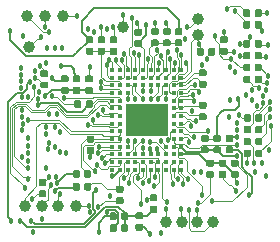
<source format=gbr>
G04 #@! TF.GenerationSoftware,KiCad,Pcbnew,5.0.2+dfsg1-1~bpo9+1*
G04 #@! TF.CreationDate,2019-10-23T12:21:14+02:00*
G04 #@! TF.ProjectId,zglue-dragon-adapter,7a676c75-652d-4647-9261-676f6e2d6164,rev?*
G04 #@! TF.SameCoordinates,Original*
G04 #@! TF.FileFunction,Copper,L1,Top*
G04 #@! TF.FilePolarity,Positive*
%FSLAX46Y46*%
G04 Gerber Fmt 4.6, Leading zero omitted, Abs format (unit mm)*
G04 Created by KiCad (PCBNEW 5.0.2+dfsg1-1~bpo9+1) date Wed 23 Oct 2019 12:21:14 PM CEST*
%MOMM*%
%LPD*%
G01*
G04 APERTURE LIST*
G04 #@! TA.AperFunction,BGAPad,CuDef*
%ADD10C,1.000000*%
G04 #@! TD*
G04 #@! TA.AperFunction,Conductor*
%ADD11C,0.100000*%
G04 #@! TD*
G04 #@! TA.AperFunction,SMDPad,CuDef*
%ADD12C,0.590000*%
G04 #@! TD*
G04 #@! TA.AperFunction,SMDPad,CuDef*
%ADD13R,0.300000X0.300000*%
G04 #@! TD*
G04 #@! TA.AperFunction,SMDPad,CuDef*
%ADD14R,3.600000X2.800000*%
G04 #@! TD*
G04 #@! TA.AperFunction,ViaPad*
%ADD15C,0.457000*%
G04 #@! TD*
G04 #@! TA.AperFunction,Conductor*
%ADD16C,0.150000*%
G04 #@! TD*
G04 #@! TA.AperFunction,Conductor*
%ADD17C,0.110000*%
G04 #@! TD*
G04 #@! TA.AperFunction,Conductor*
%ADD18C,0.080000*%
G04 #@! TD*
G04 APERTURE END LIST*
D10*
G04 #@! TO.P,TP5,1*
G04 #@! TO.N,/VSENSE*
X18070000Y-18670800D03*
G04 #@! TD*
D11*
G04 #@! TO.N,/E_PROC_RST*
G04 #@! TO.C,R25*
G36*
X22086958Y-640710D02*
X22101276Y-642834D01*
X22115317Y-646351D01*
X22128946Y-651228D01*
X22142031Y-657417D01*
X22154447Y-664858D01*
X22166073Y-673481D01*
X22176798Y-683202D01*
X22186519Y-693927D01*
X22195142Y-705553D01*
X22202583Y-717969D01*
X22208772Y-731054D01*
X22213649Y-744683D01*
X22217166Y-758724D01*
X22219290Y-773042D01*
X22220000Y-787500D01*
X22220000Y-1132500D01*
X22219290Y-1146958D01*
X22217166Y-1161276D01*
X22213649Y-1175317D01*
X22208772Y-1188946D01*
X22202583Y-1202031D01*
X22195142Y-1214447D01*
X22186519Y-1226073D01*
X22176798Y-1236798D01*
X22166073Y-1246519D01*
X22154447Y-1255142D01*
X22142031Y-1262583D01*
X22128946Y-1268772D01*
X22115317Y-1273649D01*
X22101276Y-1277166D01*
X22086958Y-1279290D01*
X22072500Y-1280000D01*
X21777500Y-1280000D01*
X21763042Y-1279290D01*
X21748724Y-1277166D01*
X21734683Y-1273649D01*
X21721054Y-1268772D01*
X21707969Y-1262583D01*
X21695553Y-1255142D01*
X21683927Y-1246519D01*
X21673202Y-1236798D01*
X21663481Y-1226073D01*
X21654858Y-1214447D01*
X21647417Y-1202031D01*
X21641228Y-1188946D01*
X21636351Y-1175317D01*
X21632834Y-1161276D01*
X21630710Y-1146958D01*
X21630000Y-1132500D01*
X21630000Y-787500D01*
X21630710Y-773042D01*
X21632834Y-758724D01*
X21636351Y-744683D01*
X21641228Y-731054D01*
X21647417Y-717969D01*
X21654858Y-705553D01*
X21663481Y-693927D01*
X21673202Y-683202D01*
X21683927Y-673481D01*
X21695553Y-664858D01*
X21707969Y-657417D01*
X21721054Y-651228D01*
X21734683Y-646351D01*
X21748724Y-642834D01*
X21763042Y-640710D01*
X21777500Y-640000D01*
X22072500Y-640000D01*
X22086958Y-640710D01*
X22086958Y-640710D01*
G37*
D12*
G04 #@! TD*
G04 #@! TO.P,R25,2*
G04 #@! TO.N,/E_PROC_RST*
X21925000Y-960000D03*
D11*
G04 #@! TO.N,/PROC_RST*
G04 #@! TO.C,R25*
G36*
X21116958Y-640710D02*
X21131276Y-642834D01*
X21145317Y-646351D01*
X21158946Y-651228D01*
X21172031Y-657417D01*
X21184447Y-664858D01*
X21196073Y-673481D01*
X21206798Y-683202D01*
X21216519Y-693927D01*
X21225142Y-705553D01*
X21232583Y-717969D01*
X21238772Y-731054D01*
X21243649Y-744683D01*
X21247166Y-758724D01*
X21249290Y-773042D01*
X21250000Y-787500D01*
X21250000Y-1132500D01*
X21249290Y-1146958D01*
X21247166Y-1161276D01*
X21243649Y-1175317D01*
X21238772Y-1188946D01*
X21232583Y-1202031D01*
X21225142Y-1214447D01*
X21216519Y-1226073D01*
X21206798Y-1236798D01*
X21196073Y-1246519D01*
X21184447Y-1255142D01*
X21172031Y-1262583D01*
X21158946Y-1268772D01*
X21145317Y-1273649D01*
X21131276Y-1277166D01*
X21116958Y-1279290D01*
X21102500Y-1280000D01*
X20807500Y-1280000D01*
X20793042Y-1279290D01*
X20778724Y-1277166D01*
X20764683Y-1273649D01*
X20751054Y-1268772D01*
X20737969Y-1262583D01*
X20725553Y-1255142D01*
X20713927Y-1246519D01*
X20703202Y-1236798D01*
X20693481Y-1226073D01*
X20684858Y-1214447D01*
X20677417Y-1202031D01*
X20671228Y-1188946D01*
X20666351Y-1175317D01*
X20662834Y-1161276D01*
X20660710Y-1146958D01*
X20660000Y-1132500D01*
X20660000Y-787500D01*
X20660710Y-773042D01*
X20662834Y-758724D01*
X20666351Y-744683D01*
X20671228Y-731054D01*
X20677417Y-717969D01*
X20684858Y-705553D01*
X20693481Y-693927D01*
X20703202Y-683202D01*
X20713927Y-673481D01*
X20725553Y-664858D01*
X20737969Y-657417D01*
X20751054Y-651228D01*
X20764683Y-646351D01*
X20778724Y-642834D01*
X20793042Y-640710D01*
X20807500Y-640000D01*
X21102500Y-640000D01*
X21116958Y-640710D01*
X21116958Y-640710D01*
G37*
D12*
G04 #@! TD*
G04 #@! TO.P,R25,1*
G04 #@! TO.N,/PROC_RST*
X20955000Y-960000D03*
D11*
G04 #@! TO.N,/CTRL_RST*
G04 #@! TO.C,R26*
G36*
X21116958Y-1630710D02*
X21131276Y-1632834D01*
X21145317Y-1636351D01*
X21158946Y-1641228D01*
X21172031Y-1647417D01*
X21184447Y-1654858D01*
X21196073Y-1663481D01*
X21206798Y-1673202D01*
X21216519Y-1683927D01*
X21225142Y-1695553D01*
X21232583Y-1707969D01*
X21238772Y-1721054D01*
X21243649Y-1734683D01*
X21247166Y-1748724D01*
X21249290Y-1763042D01*
X21250000Y-1777500D01*
X21250000Y-2122500D01*
X21249290Y-2136958D01*
X21247166Y-2151276D01*
X21243649Y-2165317D01*
X21238772Y-2178946D01*
X21232583Y-2192031D01*
X21225142Y-2204447D01*
X21216519Y-2216073D01*
X21206798Y-2226798D01*
X21196073Y-2236519D01*
X21184447Y-2245142D01*
X21172031Y-2252583D01*
X21158946Y-2258772D01*
X21145317Y-2263649D01*
X21131276Y-2267166D01*
X21116958Y-2269290D01*
X21102500Y-2270000D01*
X20807500Y-2270000D01*
X20793042Y-2269290D01*
X20778724Y-2267166D01*
X20764683Y-2263649D01*
X20751054Y-2258772D01*
X20737969Y-2252583D01*
X20725553Y-2245142D01*
X20713927Y-2236519D01*
X20703202Y-2226798D01*
X20693481Y-2216073D01*
X20684858Y-2204447D01*
X20677417Y-2192031D01*
X20671228Y-2178946D01*
X20666351Y-2165317D01*
X20662834Y-2151276D01*
X20660710Y-2136958D01*
X20660000Y-2122500D01*
X20660000Y-1777500D01*
X20660710Y-1763042D01*
X20662834Y-1748724D01*
X20666351Y-1734683D01*
X20671228Y-1721054D01*
X20677417Y-1707969D01*
X20684858Y-1695553D01*
X20693481Y-1683927D01*
X20703202Y-1673202D01*
X20713927Y-1663481D01*
X20725553Y-1654858D01*
X20737969Y-1647417D01*
X20751054Y-1641228D01*
X20764683Y-1636351D01*
X20778724Y-1632834D01*
X20793042Y-1630710D01*
X20807500Y-1630000D01*
X21102500Y-1630000D01*
X21116958Y-1630710D01*
X21116958Y-1630710D01*
G37*
D12*
G04 #@! TD*
G04 #@! TO.P,R26,1*
G04 #@! TO.N,/CTRL_RST*
X20955000Y-1950000D03*
D11*
G04 #@! TO.N,/CTRL_RST_FLASH_SOC_CS*
G04 #@! TO.C,R26*
G36*
X22086958Y-1630710D02*
X22101276Y-1632834D01*
X22115317Y-1636351D01*
X22128946Y-1641228D01*
X22142031Y-1647417D01*
X22154447Y-1654858D01*
X22166073Y-1663481D01*
X22176798Y-1673202D01*
X22186519Y-1683927D01*
X22195142Y-1695553D01*
X22202583Y-1707969D01*
X22208772Y-1721054D01*
X22213649Y-1734683D01*
X22217166Y-1748724D01*
X22219290Y-1763042D01*
X22220000Y-1777500D01*
X22220000Y-2122500D01*
X22219290Y-2136958D01*
X22217166Y-2151276D01*
X22213649Y-2165317D01*
X22208772Y-2178946D01*
X22202583Y-2192031D01*
X22195142Y-2204447D01*
X22186519Y-2216073D01*
X22176798Y-2226798D01*
X22166073Y-2236519D01*
X22154447Y-2245142D01*
X22142031Y-2252583D01*
X22128946Y-2258772D01*
X22115317Y-2263649D01*
X22101276Y-2267166D01*
X22086958Y-2269290D01*
X22072500Y-2270000D01*
X21777500Y-2270000D01*
X21763042Y-2269290D01*
X21748724Y-2267166D01*
X21734683Y-2263649D01*
X21721054Y-2258772D01*
X21707969Y-2252583D01*
X21695553Y-2245142D01*
X21683927Y-2236519D01*
X21673202Y-2226798D01*
X21663481Y-2216073D01*
X21654858Y-2204447D01*
X21647417Y-2192031D01*
X21641228Y-2178946D01*
X21636351Y-2165317D01*
X21632834Y-2151276D01*
X21630710Y-2136958D01*
X21630000Y-2122500D01*
X21630000Y-1777500D01*
X21630710Y-1763042D01*
X21632834Y-1748724D01*
X21636351Y-1734683D01*
X21641228Y-1721054D01*
X21647417Y-1707969D01*
X21654858Y-1695553D01*
X21663481Y-1683927D01*
X21673202Y-1673202D01*
X21683927Y-1663481D01*
X21695553Y-1654858D01*
X21707969Y-1647417D01*
X21721054Y-1641228D01*
X21734683Y-1636351D01*
X21748724Y-1632834D01*
X21763042Y-1630710D01*
X21777500Y-1630000D01*
X22072500Y-1630000D01*
X22086958Y-1630710D01*
X22086958Y-1630710D01*
G37*
D12*
G04 #@! TD*
G04 #@! TO.P,R26,2*
G04 #@! TO.N,/CTRL_RST_FLASH_SOC_CS*
X21925000Y-1950000D03*
D11*
G04 #@! TO.N,GND*
G04 #@! TO.C,C10*
G36*
X10386958Y-16540710D02*
X10401276Y-16542834D01*
X10415317Y-16546351D01*
X10428946Y-16551228D01*
X10442031Y-16557417D01*
X10454447Y-16564858D01*
X10466073Y-16573481D01*
X10476798Y-16583202D01*
X10486519Y-16593927D01*
X10495142Y-16605553D01*
X10502583Y-16617969D01*
X10508772Y-16631054D01*
X10513649Y-16644683D01*
X10517166Y-16658724D01*
X10519290Y-16673042D01*
X10520000Y-16687500D01*
X10520000Y-16982500D01*
X10519290Y-16996958D01*
X10517166Y-17011276D01*
X10513649Y-17025317D01*
X10508772Y-17038946D01*
X10502583Y-17052031D01*
X10495142Y-17064447D01*
X10486519Y-17076073D01*
X10476798Y-17086798D01*
X10466073Y-17096519D01*
X10454447Y-17105142D01*
X10442031Y-17112583D01*
X10428946Y-17118772D01*
X10415317Y-17123649D01*
X10401276Y-17127166D01*
X10386958Y-17129290D01*
X10372500Y-17130000D01*
X10027500Y-17130000D01*
X10013042Y-17129290D01*
X9998724Y-17127166D01*
X9984683Y-17123649D01*
X9971054Y-17118772D01*
X9957969Y-17112583D01*
X9945553Y-17105142D01*
X9933927Y-17096519D01*
X9923202Y-17086798D01*
X9913481Y-17076073D01*
X9904858Y-17064447D01*
X9897417Y-17052031D01*
X9891228Y-17038946D01*
X9886351Y-17025317D01*
X9882834Y-17011276D01*
X9880710Y-16996958D01*
X9880000Y-16982500D01*
X9880000Y-16687500D01*
X9880710Y-16673042D01*
X9882834Y-16658724D01*
X9886351Y-16644683D01*
X9891228Y-16631054D01*
X9897417Y-16617969D01*
X9904858Y-16605553D01*
X9913481Y-16593927D01*
X9923202Y-16583202D01*
X9933927Y-16573481D01*
X9945553Y-16564858D01*
X9957969Y-16557417D01*
X9971054Y-16551228D01*
X9984683Y-16546351D01*
X9998724Y-16542834D01*
X10013042Y-16540710D01*
X10027500Y-16540000D01*
X10372500Y-16540000D01*
X10386958Y-16540710D01*
X10386958Y-16540710D01*
G37*
D12*
G04 #@! TD*
G04 #@! TO.P,C10,2*
G04 #@! TO.N,GND*
X10200000Y-16835000D03*
D11*
G04 #@! TO.N,/VDDANA*
G04 #@! TO.C,C10*
G36*
X10386958Y-15570710D02*
X10401276Y-15572834D01*
X10415317Y-15576351D01*
X10428946Y-15581228D01*
X10442031Y-15587417D01*
X10454447Y-15594858D01*
X10466073Y-15603481D01*
X10476798Y-15613202D01*
X10486519Y-15623927D01*
X10495142Y-15635553D01*
X10502583Y-15647969D01*
X10508772Y-15661054D01*
X10513649Y-15674683D01*
X10517166Y-15688724D01*
X10519290Y-15703042D01*
X10520000Y-15717500D01*
X10520000Y-16012500D01*
X10519290Y-16026958D01*
X10517166Y-16041276D01*
X10513649Y-16055317D01*
X10508772Y-16068946D01*
X10502583Y-16082031D01*
X10495142Y-16094447D01*
X10486519Y-16106073D01*
X10476798Y-16116798D01*
X10466073Y-16126519D01*
X10454447Y-16135142D01*
X10442031Y-16142583D01*
X10428946Y-16148772D01*
X10415317Y-16153649D01*
X10401276Y-16157166D01*
X10386958Y-16159290D01*
X10372500Y-16160000D01*
X10027500Y-16160000D01*
X10013042Y-16159290D01*
X9998724Y-16157166D01*
X9984683Y-16153649D01*
X9971054Y-16148772D01*
X9957969Y-16142583D01*
X9945553Y-16135142D01*
X9933927Y-16126519D01*
X9923202Y-16116798D01*
X9913481Y-16106073D01*
X9904858Y-16094447D01*
X9897417Y-16082031D01*
X9891228Y-16068946D01*
X9886351Y-16055317D01*
X9882834Y-16041276D01*
X9880710Y-16026958D01*
X9880000Y-16012500D01*
X9880000Y-15717500D01*
X9880710Y-15703042D01*
X9882834Y-15688724D01*
X9886351Y-15674683D01*
X9891228Y-15661054D01*
X9897417Y-15647969D01*
X9904858Y-15635553D01*
X9913481Y-15623927D01*
X9923202Y-15613202D01*
X9933927Y-15603481D01*
X9945553Y-15594858D01*
X9957969Y-15587417D01*
X9971054Y-15581228D01*
X9984683Y-15576351D01*
X9998724Y-15572834D01*
X10013042Y-15570710D01*
X10027500Y-15570000D01*
X10372500Y-15570000D01*
X10386958Y-15570710D01*
X10386958Y-15570710D01*
G37*
D12*
G04 #@! TD*
G04 #@! TO.P,C10,1*
G04 #@! TO.N,/VDDANA*
X10200000Y-15865000D03*
D10*
G04 #@! TO.P,TP16,1*
G04 #@! TO.N,/LED3_ISINK*
X16730000Y-18670800D03*
G04 #@! TD*
G04 #@! TO.P,TP14,1*
G04 #@! TO.N,/LED1_ISINK*
X14140000Y-18660800D03*
G04 #@! TD*
G04 #@! TO.P,TP15,1*
G04 #@! TO.N,/LED2_ISINK*
X15430000Y-18670800D03*
G04 #@! TD*
D11*
G04 #@! TO.N,/E_PROC_SI*
G04 #@! TO.C,R15*
G36*
X22086958Y-3240710D02*
X22101276Y-3242834D01*
X22115317Y-3246351D01*
X22128946Y-3251228D01*
X22142031Y-3257417D01*
X22154447Y-3264858D01*
X22166073Y-3273481D01*
X22176798Y-3283202D01*
X22186519Y-3293927D01*
X22195142Y-3305553D01*
X22202583Y-3317969D01*
X22208772Y-3331054D01*
X22213649Y-3344683D01*
X22217166Y-3358724D01*
X22219290Y-3373042D01*
X22220000Y-3387500D01*
X22220000Y-3732500D01*
X22219290Y-3746958D01*
X22217166Y-3761276D01*
X22213649Y-3775317D01*
X22208772Y-3788946D01*
X22202583Y-3802031D01*
X22195142Y-3814447D01*
X22186519Y-3826073D01*
X22176798Y-3836798D01*
X22166073Y-3846519D01*
X22154447Y-3855142D01*
X22142031Y-3862583D01*
X22128946Y-3868772D01*
X22115317Y-3873649D01*
X22101276Y-3877166D01*
X22086958Y-3879290D01*
X22072500Y-3880000D01*
X21777500Y-3880000D01*
X21763042Y-3879290D01*
X21748724Y-3877166D01*
X21734683Y-3873649D01*
X21721054Y-3868772D01*
X21707969Y-3862583D01*
X21695553Y-3855142D01*
X21683927Y-3846519D01*
X21673202Y-3836798D01*
X21663481Y-3826073D01*
X21654858Y-3814447D01*
X21647417Y-3802031D01*
X21641228Y-3788946D01*
X21636351Y-3775317D01*
X21632834Y-3761276D01*
X21630710Y-3746958D01*
X21630000Y-3732500D01*
X21630000Y-3387500D01*
X21630710Y-3373042D01*
X21632834Y-3358724D01*
X21636351Y-3344683D01*
X21641228Y-3331054D01*
X21647417Y-3317969D01*
X21654858Y-3305553D01*
X21663481Y-3293927D01*
X21673202Y-3283202D01*
X21683927Y-3273481D01*
X21695553Y-3264858D01*
X21707969Y-3257417D01*
X21721054Y-3251228D01*
X21734683Y-3246351D01*
X21748724Y-3242834D01*
X21763042Y-3240710D01*
X21777500Y-3240000D01*
X22072500Y-3240000D01*
X22086958Y-3240710D01*
X22086958Y-3240710D01*
G37*
D12*
G04 #@! TD*
G04 #@! TO.P,R15,2*
G04 #@! TO.N,/E_PROC_SI*
X21925000Y-3560000D03*
D11*
G04 #@! TO.N,/PROC_SI*
G04 #@! TO.C,R15*
G36*
X21116958Y-3240710D02*
X21131276Y-3242834D01*
X21145317Y-3246351D01*
X21158946Y-3251228D01*
X21172031Y-3257417D01*
X21184447Y-3264858D01*
X21196073Y-3273481D01*
X21206798Y-3283202D01*
X21216519Y-3293927D01*
X21225142Y-3305553D01*
X21232583Y-3317969D01*
X21238772Y-3331054D01*
X21243649Y-3344683D01*
X21247166Y-3358724D01*
X21249290Y-3373042D01*
X21250000Y-3387500D01*
X21250000Y-3732500D01*
X21249290Y-3746958D01*
X21247166Y-3761276D01*
X21243649Y-3775317D01*
X21238772Y-3788946D01*
X21232583Y-3802031D01*
X21225142Y-3814447D01*
X21216519Y-3826073D01*
X21206798Y-3836798D01*
X21196073Y-3846519D01*
X21184447Y-3855142D01*
X21172031Y-3862583D01*
X21158946Y-3868772D01*
X21145317Y-3873649D01*
X21131276Y-3877166D01*
X21116958Y-3879290D01*
X21102500Y-3880000D01*
X20807500Y-3880000D01*
X20793042Y-3879290D01*
X20778724Y-3877166D01*
X20764683Y-3873649D01*
X20751054Y-3868772D01*
X20737969Y-3862583D01*
X20725553Y-3855142D01*
X20713927Y-3846519D01*
X20703202Y-3836798D01*
X20693481Y-3826073D01*
X20684858Y-3814447D01*
X20677417Y-3802031D01*
X20671228Y-3788946D01*
X20666351Y-3775317D01*
X20662834Y-3761276D01*
X20660710Y-3746958D01*
X20660000Y-3732500D01*
X20660000Y-3387500D01*
X20660710Y-3373042D01*
X20662834Y-3358724D01*
X20666351Y-3344683D01*
X20671228Y-3331054D01*
X20677417Y-3317969D01*
X20684858Y-3305553D01*
X20693481Y-3293927D01*
X20703202Y-3283202D01*
X20713927Y-3273481D01*
X20725553Y-3264858D01*
X20737969Y-3257417D01*
X20751054Y-3251228D01*
X20764683Y-3246351D01*
X20778724Y-3242834D01*
X20793042Y-3240710D01*
X20807500Y-3240000D01*
X21102500Y-3240000D01*
X21116958Y-3240710D01*
X21116958Y-3240710D01*
G37*
D12*
G04 #@! TD*
G04 #@! TO.P,R15,1*
G04 #@! TO.N,/PROC_SI*
X20955000Y-3560000D03*
D11*
G04 #@! TO.N,/E_PROC_SCK*
G04 #@! TO.C,R17*
G36*
X22086958Y-5240710D02*
X22101276Y-5242834D01*
X22115317Y-5246351D01*
X22128946Y-5251228D01*
X22142031Y-5257417D01*
X22154447Y-5264858D01*
X22166073Y-5273481D01*
X22176798Y-5283202D01*
X22186519Y-5293927D01*
X22195142Y-5305553D01*
X22202583Y-5317969D01*
X22208772Y-5331054D01*
X22213649Y-5344683D01*
X22217166Y-5358724D01*
X22219290Y-5373042D01*
X22220000Y-5387500D01*
X22220000Y-5732500D01*
X22219290Y-5746958D01*
X22217166Y-5761276D01*
X22213649Y-5775317D01*
X22208772Y-5788946D01*
X22202583Y-5802031D01*
X22195142Y-5814447D01*
X22186519Y-5826073D01*
X22176798Y-5836798D01*
X22166073Y-5846519D01*
X22154447Y-5855142D01*
X22142031Y-5862583D01*
X22128946Y-5868772D01*
X22115317Y-5873649D01*
X22101276Y-5877166D01*
X22086958Y-5879290D01*
X22072500Y-5880000D01*
X21777500Y-5880000D01*
X21763042Y-5879290D01*
X21748724Y-5877166D01*
X21734683Y-5873649D01*
X21721054Y-5868772D01*
X21707969Y-5862583D01*
X21695553Y-5855142D01*
X21683927Y-5846519D01*
X21673202Y-5836798D01*
X21663481Y-5826073D01*
X21654858Y-5814447D01*
X21647417Y-5802031D01*
X21641228Y-5788946D01*
X21636351Y-5775317D01*
X21632834Y-5761276D01*
X21630710Y-5746958D01*
X21630000Y-5732500D01*
X21630000Y-5387500D01*
X21630710Y-5373042D01*
X21632834Y-5358724D01*
X21636351Y-5344683D01*
X21641228Y-5331054D01*
X21647417Y-5317969D01*
X21654858Y-5305553D01*
X21663481Y-5293927D01*
X21673202Y-5283202D01*
X21683927Y-5273481D01*
X21695553Y-5264858D01*
X21707969Y-5257417D01*
X21721054Y-5251228D01*
X21734683Y-5246351D01*
X21748724Y-5242834D01*
X21763042Y-5240710D01*
X21777500Y-5240000D01*
X22072500Y-5240000D01*
X22086958Y-5240710D01*
X22086958Y-5240710D01*
G37*
D12*
G04 #@! TD*
G04 #@! TO.P,R17,2*
G04 #@! TO.N,/E_PROC_SCK*
X21925000Y-5560000D03*
D11*
G04 #@! TO.N,/PROC_SCK*
G04 #@! TO.C,R17*
G36*
X21116958Y-5240710D02*
X21131276Y-5242834D01*
X21145317Y-5246351D01*
X21158946Y-5251228D01*
X21172031Y-5257417D01*
X21184447Y-5264858D01*
X21196073Y-5273481D01*
X21206798Y-5283202D01*
X21216519Y-5293927D01*
X21225142Y-5305553D01*
X21232583Y-5317969D01*
X21238772Y-5331054D01*
X21243649Y-5344683D01*
X21247166Y-5358724D01*
X21249290Y-5373042D01*
X21250000Y-5387500D01*
X21250000Y-5732500D01*
X21249290Y-5746958D01*
X21247166Y-5761276D01*
X21243649Y-5775317D01*
X21238772Y-5788946D01*
X21232583Y-5802031D01*
X21225142Y-5814447D01*
X21216519Y-5826073D01*
X21206798Y-5836798D01*
X21196073Y-5846519D01*
X21184447Y-5855142D01*
X21172031Y-5862583D01*
X21158946Y-5868772D01*
X21145317Y-5873649D01*
X21131276Y-5877166D01*
X21116958Y-5879290D01*
X21102500Y-5880000D01*
X20807500Y-5880000D01*
X20793042Y-5879290D01*
X20778724Y-5877166D01*
X20764683Y-5873649D01*
X20751054Y-5868772D01*
X20737969Y-5862583D01*
X20725553Y-5855142D01*
X20713927Y-5846519D01*
X20703202Y-5836798D01*
X20693481Y-5826073D01*
X20684858Y-5814447D01*
X20677417Y-5802031D01*
X20671228Y-5788946D01*
X20666351Y-5775317D01*
X20662834Y-5761276D01*
X20660710Y-5746958D01*
X20660000Y-5732500D01*
X20660000Y-5387500D01*
X20660710Y-5373042D01*
X20662834Y-5358724D01*
X20666351Y-5344683D01*
X20671228Y-5331054D01*
X20677417Y-5317969D01*
X20684858Y-5305553D01*
X20693481Y-5293927D01*
X20703202Y-5283202D01*
X20713927Y-5273481D01*
X20725553Y-5264858D01*
X20737969Y-5257417D01*
X20751054Y-5251228D01*
X20764683Y-5246351D01*
X20778724Y-5242834D01*
X20793042Y-5240710D01*
X20807500Y-5240000D01*
X21102500Y-5240000D01*
X21116958Y-5240710D01*
X21116958Y-5240710D01*
G37*
D12*
G04 #@! TD*
G04 #@! TO.P,R17,1*
G04 #@! TO.N,/PROC_SCK*
X20955000Y-5560000D03*
D11*
G04 #@! TO.N,/E_PROC_SO*
G04 #@! TO.C,R16*
G36*
X22086958Y-4240710D02*
X22101276Y-4242834D01*
X22115317Y-4246351D01*
X22128946Y-4251228D01*
X22142031Y-4257417D01*
X22154447Y-4264858D01*
X22166073Y-4273481D01*
X22176798Y-4283202D01*
X22186519Y-4293927D01*
X22195142Y-4305553D01*
X22202583Y-4317969D01*
X22208772Y-4331054D01*
X22213649Y-4344683D01*
X22217166Y-4358724D01*
X22219290Y-4373042D01*
X22220000Y-4387500D01*
X22220000Y-4732500D01*
X22219290Y-4746958D01*
X22217166Y-4761276D01*
X22213649Y-4775317D01*
X22208772Y-4788946D01*
X22202583Y-4802031D01*
X22195142Y-4814447D01*
X22186519Y-4826073D01*
X22176798Y-4836798D01*
X22166073Y-4846519D01*
X22154447Y-4855142D01*
X22142031Y-4862583D01*
X22128946Y-4868772D01*
X22115317Y-4873649D01*
X22101276Y-4877166D01*
X22086958Y-4879290D01*
X22072500Y-4880000D01*
X21777500Y-4880000D01*
X21763042Y-4879290D01*
X21748724Y-4877166D01*
X21734683Y-4873649D01*
X21721054Y-4868772D01*
X21707969Y-4862583D01*
X21695553Y-4855142D01*
X21683927Y-4846519D01*
X21673202Y-4836798D01*
X21663481Y-4826073D01*
X21654858Y-4814447D01*
X21647417Y-4802031D01*
X21641228Y-4788946D01*
X21636351Y-4775317D01*
X21632834Y-4761276D01*
X21630710Y-4746958D01*
X21630000Y-4732500D01*
X21630000Y-4387500D01*
X21630710Y-4373042D01*
X21632834Y-4358724D01*
X21636351Y-4344683D01*
X21641228Y-4331054D01*
X21647417Y-4317969D01*
X21654858Y-4305553D01*
X21663481Y-4293927D01*
X21673202Y-4283202D01*
X21683927Y-4273481D01*
X21695553Y-4264858D01*
X21707969Y-4257417D01*
X21721054Y-4251228D01*
X21734683Y-4246351D01*
X21748724Y-4242834D01*
X21763042Y-4240710D01*
X21777500Y-4240000D01*
X22072500Y-4240000D01*
X22086958Y-4240710D01*
X22086958Y-4240710D01*
G37*
D12*
G04 #@! TD*
G04 #@! TO.P,R16,2*
G04 #@! TO.N,/E_PROC_SO*
X21925000Y-4560000D03*
D11*
G04 #@! TO.N,/PROC_SO*
G04 #@! TO.C,R16*
G36*
X21116958Y-4240710D02*
X21131276Y-4242834D01*
X21145317Y-4246351D01*
X21158946Y-4251228D01*
X21172031Y-4257417D01*
X21184447Y-4264858D01*
X21196073Y-4273481D01*
X21206798Y-4283202D01*
X21216519Y-4293927D01*
X21225142Y-4305553D01*
X21232583Y-4317969D01*
X21238772Y-4331054D01*
X21243649Y-4344683D01*
X21247166Y-4358724D01*
X21249290Y-4373042D01*
X21250000Y-4387500D01*
X21250000Y-4732500D01*
X21249290Y-4746958D01*
X21247166Y-4761276D01*
X21243649Y-4775317D01*
X21238772Y-4788946D01*
X21232583Y-4802031D01*
X21225142Y-4814447D01*
X21216519Y-4826073D01*
X21206798Y-4836798D01*
X21196073Y-4846519D01*
X21184447Y-4855142D01*
X21172031Y-4862583D01*
X21158946Y-4868772D01*
X21145317Y-4873649D01*
X21131276Y-4877166D01*
X21116958Y-4879290D01*
X21102500Y-4880000D01*
X20807500Y-4880000D01*
X20793042Y-4879290D01*
X20778724Y-4877166D01*
X20764683Y-4873649D01*
X20751054Y-4868772D01*
X20737969Y-4862583D01*
X20725553Y-4855142D01*
X20713927Y-4846519D01*
X20703202Y-4836798D01*
X20693481Y-4826073D01*
X20684858Y-4814447D01*
X20677417Y-4802031D01*
X20671228Y-4788946D01*
X20666351Y-4775317D01*
X20662834Y-4761276D01*
X20660710Y-4746958D01*
X20660000Y-4732500D01*
X20660000Y-4387500D01*
X20660710Y-4373042D01*
X20662834Y-4358724D01*
X20666351Y-4344683D01*
X20671228Y-4331054D01*
X20677417Y-4317969D01*
X20684858Y-4305553D01*
X20693481Y-4293927D01*
X20703202Y-4283202D01*
X20713927Y-4273481D01*
X20725553Y-4264858D01*
X20737969Y-4257417D01*
X20751054Y-4251228D01*
X20764683Y-4246351D01*
X20778724Y-4242834D01*
X20793042Y-4240710D01*
X20807500Y-4240000D01*
X21102500Y-4240000D01*
X21116958Y-4240710D01*
X21116958Y-4240710D01*
G37*
D12*
G04 #@! TD*
G04 #@! TO.P,R16,1*
G04 #@! TO.N,/PROC_SO*
X20955000Y-4560000D03*
D11*
G04 #@! TO.N,/2V5_SYS*
G04 #@! TO.C,R3*
G36*
X5731958Y-7205710D02*
X5746276Y-7207834D01*
X5760317Y-7211351D01*
X5773946Y-7216228D01*
X5787031Y-7222417D01*
X5799447Y-7229858D01*
X5811073Y-7238481D01*
X5821798Y-7248202D01*
X5831519Y-7258927D01*
X5840142Y-7270553D01*
X5847583Y-7282969D01*
X5853772Y-7296054D01*
X5858649Y-7309683D01*
X5862166Y-7323724D01*
X5864290Y-7338042D01*
X5865000Y-7352500D01*
X5865000Y-7647500D01*
X5864290Y-7661958D01*
X5862166Y-7676276D01*
X5858649Y-7690317D01*
X5853772Y-7703946D01*
X5847583Y-7717031D01*
X5840142Y-7729447D01*
X5831519Y-7741073D01*
X5821798Y-7751798D01*
X5811073Y-7761519D01*
X5799447Y-7770142D01*
X5787031Y-7777583D01*
X5773946Y-7783772D01*
X5760317Y-7788649D01*
X5746276Y-7792166D01*
X5731958Y-7794290D01*
X5717500Y-7795000D01*
X5372500Y-7795000D01*
X5358042Y-7794290D01*
X5343724Y-7792166D01*
X5329683Y-7788649D01*
X5316054Y-7783772D01*
X5302969Y-7777583D01*
X5290553Y-7770142D01*
X5278927Y-7761519D01*
X5268202Y-7751798D01*
X5258481Y-7741073D01*
X5249858Y-7729447D01*
X5242417Y-7717031D01*
X5236228Y-7703946D01*
X5231351Y-7690317D01*
X5227834Y-7676276D01*
X5225710Y-7661958D01*
X5225000Y-7647500D01*
X5225000Y-7352500D01*
X5225710Y-7338042D01*
X5227834Y-7323724D01*
X5231351Y-7309683D01*
X5236228Y-7296054D01*
X5242417Y-7282969D01*
X5249858Y-7270553D01*
X5258481Y-7258927D01*
X5268202Y-7248202D01*
X5278927Y-7238481D01*
X5290553Y-7229858D01*
X5302969Y-7222417D01*
X5316054Y-7216228D01*
X5329683Y-7211351D01*
X5343724Y-7207834D01*
X5358042Y-7205710D01*
X5372500Y-7205000D01*
X5717500Y-7205000D01*
X5731958Y-7205710D01*
X5731958Y-7205710D01*
G37*
D12*
G04 #@! TD*
G04 #@! TO.P,R3,2*
G04 #@! TO.N,/2V5_SYS*
X5545000Y-7500000D03*
D11*
G04 #@! TO.N,/2V5*
G04 #@! TO.C,R3*
G36*
X5731958Y-6235710D02*
X5746276Y-6237834D01*
X5760317Y-6241351D01*
X5773946Y-6246228D01*
X5787031Y-6252417D01*
X5799447Y-6259858D01*
X5811073Y-6268481D01*
X5821798Y-6278202D01*
X5831519Y-6288927D01*
X5840142Y-6300553D01*
X5847583Y-6312969D01*
X5853772Y-6326054D01*
X5858649Y-6339683D01*
X5862166Y-6353724D01*
X5864290Y-6368042D01*
X5865000Y-6382500D01*
X5865000Y-6677500D01*
X5864290Y-6691958D01*
X5862166Y-6706276D01*
X5858649Y-6720317D01*
X5853772Y-6733946D01*
X5847583Y-6747031D01*
X5840142Y-6759447D01*
X5831519Y-6771073D01*
X5821798Y-6781798D01*
X5811073Y-6791519D01*
X5799447Y-6800142D01*
X5787031Y-6807583D01*
X5773946Y-6813772D01*
X5760317Y-6818649D01*
X5746276Y-6822166D01*
X5731958Y-6824290D01*
X5717500Y-6825000D01*
X5372500Y-6825000D01*
X5358042Y-6824290D01*
X5343724Y-6822166D01*
X5329683Y-6818649D01*
X5316054Y-6813772D01*
X5302969Y-6807583D01*
X5290553Y-6800142D01*
X5278927Y-6791519D01*
X5268202Y-6781798D01*
X5258481Y-6771073D01*
X5249858Y-6759447D01*
X5242417Y-6747031D01*
X5236228Y-6733946D01*
X5231351Y-6720317D01*
X5227834Y-6706276D01*
X5225710Y-6691958D01*
X5225000Y-6677500D01*
X5225000Y-6382500D01*
X5225710Y-6368042D01*
X5227834Y-6353724D01*
X5231351Y-6339683D01*
X5236228Y-6326054D01*
X5242417Y-6312969D01*
X5249858Y-6300553D01*
X5258481Y-6288927D01*
X5268202Y-6278202D01*
X5278927Y-6268481D01*
X5290553Y-6259858D01*
X5302969Y-6252417D01*
X5316054Y-6246228D01*
X5329683Y-6241351D01*
X5343724Y-6237834D01*
X5358042Y-6235710D01*
X5372500Y-6235000D01*
X5717500Y-6235000D01*
X5731958Y-6235710D01*
X5731958Y-6235710D01*
G37*
D12*
G04 #@! TD*
G04 #@! TO.P,R3,1*
G04 #@! TO.N,/2V5*
X5545000Y-6530000D03*
D13*
G04 #@! TO.P,U1,P1*
G04 #@! TO.N,Net-(U1-PadP1)*
X9575000Y-14225000D03*
G04 #@! TO.P,U1,P2*
G04 #@! TO.N,GND*
X10225000Y-14225000D03*
G04 #@! TO.P,U1,P3*
G04 #@! TO.N,/CSI_D2_IN_P*
X10875000Y-14225000D03*
G04 #@! TO.P,U1,P4*
G04 #@! TO.N,/CSI_D2_IN_N*
X11525000Y-14225000D03*
G04 #@! TO.P,U1,P5*
G04 #@! TO.N,/CSI_D3_IN_N*
X12175000Y-14225000D03*
G04 #@! TO.P,U1,P6*
G04 #@! TO.N,/CSI_D4_IN_N*
X12825000Y-14225000D03*
G04 #@! TO.P,U1,P7*
G04 #@! TO.N,/CSI_D4_IN_P*
X13475000Y-14225000D03*
G04 #@! TO.P,U1,P8*
G04 #@! TO.N,Net-(U1-PadP8)*
X14125000Y-14225000D03*
G04 #@! TO.P,U1,P9*
G04 #@! TO.N,/CSI_D4_OUT_N*
X14775000Y-14225000D03*
G04 #@! TO.P,U1,P10*
G04 #@! TO.N,/CSI_D3_OUT_N*
X15425000Y-14225000D03*
G04 #@! TO.P,U1,N7*
G04 #@! TO.N,/3V3_SYS*
X13475000Y-13575000D03*
G04 #@! TO.P,U1,N5*
G04 #@! TO.N,/CSI_D3_IN_P*
X12175000Y-13575000D03*
G04 #@! TO.P,U1,N3*
G04 #@! TO.N,/VDDANA*
X10875000Y-13575000D03*
G04 #@! TO.P,U1,N8*
G04 #@! TO.N,/2V5*
X14125000Y-13575000D03*
G04 #@! TO.P,U1,N4*
G04 #@! TO.N,/1V8*
X11525000Y-13575000D03*
G04 #@! TO.P,U1,N1*
G04 #@! TO.N,Net-(U1-PadN1)*
X9575000Y-13575000D03*
G04 #@! TO.P,U1,N9*
G04 #@! TO.N,/CSI_D4_OUT_P*
X14775000Y-13575000D03*
G04 #@! TO.P,U1,N2*
G04 #@! TO.N,GND*
X10225000Y-13575000D03*
G04 #@! TO.P,U1,N10*
G04 #@! TO.N,/CSI_D3_OUT_P*
X15425000Y-13575000D03*
G04 #@! TO.P,U1,N6*
G04 #@! TO.N,/1V2*
X12825000Y-13575000D03*
G04 #@! TO.P,U1,M7*
G04 #@! TO.N,/LED3_ISINK*
X13475000Y-12925000D03*
G04 #@! TO.P,U1,M5*
G04 #@! TO.N,/LED1_ISINK*
X12175000Y-12925000D03*
G04 #@! TO.P,U1,M3*
G04 #@! TO.N,Net-(U1-PadM3)*
X10875000Y-12925000D03*
G04 #@! TO.P,U1,M8*
G04 #@! TO.N,/TMS*
X14125000Y-12925000D03*
G04 #@! TO.P,U1,M4*
G04 #@! TO.N,/VSENSE*
X11525000Y-12925000D03*
G04 #@! TO.P,U1,M1*
G04 #@! TO.N,GND*
X9575000Y-12925000D03*
G04 #@! TO.P,U1,M9*
G04 #@! TO.N,Net-(U1-PadM9)*
X14775000Y-12925000D03*
G04 #@! TO.P,U1,M2*
G04 #@! TO.N,Net-(U1-PadM2)*
X10225000Y-12925000D03*
G04 #@! TO.P,U1,M10*
G04 #@! TO.N,/1V8_SYS*
X15425000Y-12925000D03*
G04 #@! TO.P,U1,M6*
G04 #@! TO.N,/LED2_ISINK*
X12825000Y-12925000D03*
G04 #@! TO.P,U1,L3*
G04 #@! TO.N,/EXTCLK_EN*
X10875000Y-12275000D03*
G04 #@! TO.P,U1,L8*
G04 #@! TO.N,/TDO*
X14125000Y-12275000D03*
G04 #@! TO.P,U1,L1*
G04 #@! TO.N,/3V3*
X9575000Y-12275000D03*
G04 #@! TO.P,U1,L9*
G04 #@! TO.N,/TDI*
X14775000Y-12275000D03*
G04 #@! TO.P,U1,L2*
G04 #@! TO.N,/PC_RDY*
X10225000Y-12275000D03*
G04 #@! TO.P,U1,L10*
G04 #@! TO.N,/3V3_SYS*
X15425000Y-12275000D03*
G04 #@! TO.P,U1,K9*
G04 #@! TO.N,/TCK*
X14775000Y-11625000D03*
G04 #@! TO.P,U1,K1*
G04 #@! TO.N,/VBATH*
X9575000Y-11625000D03*
G04 #@! TO.P,U1,K10*
G04 #@! TO.N,/CSI_D2_OUT_N*
X15425000Y-11625000D03*
G04 #@! TO.P,U1,K2*
G04 #@! TO.N,/EXT_CLK*
X10225000Y-11625000D03*
G04 #@! TO.P,U1,J9*
G04 #@! TO.N,/I2C_0_SCL*
X14775000Y-10975000D03*
G04 #@! TO.P,U1,J2*
G04 #@! TO.N,/ZIP_EN_L*
X10225000Y-10975000D03*
G04 #@! TO.P,U1,J10*
G04 #@! TO.N,/CSI_D2_OUT_P*
X15425000Y-10975000D03*
G04 #@! TO.P,U1,J1*
G04 #@! TO.N,/PWR_BTN*
X9575000Y-10975000D03*
G04 #@! TO.P,U1,H9*
G04 #@! TO.N,/I2C_0_SDA*
X14775000Y-10325000D03*
G04 #@! TO.P,U1,H2*
G04 #@! TO.N,/CSI_D1_IN_N*
X10225000Y-10325000D03*
G04 #@! TO.P,U1,H10*
G04 #@! TO.N,/CSI_D1_OUT_N*
X15425000Y-10325000D03*
G04 #@! TO.P,U1,H1*
G04 #@! TO.N,/CSI_D1_IN_P*
X9575000Y-10325000D03*
G04 #@! TO.P,U1,G9*
G04 #@! TO.N,/CSI_D2_FP_P*
X14775000Y-9675000D03*
G04 #@! TO.P,U1,G2*
G04 #@! TO.N,/CSI_CLK_IN_P*
X10225000Y-9675000D03*
G04 #@! TO.P,U1,G10*
G04 #@! TO.N,/CSI_D1_OUT_P*
X15425000Y-9675000D03*
G04 #@! TO.P,U1,G1*
G04 #@! TO.N,/CSI_CLK_IN_N*
X9575000Y-9675000D03*
G04 #@! TO.P,U1,F9*
G04 #@! TO.N,/CSI_CLK_OUT_N*
X14775000Y-9025000D03*
G04 #@! TO.P,U1,F2*
G04 #@! TO.N,/CTRL_SO*
X10225000Y-9025000D03*
G04 #@! TO.P,U1,F10*
G04 #@! TO.N,/CSI_D2_FP_N*
X15425000Y-9025000D03*
G04 #@! TO.P,U1,F1*
G04 #@! TO.N,/CTRL_SI*
X9575000Y-9025000D03*
G04 #@! TO.P,U1,E9*
G04 #@! TO.N,/CSI_OE*
X14775000Y-8375000D03*
G04 #@! TO.P,U1,E2*
G04 #@! TO.N,/CTRL_SCK*
X10225000Y-8375000D03*
G04 #@! TO.P,U1,E10*
G04 #@! TO.N,/CSI_CLK_OUT_P*
X15425000Y-8375000D03*
G04 #@! TO.P,U1,E1*
G04 #@! TO.N,/1V2_SYS_A*
X9575000Y-8375000D03*
G04 #@! TO.P,U1,D8*
G04 #@! TO.N,Net-(U1-PadD8)*
X14125000Y-7725000D03*
G04 #@! TO.P,U1,D3*
G04 #@! TO.N,/ULPM_WAKE*
X10875000Y-7725000D03*
G04 #@! TO.P,U1,D9*
G04 #@! TO.N,/PIO3*
X14775000Y-7725000D03*
G04 #@! TO.P,U1,D1*
G04 #@! TO.N,/2V5_SYS*
X9575000Y-7725000D03*
G04 #@! TO.P,U1,D10*
G04 #@! TO.N,/CSI_CLK_FP_N*
X15425000Y-7725000D03*
G04 #@! TO.P,U1,D2*
G04 #@! TO.N,/CSI_CLK_FP_P*
X10225000Y-7725000D03*
G04 #@! TO.P,U1,C8*
G04 #@! TO.N,/CSI_INT*
X14125000Y-7075000D03*
G04 #@! TO.P,U1,C9*
G04 #@! TO.N,/CSI_D1_FP_P*
X14775000Y-7075000D03*
G04 #@! TO.P,U1,B4*
G04 #@! TO.N,/CTRL_OUT*
X11525000Y-6425000D03*
G04 #@! TO.P,U1,A7*
G04 #@! TO.N,/USB_D_N*
X13475000Y-5775000D03*
G04 #@! TO.P,U1,B7*
G04 #@! TO.N,/USB_D_P*
X13475000Y-6425000D03*
G04 #@! TO.P,U1,B9*
G04 #@! TO.N,/DBG_TX*
X14775000Y-6425000D03*
G04 #@! TO.P,U1,C2*
G04 #@! TO.N,/VPLL_A*
X10225000Y-7075000D03*
G04 #@! TO.P,U1,C10*
G04 #@! TO.N,/CSI_D1_FP_N*
X15425000Y-7075000D03*
G04 #@! TO.P,U1,C5*
G04 #@! TO.N,/PROC_SCK*
X12175000Y-7075000D03*
G04 #@! TO.P,U1,C7*
G04 #@! TO.N,/MIPI_SEL*
X13475000Y-7075000D03*
G04 #@! TO.P,U1,C6*
G04 #@! TO.N,/PROC_SI*
X12825000Y-7075000D03*
G04 #@! TO.P,U1,B2*
G04 #@! TO.N,/PROC_OUT_0*
X10225000Y-6425000D03*
G04 #@! TO.P,U1,A2*
G04 #@! TO.N,/PROC_OUT_1*
X10225000Y-5775000D03*
G04 #@! TO.P,U1,A9*
G04 #@! TO.N,/I2C_1_SDA*
X14775000Y-5775000D03*
G04 #@! TO.P,U1,A1*
G04 #@! TO.N,/PROC_OUT_2*
X9575000Y-5775000D03*
G04 #@! TO.P,U1,A4*
G04 #@! TO.N,/USB_DET*
X11525000Y-5775000D03*
G04 #@! TO.P,U1,C1*
G04 #@! TO.N,/CTRL_SS*
X9575000Y-7075000D03*
G04 #@! TO.P,U1,C3*
G04 #@! TO.N,/PIO1*
X10875000Y-7075000D03*
G04 #@! TO.P,U1,C4*
G04 #@! TO.N,/CTRL_RST*
X11525000Y-7075000D03*
G04 #@! TO.P,U1,A6*
G04 #@! TO.N,/VPLL_B*
X12825000Y-5775000D03*
G04 #@! TO.P,U1,A10*
G04 #@! TO.N,/I2C_1_SCL*
X15425000Y-5775000D03*
G04 #@! TO.P,U1,A5*
G04 #@! TO.N,/1V2_SYS_B*
X12175000Y-5775000D03*
G04 #@! TO.P,U1,B8*
G04 #@! TO.N,/DONE*
X14125000Y-6425000D03*
G04 #@! TO.P,U1,A8*
G04 #@! TO.N,/DBG_RX*
X14125000Y-5775000D03*
G04 #@! TO.P,U1,A3*
G04 #@! TO.N,/PIO2*
X10875000Y-5775000D03*
G04 #@! TO.P,U1,B6*
G04 #@! TO.N,/PROC_SS*
X12825000Y-6425000D03*
G04 #@! TO.P,U1,B3*
G04 #@! TO.N,/PROC_RST*
X10875000Y-6425000D03*
G04 #@! TO.P,U1,B10*
G04 #@! TO.N,/SYS_CLK*
X15425000Y-6425000D03*
G04 #@! TO.P,U1,B5*
G04 #@! TO.N,/PROC_SO*
X12175000Y-6425000D03*
G04 #@! TO.P,U1,B1*
G04 #@! TO.N,/3V3_SYS*
X9575000Y-6425000D03*
D14*
G04 #@! TO.P,U1,EP*
G04 #@! TO.N,GND*
X12500000Y-10000000D03*
G04 #@! TD*
D11*
G04 #@! TO.N,/1V2_SYS*
G04 #@! TO.C,R4*
G36*
X13246958Y-17280710D02*
X13261276Y-17282834D01*
X13275317Y-17286351D01*
X13288946Y-17291228D01*
X13302031Y-17297417D01*
X13314447Y-17304858D01*
X13326073Y-17313481D01*
X13336798Y-17323202D01*
X13346519Y-17333927D01*
X13355142Y-17345553D01*
X13362583Y-17357969D01*
X13368772Y-17371054D01*
X13373649Y-17384683D01*
X13377166Y-17398724D01*
X13379290Y-17413042D01*
X13380000Y-17427500D01*
X13380000Y-17722500D01*
X13379290Y-17736958D01*
X13377166Y-17751276D01*
X13373649Y-17765317D01*
X13368772Y-17778946D01*
X13362583Y-17792031D01*
X13355142Y-17804447D01*
X13346519Y-17816073D01*
X13336798Y-17826798D01*
X13326073Y-17836519D01*
X13314447Y-17845142D01*
X13302031Y-17852583D01*
X13288946Y-17858772D01*
X13275317Y-17863649D01*
X13261276Y-17867166D01*
X13246958Y-17869290D01*
X13232500Y-17870000D01*
X12887500Y-17870000D01*
X12873042Y-17869290D01*
X12858724Y-17867166D01*
X12844683Y-17863649D01*
X12831054Y-17858772D01*
X12817969Y-17852583D01*
X12805553Y-17845142D01*
X12793927Y-17836519D01*
X12783202Y-17826798D01*
X12773481Y-17816073D01*
X12764858Y-17804447D01*
X12757417Y-17792031D01*
X12751228Y-17778946D01*
X12746351Y-17765317D01*
X12742834Y-17751276D01*
X12740710Y-17736958D01*
X12740000Y-17722500D01*
X12740000Y-17427500D01*
X12740710Y-17413042D01*
X12742834Y-17398724D01*
X12746351Y-17384683D01*
X12751228Y-17371054D01*
X12757417Y-17357969D01*
X12764858Y-17345553D01*
X12773481Y-17333927D01*
X12783202Y-17323202D01*
X12793927Y-17313481D01*
X12805553Y-17304858D01*
X12817969Y-17297417D01*
X12831054Y-17291228D01*
X12844683Y-17286351D01*
X12858724Y-17282834D01*
X12873042Y-17280710D01*
X12887500Y-17280000D01*
X13232500Y-17280000D01*
X13246958Y-17280710D01*
X13246958Y-17280710D01*
G37*
D12*
G04 #@! TD*
G04 #@! TO.P,R4,2*
G04 #@! TO.N,/1V2_SYS*
X13060000Y-17575000D03*
D11*
G04 #@! TO.N,/1V2*
G04 #@! TO.C,R4*
G36*
X13246958Y-16310710D02*
X13261276Y-16312834D01*
X13275317Y-16316351D01*
X13288946Y-16321228D01*
X13302031Y-16327417D01*
X13314447Y-16334858D01*
X13326073Y-16343481D01*
X13336798Y-16353202D01*
X13346519Y-16363927D01*
X13355142Y-16375553D01*
X13362583Y-16387969D01*
X13368772Y-16401054D01*
X13373649Y-16414683D01*
X13377166Y-16428724D01*
X13379290Y-16443042D01*
X13380000Y-16457500D01*
X13380000Y-16752500D01*
X13379290Y-16766958D01*
X13377166Y-16781276D01*
X13373649Y-16795317D01*
X13368772Y-16808946D01*
X13362583Y-16822031D01*
X13355142Y-16834447D01*
X13346519Y-16846073D01*
X13336798Y-16856798D01*
X13326073Y-16866519D01*
X13314447Y-16875142D01*
X13302031Y-16882583D01*
X13288946Y-16888772D01*
X13275317Y-16893649D01*
X13261276Y-16897166D01*
X13246958Y-16899290D01*
X13232500Y-16900000D01*
X12887500Y-16900000D01*
X12873042Y-16899290D01*
X12858724Y-16897166D01*
X12844683Y-16893649D01*
X12831054Y-16888772D01*
X12817969Y-16882583D01*
X12805553Y-16875142D01*
X12793927Y-16866519D01*
X12783202Y-16856798D01*
X12773481Y-16846073D01*
X12764858Y-16834447D01*
X12757417Y-16822031D01*
X12751228Y-16808946D01*
X12746351Y-16795317D01*
X12742834Y-16781276D01*
X12740710Y-16766958D01*
X12740000Y-16752500D01*
X12740000Y-16457500D01*
X12740710Y-16443042D01*
X12742834Y-16428724D01*
X12746351Y-16414683D01*
X12751228Y-16401054D01*
X12757417Y-16387969D01*
X12764858Y-16375553D01*
X12773481Y-16363927D01*
X12783202Y-16353202D01*
X12793927Y-16343481D01*
X12805553Y-16334858D01*
X12817969Y-16327417D01*
X12831054Y-16321228D01*
X12844683Y-16316351D01*
X12858724Y-16312834D01*
X12873042Y-16310710D01*
X12887500Y-16310000D01*
X13232500Y-16310000D01*
X13246958Y-16310710D01*
X13246958Y-16310710D01*
G37*
D12*
G04 #@! TD*
G04 #@! TO.P,R4,1*
G04 #@! TO.N,/1V2*
X13060000Y-16605000D03*
D11*
G04 #@! TO.N,GND*
G04 #@! TO.C,C8*
G36*
X11936958Y-2270710D02*
X11951276Y-2272834D01*
X11965317Y-2276351D01*
X11978946Y-2281228D01*
X11992031Y-2287417D01*
X12004447Y-2294858D01*
X12016073Y-2303481D01*
X12026798Y-2313202D01*
X12036519Y-2323927D01*
X12045142Y-2335553D01*
X12052583Y-2347969D01*
X12058772Y-2361054D01*
X12063649Y-2374683D01*
X12067166Y-2388724D01*
X12069290Y-2403042D01*
X12070000Y-2417500D01*
X12070000Y-2712500D01*
X12069290Y-2726958D01*
X12067166Y-2741276D01*
X12063649Y-2755317D01*
X12058772Y-2768946D01*
X12052583Y-2782031D01*
X12045142Y-2794447D01*
X12036519Y-2806073D01*
X12026798Y-2816798D01*
X12016073Y-2826519D01*
X12004447Y-2835142D01*
X11992031Y-2842583D01*
X11978946Y-2848772D01*
X11965317Y-2853649D01*
X11951276Y-2857166D01*
X11936958Y-2859290D01*
X11922500Y-2860000D01*
X11577500Y-2860000D01*
X11563042Y-2859290D01*
X11548724Y-2857166D01*
X11534683Y-2853649D01*
X11521054Y-2848772D01*
X11507969Y-2842583D01*
X11495553Y-2835142D01*
X11483927Y-2826519D01*
X11473202Y-2816798D01*
X11463481Y-2806073D01*
X11454858Y-2794447D01*
X11447417Y-2782031D01*
X11441228Y-2768946D01*
X11436351Y-2755317D01*
X11432834Y-2741276D01*
X11430710Y-2726958D01*
X11430000Y-2712500D01*
X11430000Y-2417500D01*
X11430710Y-2403042D01*
X11432834Y-2388724D01*
X11436351Y-2374683D01*
X11441228Y-2361054D01*
X11447417Y-2347969D01*
X11454858Y-2335553D01*
X11463481Y-2323927D01*
X11473202Y-2313202D01*
X11483927Y-2303481D01*
X11495553Y-2294858D01*
X11507969Y-2287417D01*
X11521054Y-2281228D01*
X11534683Y-2276351D01*
X11548724Y-2272834D01*
X11563042Y-2270710D01*
X11577500Y-2270000D01*
X11922500Y-2270000D01*
X11936958Y-2270710D01*
X11936958Y-2270710D01*
G37*
D12*
G04 #@! TD*
G04 #@! TO.P,C8,2*
G04 #@! TO.N,GND*
X11750000Y-2565000D03*
D11*
G04 #@! TO.N,/1V2_SYS_B*
G04 #@! TO.C,C8*
G36*
X11936958Y-3240710D02*
X11951276Y-3242834D01*
X11965317Y-3246351D01*
X11978946Y-3251228D01*
X11992031Y-3257417D01*
X12004447Y-3264858D01*
X12016073Y-3273481D01*
X12026798Y-3283202D01*
X12036519Y-3293927D01*
X12045142Y-3305553D01*
X12052583Y-3317969D01*
X12058772Y-3331054D01*
X12063649Y-3344683D01*
X12067166Y-3358724D01*
X12069290Y-3373042D01*
X12070000Y-3387500D01*
X12070000Y-3682500D01*
X12069290Y-3696958D01*
X12067166Y-3711276D01*
X12063649Y-3725317D01*
X12058772Y-3738946D01*
X12052583Y-3752031D01*
X12045142Y-3764447D01*
X12036519Y-3776073D01*
X12026798Y-3786798D01*
X12016073Y-3796519D01*
X12004447Y-3805142D01*
X11992031Y-3812583D01*
X11978946Y-3818772D01*
X11965317Y-3823649D01*
X11951276Y-3827166D01*
X11936958Y-3829290D01*
X11922500Y-3830000D01*
X11577500Y-3830000D01*
X11563042Y-3829290D01*
X11548724Y-3827166D01*
X11534683Y-3823649D01*
X11521054Y-3818772D01*
X11507969Y-3812583D01*
X11495553Y-3805142D01*
X11483927Y-3796519D01*
X11473202Y-3786798D01*
X11463481Y-3776073D01*
X11454858Y-3764447D01*
X11447417Y-3752031D01*
X11441228Y-3738946D01*
X11436351Y-3725317D01*
X11432834Y-3711276D01*
X11430710Y-3696958D01*
X11430000Y-3682500D01*
X11430000Y-3387500D01*
X11430710Y-3373042D01*
X11432834Y-3358724D01*
X11436351Y-3344683D01*
X11441228Y-3331054D01*
X11447417Y-3317969D01*
X11454858Y-3305553D01*
X11463481Y-3293927D01*
X11473202Y-3283202D01*
X11483927Y-3273481D01*
X11495553Y-3264858D01*
X11507969Y-3257417D01*
X11521054Y-3251228D01*
X11534683Y-3246351D01*
X11548724Y-3242834D01*
X11563042Y-3240710D01*
X11577500Y-3240000D01*
X11922500Y-3240000D01*
X11936958Y-3240710D01*
X11936958Y-3240710D01*
G37*
D12*
G04 #@! TD*
G04 #@! TO.P,C8,1*
G04 #@! TO.N,/1V2_SYS_B*
X11750000Y-3535000D03*
D11*
G04 #@! TO.N,GND*
G04 #@! TO.C,C7*
G36*
X6731958Y-6235710D02*
X6746276Y-6237834D01*
X6760317Y-6241351D01*
X6773946Y-6246228D01*
X6787031Y-6252417D01*
X6799447Y-6259858D01*
X6811073Y-6268481D01*
X6821798Y-6278202D01*
X6831519Y-6288927D01*
X6840142Y-6300553D01*
X6847583Y-6312969D01*
X6853772Y-6326054D01*
X6858649Y-6339683D01*
X6862166Y-6353724D01*
X6864290Y-6368042D01*
X6865000Y-6382500D01*
X6865000Y-6677500D01*
X6864290Y-6691958D01*
X6862166Y-6706276D01*
X6858649Y-6720317D01*
X6853772Y-6733946D01*
X6847583Y-6747031D01*
X6840142Y-6759447D01*
X6831519Y-6771073D01*
X6821798Y-6781798D01*
X6811073Y-6791519D01*
X6799447Y-6800142D01*
X6787031Y-6807583D01*
X6773946Y-6813772D01*
X6760317Y-6818649D01*
X6746276Y-6822166D01*
X6731958Y-6824290D01*
X6717500Y-6825000D01*
X6372500Y-6825000D01*
X6358042Y-6824290D01*
X6343724Y-6822166D01*
X6329683Y-6818649D01*
X6316054Y-6813772D01*
X6302969Y-6807583D01*
X6290553Y-6800142D01*
X6278927Y-6791519D01*
X6268202Y-6781798D01*
X6258481Y-6771073D01*
X6249858Y-6759447D01*
X6242417Y-6747031D01*
X6236228Y-6733946D01*
X6231351Y-6720317D01*
X6227834Y-6706276D01*
X6225710Y-6691958D01*
X6225000Y-6677500D01*
X6225000Y-6382500D01*
X6225710Y-6368042D01*
X6227834Y-6353724D01*
X6231351Y-6339683D01*
X6236228Y-6326054D01*
X6242417Y-6312969D01*
X6249858Y-6300553D01*
X6258481Y-6288927D01*
X6268202Y-6278202D01*
X6278927Y-6268481D01*
X6290553Y-6259858D01*
X6302969Y-6252417D01*
X6316054Y-6246228D01*
X6329683Y-6241351D01*
X6343724Y-6237834D01*
X6358042Y-6235710D01*
X6372500Y-6235000D01*
X6717500Y-6235000D01*
X6731958Y-6235710D01*
X6731958Y-6235710D01*
G37*
D12*
G04 #@! TD*
G04 #@! TO.P,C7,2*
G04 #@! TO.N,GND*
X6545000Y-6530000D03*
D11*
G04 #@! TO.N,/2V5_SYS*
G04 #@! TO.C,C7*
G36*
X6731958Y-7205710D02*
X6746276Y-7207834D01*
X6760317Y-7211351D01*
X6773946Y-7216228D01*
X6787031Y-7222417D01*
X6799447Y-7229858D01*
X6811073Y-7238481D01*
X6821798Y-7248202D01*
X6831519Y-7258927D01*
X6840142Y-7270553D01*
X6847583Y-7282969D01*
X6853772Y-7296054D01*
X6858649Y-7309683D01*
X6862166Y-7323724D01*
X6864290Y-7338042D01*
X6865000Y-7352500D01*
X6865000Y-7647500D01*
X6864290Y-7661958D01*
X6862166Y-7676276D01*
X6858649Y-7690317D01*
X6853772Y-7703946D01*
X6847583Y-7717031D01*
X6840142Y-7729447D01*
X6831519Y-7741073D01*
X6821798Y-7751798D01*
X6811073Y-7761519D01*
X6799447Y-7770142D01*
X6787031Y-7777583D01*
X6773946Y-7783772D01*
X6760317Y-7788649D01*
X6746276Y-7792166D01*
X6731958Y-7794290D01*
X6717500Y-7795000D01*
X6372500Y-7795000D01*
X6358042Y-7794290D01*
X6343724Y-7792166D01*
X6329683Y-7788649D01*
X6316054Y-7783772D01*
X6302969Y-7777583D01*
X6290553Y-7770142D01*
X6278927Y-7761519D01*
X6268202Y-7751798D01*
X6258481Y-7741073D01*
X6249858Y-7729447D01*
X6242417Y-7717031D01*
X6236228Y-7703946D01*
X6231351Y-7690317D01*
X6227834Y-7676276D01*
X6225710Y-7661958D01*
X6225000Y-7647500D01*
X6225000Y-7352500D01*
X6225710Y-7338042D01*
X6227834Y-7323724D01*
X6231351Y-7309683D01*
X6236228Y-7296054D01*
X6242417Y-7282969D01*
X6249858Y-7270553D01*
X6258481Y-7258927D01*
X6268202Y-7248202D01*
X6278927Y-7238481D01*
X6290553Y-7229858D01*
X6302969Y-7222417D01*
X6316054Y-7216228D01*
X6329683Y-7211351D01*
X6343724Y-7207834D01*
X6358042Y-7205710D01*
X6372500Y-7205000D01*
X6717500Y-7205000D01*
X6731958Y-7205710D01*
X6731958Y-7205710D01*
G37*
D12*
G04 #@! TD*
G04 #@! TO.P,C7,1*
G04 #@! TO.N,/2V5_SYS*
X6545000Y-7500000D03*
D11*
G04 #@! TO.N,GND*
G04 #@! TO.C,C6*
G36*
X18036958Y-14330710D02*
X18051276Y-14332834D01*
X18065317Y-14336351D01*
X18078946Y-14341228D01*
X18092031Y-14347417D01*
X18104447Y-14354858D01*
X18116073Y-14363481D01*
X18126798Y-14373202D01*
X18136519Y-14383927D01*
X18145142Y-14395553D01*
X18152583Y-14407969D01*
X18158772Y-14421054D01*
X18163649Y-14434683D01*
X18167166Y-14448724D01*
X18169290Y-14463042D01*
X18170000Y-14477500D01*
X18170000Y-14772500D01*
X18169290Y-14786958D01*
X18167166Y-14801276D01*
X18163649Y-14815317D01*
X18158772Y-14828946D01*
X18152583Y-14842031D01*
X18145142Y-14854447D01*
X18136519Y-14866073D01*
X18126798Y-14876798D01*
X18116073Y-14886519D01*
X18104447Y-14895142D01*
X18092031Y-14902583D01*
X18078946Y-14908772D01*
X18065317Y-14913649D01*
X18051276Y-14917166D01*
X18036958Y-14919290D01*
X18022500Y-14920000D01*
X17677500Y-14920000D01*
X17663042Y-14919290D01*
X17648724Y-14917166D01*
X17634683Y-14913649D01*
X17621054Y-14908772D01*
X17607969Y-14902583D01*
X17595553Y-14895142D01*
X17583927Y-14886519D01*
X17573202Y-14876798D01*
X17563481Y-14866073D01*
X17554858Y-14854447D01*
X17547417Y-14842031D01*
X17541228Y-14828946D01*
X17536351Y-14815317D01*
X17532834Y-14801276D01*
X17530710Y-14786958D01*
X17530000Y-14772500D01*
X17530000Y-14477500D01*
X17530710Y-14463042D01*
X17532834Y-14448724D01*
X17536351Y-14434683D01*
X17541228Y-14421054D01*
X17547417Y-14407969D01*
X17554858Y-14395553D01*
X17563481Y-14383927D01*
X17573202Y-14373202D01*
X17583927Y-14363481D01*
X17595553Y-14354858D01*
X17607969Y-14347417D01*
X17621054Y-14341228D01*
X17634683Y-14336351D01*
X17648724Y-14332834D01*
X17663042Y-14330710D01*
X17677500Y-14330000D01*
X18022500Y-14330000D01*
X18036958Y-14330710D01*
X18036958Y-14330710D01*
G37*
D12*
G04 #@! TD*
G04 #@! TO.P,C6,2*
G04 #@! TO.N,GND*
X17850000Y-14625000D03*
D11*
G04 #@! TO.N,/1V8_SYS*
G04 #@! TO.C,C6*
G36*
X18036958Y-13360710D02*
X18051276Y-13362834D01*
X18065317Y-13366351D01*
X18078946Y-13371228D01*
X18092031Y-13377417D01*
X18104447Y-13384858D01*
X18116073Y-13393481D01*
X18126798Y-13403202D01*
X18136519Y-13413927D01*
X18145142Y-13425553D01*
X18152583Y-13437969D01*
X18158772Y-13451054D01*
X18163649Y-13464683D01*
X18167166Y-13478724D01*
X18169290Y-13493042D01*
X18170000Y-13507500D01*
X18170000Y-13802500D01*
X18169290Y-13816958D01*
X18167166Y-13831276D01*
X18163649Y-13845317D01*
X18158772Y-13858946D01*
X18152583Y-13872031D01*
X18145142Y-13884447D01*
X18136519Y-13896073D01*
X18126798Y-13906798D01*
X18116073Y-13916519D01*
X18104447Y-13925142D01*
X18092031Y-13932583D01*
X18078946Y-13938772D01*
X18065317Y-13943649D01*
X18051276Y-13947166D01*
X18036958Y-13949290D01*
X18022500Y-13950000D01*
X17677500Y-13950000D01*
X17663042Y-13949290D01*
X17648724Y-13947166D01*
X17634683Y-13943649D01*
X17621054Y-13938772D01*
X17607969Y-13932583D01*
X17595553Y-13925142D01*
X17583927Y-13916519D01*
X17573202Y-13906798D01*
X17563481Y-13896073D01*
X17554858Y-13884447D01*
X17547417Y-13872031D01*
X17541228Y-13858946D01*
X17536351Y-13845317D01*
X17532834Y-13831276D01*
X17530710Y-13816958D01*
X17530000Y-13802500D01*
X17530000Y-13507500D01*
X17530710Y-13493042D01*
X17532834Y-13478724D01*
X17536351Y-13464683D01*
X17541228Y-13451054D01*
X17547417Y-13437969D01*
X17554858Y-13425553D01*
X17563481Y-13413927D01*
X17573202Y-13403202D01*
X17583927Y-13393481D01*
X17595553Y-13384858D01*
X17607969Y-13377417D01*
X17621054Y-13371228D01*
X17634683Y-13366351D01*
X17648724Y-13362834D01*
X17663042Y-13360710D01*
X17677500Y-13360000D01*
X18022500Y-13360000D01*
X18036958Y-13360710D01*
X18036958Y-13360710D01*
G37*
D12*
G04 #@! TD*
G04 #@! TO.P,C6,1*
G04 #@! TO.N,/1V8_SYS*
X17850000Y-13655000D03*
D11*
G04 #@! TO.N,GND*
G04 #@! TO.C,C5*
G36*
X17586958Y-11280710D02*
X17601276Y-11282834D01*
X17615317Y-11286351D01*
X17628946Y-11291228D01*
X17642031Y-11297417D01*
X17654447Y-11304858D01*
X17666073Y-11313481D01*
X17676798Y-11323202D01*
X17686519Y-11333927D01*
X17695142Y-11345553D01*
X17702583Y-11357969D01*
X17708772Y-11371054D01*
X17713649Y-11384683D01*
X17717166Y-11398724D01*
X17719290Y-11413042D01*
X17720000Y-11427500D01*
X17720000Y-11722500D01*
X17719290Y-11736958D01*
X17717166Y-11751276D01*
X17713649Y-11765317D01*
X17708772Y-11778946D01*
X17702583Y-11792031D01*
X17695142Y-11804447D01*
X17686519Y-11816073D01*
X17676798Y-11826798D01*
X17666073Y-11836519D01*
X17654447Y-11845142D01*
X17642031Y-11852583D01*
X17628946Y-11858772D01*
X17615317Y-11863649D01*
X17601276Y-11867166D01*
X17586958Y-11869290D01*
X17572500Y-11870000D01*
X17227500Y-11870000D01*
X17213042Y-11869290D01*
X17198724Y-11867166D01*
X17184683Y-11863649D01*
X17171054Y-11858772D01*
X17157969Y-11852583D01*
X17145553Y-11845142D01*
X17133927Y-11836519D01*
X17123202Y-11826798D01*
X17113481Y-11816073D01*
X17104858Y-11804447D01*
X17097417Y-11792031D01*
X17091228Y-11778946D01*
X17086351Y-11765317D01*
X17082834Y-11751276D01*
X17080710Y-11736958D01*
X17080000Y-11722500D01*
X17080000Y-11427500D01*
X17080710Y-11413042D01*
X17082834Y-11398724D01*
X17086351Y-11384683D01*
X17091228Y-11371054D01*
X17097417Y-11357969D01*
X17104858Y-11345553D01*
X17113481Y-11333927D01*
X17123202Y-11323202D01*
X17133927Y-11313481D01*
X17145553Y-11304858D01*
X17157969Y-11297417D01*
X17171054Y-11291228D01*
X17184683Y-11286351D01*
X17198724Y-11282834D01*
X17213042Y-11280710D01*
X17227500Y-11280000D01*
X17572500Y-11280000D01*
X17586958Y-11280710D01*
X17586958Y-11280710D01*
G37*
D12*
G04 #@! TD*
G04 #@! TO.P,C5,2*
G04 #@! TO.N,GND*
X17400000Y-11575000D03*
D11*
G04 #@! TO.N,/3V3_SYS*
G04 #@! TO.C,C5*
G36*
X17586958Y-12250710D02*
X17601276Y-12252834D01*
X17615317Y-12256351D01*
X17628946Y-12261228D01*
X17642031Y-12267417D01*
X17654447Y-12274858D01*
X17666073Y-12283481D01*
X17676798Y-12293202D01*
X17686519Y-12303927D01*
X17695142Y-12315553D01*
X17702583Y-12327969D01*
X17708772Y-12341054D01*
X17713649Y-12354683D01*
X17717166Y-12368724D01*
X17719290Y-12383042D01*
X17720000Y-12397500D01*
X17720000Y-12692500D01*
X17719290Y-12706958D01*
X17717166Y-12721276D01*
X17713649Y-12735317D01*
X17708772Y-12748946D01*
X17702583Y-12762031D01*
X17695142Y-12774447D01*
X17686519Y-12786073D01*
X17676798Y-12796798D01*
X17666073Y-12806519D01*
X17654447Y-12815142D01*
X17642031Y-12822583D01*
X17628946Y-12828772D01*
X17615317Y-12833649D01*
X17601276Y-12837166D01*
X17586958Y-12839290D01*
X17572500Y-12840000D01*
X17227500Y-12840000D01*
X17213042Y-12839290D01*
X17198724Y-12837166D01*
X17184683Y-12833649D01*
X17171054Y-12828772D01*
X17157969Y-12822583D01*
X17145553Y-12815142D01*
X17133927Y-12806519D01*
X17123202Y-12796798D01*
X17113481Y-12786073D01*
X17104858Y-12774447D01*
X17097417Y-12762031D01*
X17091228Y-12748946D01*
X17086351Y-12735317D01*
X17082834Y-12721276D01*
X17080710Y-12706958D01*
X17080000Y-12692500D01*
X17080000Y-12397500D01*
X17080710Y-12383042D01*
X17082834Y-12368724D01*
X17086351Y-12354683D01*
X17091228Y-12341054D01*
X17097417Y-12327969D01*
X17104858Y-12315553D01*
X17113481Y-12303927D01*
X17123202Y-12293202D01*
X17133927Y-12283481D01*
X17145553Y-12274858D01*
X17157969Y-12267417D01*
X17171054Y-12261228D01*
X17184683Y-12256351D01*
X17198724Y-12252834D01*
X17213042Y-12250710D01*
X17227500Y-12250000D01*
X17572500Y-12250000D01*
X17586958Y-12250710D01*
X17586958Y-12250710D01*
G37*
D12*
G04 #@! TD*
G04 #@! TO.P,C5,1*
G04 #@! TO.N,/3V3_SYS*
X17400000Y-12545000D03*
D11*
G04 #@! TO.N,GND*
G04 #@! TO.C,C4*
G36*
X12036958Y-18800710D02*
X12051276Y-18802834D01*
X12065317Y-18806351D01*
X12078946Y-18811228D01*
X12092031Y-18817417D01*
X12104447Y-18824858D01*
X12116073Y-18833481D01*
X12126798Y-18843202D01*
X12136519Y-18853927D01*
X12145142Y-18865553D01*
X12152583Y-18877969D01*
X12158772Y-18891054D01*
X12163649Y-18904683D01*
X12167166Y-18918724D01*
X12169290Y-18933042D01*
X12170000Y-18947500D01*
X12170000Y-19242500D01*
X12169290Y-19256958D01*
X12167166Y-19271276D01*
X12163649Y-19285317D01*
X12158772Y-19298946D01*
X12152583Y-19312031D01*
X12145142Y-19324447D01*
X12136519Y-19336073D01*
X12126798Y-19346798D01*
X12116073Y-19356519D01*
X12104447Y-19365142D01*
X12092031Y-19372583D01*
X12078946Y-19378772D01*
X12065317Y-19383649D01*
X12051276Y-19387166D01*
X12036958Y-19389290D01*
X12022500Y-19390000D01*
X11677500Y-19390000D01*
X11663042Y-19389290D01*
X11648724Y-19387166D01*
X11634683Y-19383649D01*
X11621054Y-19378772D01*
X11607969Y-19372583D01*
X11595553Y-19365142D01*
X11583927Y-19356519D01*
X11573202Y-19346798D01*
X11563481Y-19336073D01*
X11554858Y-19324447D01*
X11547417Y-19312031D01*
X11541228Y-19298946D01*
X11536351Y-19285317D01*
X11532834Y-19271276D01*
X11530710Y-19256958D01*
X11530000Y-19242500D01*
X11530000Y-18947500D01*
X11530710Y-18933042D01*
X11532834Y-18918724D01*
X11536351Y-18904683D01*
X11541228Y-18891054D01*
X11547417Y-18877969D01*
X11554858Y-18865553D01*
X11563481Y-18853927D01*
X11573202Y-18843202D01*
X11583927Y-18833481D01*
X11595553Y-18824858D01*
X11607969Y-18817417D01*
X11621054Y-18811228D01*
X11634683Y-18806351D01*
X11648724Y-18802834D01*
X11663042Y-18800710D01*
X11677500Y-18800000D01*
X12022500Y-18800000D01*
X12036958Y-18800710D01*
X12036958Y-18800710D01*
G37*
D12*
G04 #@! TD*
G04 #@! TO.P,C4,2*
G04 #@! TO.N,GND*
X11850000Y-19095000D03*
D11*
G04 #@! TO.N,/1V2_SYS*
G04 #@! TO.C,C4*
G36*
X12036958Y-17830710D02*
X12051276Y-17832834D01*
X12065317Y-17836351D01*
X12078946Y-17841228D01*
X12092031Y-17847417D01*
X12104447Y-17854858D01*
X12116073Y-17863481D01*
X12126798Y-17873202D01*
X12136519Y-17883927D01*
X12145142Y-17895553D01*
X12152583Y-17907969D01*
X12158772Y-17921054D01*
X12163649Y-17934683D01*
X12167166Y-17948724D01*
X12169290Y-17963042D01*
X12170000Y-17977500D01*
X12170000Y-18272500D01*
X12169290Y-18286958D01*
X12167166Y-18301276D01*
X12163649Y-18315317D01*
X12158772Y-18328946D01*
X12152583Y-18342031D01*
X12145142Y-18354447D01*
X12136519Y-18366073D01*
X12126798Y-18376798D01*
X12116073Y-18386519D01*
X12104447Y-18395142D01*
X12092031Y-18402583D01*
X12078946Y-18408772D01*
X12065317Y-18413649D01*
X12051276Y-18417166D01*
X12036958Y-18419290D01*
X12022500Y-18420000D01*
X11677500Y-18420000D01*
X11663042Y-18419290D01*
X11648724Y-18417166D01*
X11634683Y-18413649D01*
X11621054Y-18408772D01*
X11607969Y-18402583D01*
X11595553Y-18395142D01*
X11583927Y-18386519D01*
X11573202Y-18376798D01*
X11563481Y-18366073D01*
X11554858Y-18354447D01*
X11547417Y-18342031D01*
X11541228Y-18328946D01*
X11536351Y-18315317D01*
X11532834Y-18301276D01*
X11530710Y-18286958D01*
X11530000Y-18272500D01*
X11530000Y-17977500D01*
X11530710Y-17963042D01*
X11532834Y-17948724D01*
X11536351Y-17934683D01*
X11541228Y-17921054D01*
X11547417Y-17907969D01*
X11554858Y-17895553D01*
X11563481Y-17883927D01*
X11573202Y-17873202D01*
X11583927Y-17863481D01*
X11595553Y-17854858D01*
X11607969Y-17847417D01*
X11621054Y-17841228D01*
X11634683Y-17836351D01*
X11648724Y-17832834D01*
X11663042Y-17830710D01*
X11677500Y-17830000D01*
X12022500Y-17830000D01*
X12036958Y-17830710D01*
X12036958Y-17830710D01*
G37*
D12*
G04 #@! TD*
G04 #@! TO.P,C4,1*
G04 #@! TO.N,/1V2_SYS*
X11850000Y-18125000D03*
D11*
G04 #@! TO.N,GND*
G04 #@! TO.C,C3*
G36*
X7781958Y-6235710D02*
X7796276Y-6237834D01*
X7810317Y-6241351D01*
X7823946Y-6246228D01*
X7837031Y-6252417D01*
X7849447Y-6259858D01*
X7861073Y-6268481D01*
X7871798Y-6278202D01*
X7881519Y-6288927D01*
X7890142Y-6300553D01*
X7897583Y-6312969D01*
X7903772Y-6326054D01*
X7908649Y-6339683D01*
X7912166Y-6353724D01*
X7914290Y-6368042D01*
X7915000Y-6382500D01*
X7915000Y-6677500D01*
X7914290Y-6691958D01*
X7912166Y-6706276D01*
X7908649Y-6720317D01*
X7903772Y-6733946D01*
X7897583Y-6747031D01*
X7890142Y-6759447D01*
X7881519Y-6771073D01*
X7871798Y-6781798D01*
X7861073Y-6791519D01*
X7849447Y-6800142D01*
X7837031Y-6807583D01*
X7823946Y-6813772D01*
X7810317Y-6818649D01*
X7796276Y-6822166D01*
X7781958Y-6824290D01*
X7767500Y-6825000D01*
X7422500Y-6825000D01*
X7408042Y-6824290D01*
X7393724Y-6822166D01*
X7379683Y-6818649D01*
X7366054Y-6813772D01*
X7352969Y-6807583D01*
X7340553Y-6800142D01*
X7328927Y-6791519D01*
X7318202Y-6781798D01*
X7308481Y-6771073D01*
X7299858Y-6759447D01*
X7292417Y-6747031D01*
X7286228Y-6733946D01*
X7281351Y-6720317D01*
X7277834Y-6706276D01*
X7275710Y-6691958D01*
X7275000Y-6677500D01*
X7275000Y-6382500D01*
X7275710Y-6368042D01*
X7277834Y-6353724D01*
X7281351Y-6339683D01*
X7286228Y-6326054D01*
X7292417Y-6312969D01*
X7299858Y-6300553D01*
X7308481Y-6288927D01*
X7318202Y-6278202D01*
X7328927Y-6268481D01*
X7340553Y-6259858D01*
X7352969Y-6252417D01*
X7366054Y-6246228D01*
X7379683Y-6241351D01*
X7393724Y-6237834D01*
X7408042Y-6235710D01*
X7422500Y-6235000D01*
X7767500Y-6235000D01*
X7781958Y-6235710D01*
X7781958Y-6235710D01*
G37*
D12*
G04 #@! TD*
G04 #@! TO.P,C3,2*
G04 #@! TO.N,GND*
X7595000Y-6530000D03*
D11*
G04 #@! TO.N,/2V5_SYS*
G04 #@! TO.C,C3*
G36*
X7781958Y-7205710D02*
X7796276Y-7207834D01*
X7810317Y-7211351D01*
X7823946Y-7216228D01*
X7837031Y-7222417D01*
X7849447Y-7229858D01*
X7861073Y-7238481D01*
X7871798Y-7248202D01*
X7881519Y-7258927D01*
X7890142Y-7270553D01*
X7897583Y-7282969D01*
X7903772Y-7296054D01*
X7908649Y-7309683D01*
X7912166Y-7323724D01*
X7914290Y-7338042D01*
X7915000Y-7352500D01*
X7915000Y-7647500D01*
X7914290Y-7661958D01*
X7912166Y-7676276D01*
X7908649Y-7690317D01*
X7903772Y-7703946D01*
X7897583Y-7717031D01*
X7890142Y-7729447D01*
X7881519Y-7741073D01*
X7871798Y-7751798D01*
X7861073Y-7761519D01*
X7849447Y-7770142D01*
X7837031Y-7777583D01*
X7823946Y-7783772D01*
X7810317Y-7788649D01*
X7796276Y-7792166D01*
X7781958Y-7794290D01*
X7767500Y-7795000D01*
X7422500Y-7795000D01*
X7408042Y-7794290D01*
X7393724Y-7792166D01*
X7379683Y-7788649D01*
X7366054Y-7783772D01*
X7352969Y-7777583D01*
X7340553Y-7770142D01*
X7328927Y-7761519D01*
X7318202Y-7751798D01*
X7308481Y-7741073D01*
X7299858Y-7729447D01*
X7292417Y-7717031D01*
X7286228Y-7703946D01*
X7281351Y-7690317D01*
X7277834Y-7676276D01*
X7275710Y-7661958D01*
X7275000Y-7647500D01*
X7275000Y-7352500D01*
X7275710Y-7338042D01*
X7277834Y-7323724D01*
X7281351Y-7309683D01*
X7286228Y-7296054D01*
X7292417Y-7282969D01*
X7299858Y-7270553D01*
X7308481Y-7258927D01*
X7318202Y-7248202D01*
X7328927Y-7238481D01*
X7340553Y-7229858D01*
X7352969Y-7222417D01*
X7366054Y-7216228D01*
X7379683Y-7211351D01*
X7393724Y-7207834D01*
X7408042Y-7205710D01*
X7422500Y-7205000D01*
X7767500Y-7205000D01*
X7781958Y-7205710D01*
X7781958Y-7205710D01*
G37*
D12*
G04 #@! TD*
G04 #@! TO.P,C3,1*
G04 #@! TO.N,/2V5_SYS*
X7595000Y-7500000D03*
D11*
G04 #@! TO.N,GND*
G04 #@! TO.C,C2*
G36*
X19086958Y-14330710D02*
X19101276Y-14332834D01*
X19115317Y-14336351D01*
X19128946Y-14341228D01*
X19142031Y-14347417D01*
X19154447Y-14354858D01*
X19166073Y-14363481D01*
X19176798Y-14373202D01*
X19186519Y-14383927D01*
X19195142Y-14395553D01*
X19202583Y-14407969D01*
X19208772Y-14421054D01*
X19213649Y-14434683D01*
X19217166Y-14448724D01*
X19219290Y-14463042D01*
X19220000Y-14477500D01*
X19220000Y-14772500D01*
X19219290Y-14786958D01*
X19217166Y-14801276D01*
X19213649Y-14815317D01*
X19208772Y-14828946D01*
X19202583Y-14842031D01*
X19195142Y-14854447D01*
X19186519Y-14866073D01*
X19176798Y-14876798D01*
X19166073Y-14886519D01*
X19154447Y-14895142D01*
X19142031Y-14902583D01*
X19128946Y-14908772D01*
X19115317Y-14913649D01*
X19101276Y-14917166D01*
X19086958Y-14919290D01*
X19072500Y-14920000D01*
X18727500Y-14920000D01*
X18713042Y-14919290D01*
X18698724Y-14917166D01*
X18684683Y-14913649D01*
X18671054Y-14908772D01*
X18657969Y-14902583D01*
X18645553Y-14895142D01*
X18633927Y-14886519D01*
X18623202Y-14876798D01*
X18613481Y-14866073D01*
X18604858Y-14854447D01*
X18597417Y-14842031D01*
X18591228Y-14828946D01*
X18586351Y-14815317D01*
X18582834Y-14801276D01*
X18580710Y-14786958D01*
X18580000Y-14772500D01*
X18580000Y-14477500D01*
X18580710Y-14463042D01*
X18582834Y-14448724D01*
X18586351Y-14434683D01*
X18591228Y-14421054D01*
X18597417Y-14407969D01*
X18604858Y-14395553D01*
X18613481Y-14383927D01*
X18623202Y-14373202D01*
X18633927Y-14363481D01*
X18645553Y-14354858D01*
X18657969Y-14347417D01*
X18671054Y-14341228D01*
X18684683Y-14336351D01*
X18698724Y-14332834D01*
X18713042Y-14330710D01*
X18727500Y-14330000D01*
X19072500Y-14330000D01*
X19086958Y-14330710D01*
X19086958Y-14330710D01*
G37*
D12*
G04 #@! TD*
G04 #@! TO.P,C2,2*
G04 #@! TO.N,GND*
X18900000Y-14625000D03*
D11*
G04 #@! TO.N,/1V8_SYS*
G04 #@! TO.C,C2*
G36*
X19086958Y-13360710D02*
X19101276Y-13362834D01*
X19115317Y-13366351D01*
X19128946Y-13371228D01*
X19142031Y-13377417D01*
X19154447Y-13384858D01*
X19166073Y-13393481D01*
X19176798Y-13403202D01*
X19186519Y-13413927D01*
X19195142Y-13425553D01*
X19202583Y-13437969D01*
X19208772Y-13451054D01*
X19213649Y-13464683D01*
X19217166Y-13478724D01*
X19219290Y-13493042D01*
X19220000Y-13507500D01*
X19220000Y-13802500D01*
X19219290Y-13816958D01*
X19217166Y-13831276D01*
X19213649Y-13845317D01*
X19208772Y-13858946D01*
X19202583Y-13872031D01*
X19195142Y-13884447D01*
X19186519Y-13896073D01*
X19176798Y-13906798D01*
X19166073Y-13916519D01*
X19154447Y-13925142D01*
X19142031Y-13932583D01*
X19128946Y-13938772D01*
X19115317Y-13943649D01*
X19101276Y-13947166D01*
X19086958Y-13949290D01*
X19072500Y-13950000D01*
X18727500Y-13950000D01*
X18713042Y-13949290D01*
X18698724Y-13947166D01*
X18684683Y-13943649D01*
X18671054Y-13938772D01*
X18657969Y-13932583D01*
X18645553Y-13925142D01*
X18633927Y-13916519D01*
X18623202Y-13906798D01*
X18613481Y-13896073D01*
X18604858Y-13884447D01*
X18597417Y-13872031D01*
X18591228Y-13858946D01*
X18586351Y-13845317D01*
X18582834Y-13831276D01*
X18580710Y-13816958D01*
X18580000Y-13802500D01*
X18580000Y-13507500D01*
X18580710Y-13493042D01*
X18582834Y-13478724D01*
X18586351Y-13464683D01*
X18591228Y-13451054D01*
X18597417Y-13437969D01*
X18604858Y-13425553D01*
X18613481Y-13413927D01*
X18623202Y-13403202D01*
X18633927Y-13393481D01*
X18645553Y-13384858D01*
X18657969Y-13377417D01*
X18671054Y-13371228D01*
X18684683Y-13366351D01*
X18698724Y-13362834D01*
X18713042Y-13360710D01*
X18727500Y-13360000D01*
X19072500Y-13360000D01*
X19086958Y-13360710D01*
X19086958Y-13360710D01*
G37*
D12*
G04 #@! TD*
G04 #@! TO.P,C2,1*
G04 #@! TO.N,/1V8_SYS*
X18900000Y-13655000D03*
D11*
G04 #@! TO.N,GND*
G04 #@! TO.C,C12*
G36*
X13356958Y-2220710D02*
X13371276Y-2222834D01*
X13385317Y-2226351D01*
X13398946Y-2231228D01*
X13412031Y-2237417D01*
X13424447Y-2244858D01*
X13436073Y-2253481D01*
X13446798Y-2263202D01*
X13456519Y-2273927D01*
X13465142Y-2285553D01*
X13472583Y-2297969D01*
X13478772Y-2311054D01*
X13483649Y-2324683D01*
X13487166Y-2338724D01*
X13489290Y-2353042D01*
X13490000Y-2367500D01*
X13490000Y-2662500D01*
X13489290Y-2676958D01*
X13487166Y-2691276D01*
X13483649Y-2705317D01*
X13478772Y-2718946D01*
X13472583Y-2732031D01*
X13465142Y-2744447D01*
X13456519Y-2756073D01*
X13446798Y-2766798D01*
X13436073Y-2776519D01*
X13424447Y-2785142D01*
X13412031Y-2792583D01*
X13398946Y-2798772D01*
X13385317Y-2803649D01*
X13371276Y-2807166D01*
X13356958Y-2809290D01*
X13342500Y-2810000D01*
X12997500Y-2810000D01*
X12983042Y-2809290D01*
X12968724Y-2807166D01*
X12954683Y-2803649D01*
X12941054Y-2798772D01*
X12927969Y-2792583D01*
X12915553Y-2785142D01*
X12903927Y-2776519D01*
X12893202Y-2766798D01*
X12883481Y-2756073D01*
X12874858Y-2744447D01*
X12867417Y-2732031D01*
X12861228Y-2718946D01*
X12856351Y-2705317D01*
X12852834Y-2691276D01*
X12850710Y-2676958D01*
X12850000Y-2662500D01*
X12850000Y-2367500D01*
X12850710Y-2353042D01*
X12852834Y-2338724D01*
X12856351Y-2324683D01*
X12861228Y-2311054D01*
X12867417Y-2297969D01*
X12874858Y-2285553D01*
X12883481Y-2273927D01*
X12893202Y-2263202D01*
X12903927Y-2253481D01*
X12915553Y-2244858D01*
X12927969Y-2237417D01*
X12941054Y-2231228D01*
X12954683Y-2226351D01*
X12968724Y-2222834D01*
X12983042Y-2220710D01*
X12997500Y-2220000D01*
X13342500Y-2220000D01*
X13356958Y-2220710D01*
X13356958Y-2220710D01*
G37*
D12*
G04 #@! TD*
G04 #@! TO.P,C12,2*
G04 #@! TO.N,GND*
X13170000Y-2515000D03*
D11*
G04 #@! TO.N,/VPLL_B*
G04 #@! TO.C,C12*
G36*
X13356958Y-3190710D02*
X13371276Y-3192834D01*
X13385317Y-3196351D01*
X13398946Y-3201228D01*
X13412031Y-3207417D01*
X13424447Y-3214858D01*
X13436073Y-3223481D01*
X13446798Y-3233202D01*
X13456519Y-3243927D01*
X13465142Y-3255553D01*
X13472583Y-3267969D01*
X13478772Y-3281054D01*
X13483649Y-3294683D01*
X13487166Y-3308724D01*
X13489290Y-3323042D01*
X13490000Y-3337500D01*
X13490000Y-3632500D01*
X13489290Y-3646958D01*
X13487166Y-3661276D01*
X13483649Y-3675317D01*
X13478772Y-3688946D01*
X13472583Y-3702031D01*
X13465142Y-3714447D01*
X13456519Y-3726073D01*
X13446798Y-3736798D01*
X13436073Y-3746519D01*
X13424447Y-3755142D01*
X13412031Y-3762583D01*
X13398946Y-3768772D01*
X13385317Y-3773649D01*
X13371276Y-3777166D01*
X13356958Y-3779290D01*
X13342500Y-3780000D01*
X12997500Y-3780000D01*
X12983042Y-3779290D01*
X12968724Y-3777166D01*
X12954683Y-3773649D01*
X12941054Y-3768772D01*
X12927969Y-3762583D01*
X12915553Y-3755142D01*
X12903927Y-3746519D01*
X12893202Y-3736798D01*
X12883481Y-3726073D01*
X12874858Y-3714447D01*
X12867417Y-3702031D01*
X12861228Y-3688946D01*
X12856351Y-3675317D01*
X12852834Y-3661276D01*
X12850710Y-3646958D01*
X12850000Y-3632500D01*
X12850000Y-3337500D01*
X12850710Y-3323042D01*
X12852834Y-3308724D01*
X12856351Y-3294683D01*
X12861228Y-3281054D01*
X12867417Y-3267969D01*
X12874858Y-3255553D01*
X12883481Y-3243927D01*
X12893202Y-3233202D01*
X12903927Y-3223481D01*
X12915553Y-3214858D01*
X12927969Y-3207417D01*
X12941054Y-3201228D01*
X12954683Y-3196351D01*
X12968724Y-3192834D01*
X12983042Y-3190710D01*
X12997500Y-3190000D01*
X13342500Y-3190000D01*
X13356958Y-3190710D01*
X13356958Y-3190710D01*
G37*
D12*
G04 #@! TD*
G04 #@! TO.P,C12,1*
G04 #@! TO.N,/VPLL_B*
X13170000Y-3485000D03*
D11*
G04 #@! TO.N,GND*
G04 #@! TO.C,C13*
G36*
X14366958Y-2220710D02*
X14381276Y-2222834D01*
X14395317Y-2226351D01*
X14408946Y-2231228D01*
X14422031Y-2237417D01*
X14434447Y-2244858D01*
X14446073Y-2253481D01*
X14456798Y-2263202D01*
X14466519Y-2273927D01*
X14475142Y-2285553D01*
X14482583Y-2297969D01*
X14488772Y-2311054D01*
X14493649Y-2324683D01*
X14497166Y-2338724D01*
X14499290Y-2353042D01*
X14500000Y-2367500D01*
X14500000Y-2662500D01*
X14499290Y-2676958D01*
X14497166Y-2691276D01*
X14493649Y-2705317D01*
X14488772Y-2718946D01*
X14482583Y-2732031D01*
X14475142Y-2744447D01*
X14466519Y-2756073D01*
X14456798Y-2766798D01*
X14446073Y-2776519D01*
X14434447Y-2785142D01*
X14422031Y-2792583D01*
X14408946Y-2798772D01*
X14395317Y-2803649D01*
X14381276Y-2807166D01*
X14366958Y-2809290D01*
X14352500Y-2810000D01*
X14007500Y-2810000D01*
X13993042Y-2809290D01*
X13978724Y-2807166D01*
X13964683Y-2803649D01*
X13951054Y-2798772D01*
X13937969Y-2792583D01*
X13925553Y-2785142D01*
X13913927Y-2776519D01*
X13903202Y-2766798D01*
X13893481Y-2756073D01*
X13884858Y-2744447D01*
X13877417Y-2732031D01*
X13871228Y-2718946D01*
X13866351Y-2705317D01*
X13862834Y-2691276D01*
X13860710Y-2676958D01*
X13860000Y-2662500D01*
X13860000Y-2367500D01*
X13860710Y-2353042D01*
X13862834Y-2338724D01*
X13866351Y-2324683D01*
X13871228Y-2311054D01*
X13877417Y-2297969D01*
X13884858Y-2285553D01*
X13893481Y-2273927D01*
X13903202Y-2263202D01*
X13913927Y-2253481D01*
X13925553Y-2244858D01*
X13937969Y-2237417D01*
X13951054Y-2231228D01*
X13964683Y-2226351D01*
X13978724Y-2222834D01*
X13993042Y-2220710D01*
X14007500Y-2220000D01*
X14352500Y-2220000D01*
X14366958Y-2220710D01*
X14366958Y-2220710D01*
G37*
D12*
G04 #@! TD*
G04 #@! TO.P,C13,2*
G04 #@! TO.N,GND*
X14180000Y-2515000D03*
D11*
G04 #@! TO.N,/VPLL_B*
G04 #@! TO.C,C13*
G36*
X14366958Y-3190710D02*
X14381276Y-3192834D01*
X14395317Y-3196351D01*
X14408946Y-3201228D01*
X14422031Y-3207417D01*
X14434447Y-3214858D01*
X14446073Y-3223481D01*
X14456798Y-3233202D01*
X14466519Y-3243927D01*
X14475142Y-3255553D01*
X14482583Y-3267969D01*
X14488772Y-3281054D01*
X14493649Y-3294683D01*
X14497166Y-3308724D01*
X14499290Y-3323042D01*
X14500000Y-3337500D01*
X14500000Y-3632500D01*
X14499290Y-3646958D01*
X14497166Y-3661276D01*
X14493649Y-3675317D01*
X14488772Y-3688946D01*
X14482583Y-3702031D01*
X14475142Y-3714447D01*
X14466519Y-3726073D01*
X14456798Y-3736798D01*
X14446073Y-3746519D01*
X14434447Y-3755142D01*
X14422031Y-3762583D01*
X14408946Y-3768772D01*
X14395317Y-3773649D01*
X14381276Y-3777166D01*
X14366958Y-3779290D01*
X14352500Y-3780000D01*
X14007500Y-3780000D01*
X13993042Y-3779290D01*
X13978724Y-3777166D01*
X13964683Y-3773649D01*
X13951054Y-3768772D01*
X13937969Y-3762583D01*
X13925553Y-3755142D01*
X13913927Y-3746519D01*
X13903202Y-3736798D01*
X13893481Y-3726073D01*
X13884858Y-3714447D01*
X13877417Y-3702031D01*
X13871228Y-3688946D01*
X13866351Y-3675317D01*
X13862834Y-3661276D01*
X13860710Y-3646958D01*
X13860000Y-3632500D01*
X13860000Y-3337500D01*
X13860710Y-3323042D01*
X13862834Y-3308724D01*
X13866351Y-3294683D01*
X13871228Y-3281054D01*
X13877417Y-3267969D01*
X13884858Y-3255553D01*
X13893481Y-3243927D01*
X13903202Y-3233202D01*
X13913927Y-3223481D01*
X13925553Y-3214858D01*
X13937969Y-3207417D01*
X13951054Y-3201228D01*
X13964683Y-3196351D01*
X13978724Y-3192834D01*
X13993042Y-3190710D01*
X14007500Y-3190000D01*
X14352500Y-3190000D01*
X14366958Y-3190710D01*
X14366958Y-3190710D01*
G37*
D12*
G04 #@! TD*
G04 #@! TO.P,C13,1*
G04 #@! TO.N,/VPLL_B*
X14180000Y-3485000D03*
D11*
G04 #@! TO.N,GND*
G04 #@! TO.C,C14*
G36*
X9856958Y-2925710D02*
X9871276Y-2927834D01*
X9885317Y-2931351D01*
X9898946Y-2936228D01*
X9912031Y-2942417D01*
X9924447Y-2949858D01*
X9936073Y-2958481D01*
X9946798Y-2968202D01*
X9956519Y-2978927D01*
X9965142Y-2990553D01*
X9972583Y-3002969D01*
X9978772Y-3016054D01*
X9983649Y-3029683D01*
X9987166Y-3043724D01*
X9989290Y-3058042D01*
X9990000Y-3072500D01*
X9990000Y-3367500D01*
X9989290Y-3381958D01*
X9987166Y-3396276D01*
X9983649Y-3410317D01*
X9978772Y-3423946D01*
X9972583Y-3437031D01*
X9965142Y-3449447D01*
X9956519Y-3461073D01*
X9946798Y-3471798D01*
X9936073Y-3481519D01*
X9924447Y-3490142D01*
X9912031Y-3497583D01*
X9898946Y-3503772D01*
X9885317Y-3508649D01*
X9871276Y-3512166D01*
X9856958Y-3514290D01*
X9842500Y-3515000D01*
X9497500Y-3515000D01*
X9483042Y-3514290D01*
X9468724Y-3512166D01*
X9454683Y-3508649D01*
X9441054Y-3503772D01*
X9427969Y-3497583D01*
X9415553Y-3490142D01*
X9403927Y-3481519D01*
X9393202Y-3471798D01*
X9383481Y-3461073D01*
X9374858Y-3449447D01*
X9367417Y-3437031D01*
X9361228Y-3423946D01*
X9356351Y-3410317D01*
X9352834Y-3396276D01*
X9350710Y-3381958D01*
X9350000Y-3367500D01*
X9350000Y-3072500D01*
X9350710Y-3058042D01*
X9352834Y-3043724D01*
X9356351Y-3029683D01*
X9361228Y-3016054D01*
X9367417Y-3002969D01*
X9374858Y-2990553D01*
X9383481Y-2978927D01*
X9393202Y-2968202D01*
X9403927Y-2958481D01*
X9415553Y-2949858D01*
X9427969Y-2942417D01*
X9441054Y-2936228D01*
X9454683Y-2931351D01*
X9468724Y-2927834D01*
X9483042Y-2925710D01*
X9497500Y-2925000D01*
X9842500Y-2925000D01*
X9856958Y-2925710D01*
X9856958Y-2925710D01*
G37*
D12*
G04 #@! TD*
G04 #@! TO.P,C14,2*
G04 #@! TO.N,GND*
X9670000Y-3220000D03*
D11*
G04 #@! TO.N,/VPLL_A*
G04 #@! TO.C,C14*
G36*
X9856958Y-3895710D02*
X9871276Y-3897834D01*
X9885317Y-3901351D01*
X9898946Y-3906228D01*
X9912031Y-3912417D01*
X9924447Y-3919858D01*
X9936073Y-3928481D01*
X9946798Y-3938202D01*
X9956519Y-3948927D01*
X9965142Y-3960553D01*
X9972583Y-3972969D01*
X9978772Y-3986054D01*
X9983649Y-3999683D01*
X9987166Y-4013724D01*
X9989290Y-4028042D01*
X9990000Y-4042500D01*
X9990000Y-4337500D01*
X9989290Y-4351958D01*
X9987166Y-4366276D01*
X9983649Y-4380317D01*
X9978772Y-4393946D01*
X9972583Y-4407031D01*
X9965142Y-4419447D01*
X9956519Y-4431073D01*
X9946798Y-4441798D01*
X9936073Y-4451519D01*
X9924447Y-4460142D01*
X9912031Y-4467583D01*
X9898946Y-4473772D01*
X9885317Y-4478649D01*
X9871276Y-4482166D01*
X9856958Y-4484290D01*
X9842500Y-4485000D01*
X9497500Y-4485000D01*
X9483042Y-4484290D01*
X9468724Y-4482166D01*
X9454683Y-4478649D01*
X9441054Y-4473772D01*
X9427969Y-4467583D01*
X9415553Y-4460142D01*
X9403927Y-4451519D01*
X9393202Y-4441798D01*
X9383481Y-4431073D01*
X9374858Y-4419447D01*
X9367417Y-4407031D01*
X9361228Y-4393946D01*
X9356351Y-4380317D01*
X9352834Y-4366276D01*
X9350710Y-4351958D01*
X9350000Y-4337500D01*
X9350000Y-4042500D01*
X9350710Y-4028042D01*
X9352834Y-4013724D01*
X9356351Y-3999683D01*
X9361228Y-3986054D01*
X9367417Y-3972969D01*
X9374858Y-3960553D01*
X9383481Y-3948927D01*
X9393202Y-3938202D01*
X9403927Y-3928481D01*
X9415553Y-3919858D01*
X9427969Y-3912417D01*
X9441054Y-3906228D01*
X9454683Y-3901351D01*
X9468724Y-3897834D01*
X9483042Y-3895710D01*
X9497500Y-3895000D01*
X9842500Y-3895000D01*
X9856958Y-3895710D01*
X9856958Y-3895710D01*
G37*
D12*
G04 #@! TD*
G04 #@! TO.P,C14,1*
G04 #@! TO.N,/VPLL_A*
X9670000Y-4190000D03*
D11*
G04 #@! TO.N,GND*
G04 #@! TO.C,C1*
G36*
X18636958Y-11280710D02*
X18651276Y-11282834D01*
X18665317Y-11286351D01*
X18678946Y-11291228D01*
X18692031Y-11297417D01*
X18704447Y-11304858D01*
X18716073Y-11313481D01*
X18726798Y-11323202D01*
X18736519Y-11333927D01*
X18745142Y-11345553D01*
X18752583Y-11357969D01*
X18758772Y-11371054D01*
X18763649Y-11384683D01*
X18767166Y-11398724D01*
X18769290Y-11413042D01*
X18770000Y-11427500D01*
X18770000Y-11722500D01*
X18769290Y-11736958D01*
X18767166Y-11751276D01*
X18763649Y-11765317D01*
X18758772Y-11778946D01*
X18752583Y-11792031D01*
X18745142Y-11804447D01*
X18736519Y-11816073D01*
X18726798Y-11826798D01*
X18716073Y-11836519D01*
X18704447Y-11845142D01*
X18692031Y-11852583D01*
X18678946Y-11858772D01*
X18665317Y-11863649D01*
X18651276Y-11867166D01*
X18636958Y-11869290D01*
X18622500Y-11870000D01*
X18277500Y-11870000D01*
X18263042Y-11869290D01*
X18248724Y-11867166D01*
X18234683Y-11863649D01*
X18221054Y-11858772D01*
X18207969Y-11852583D01*
X18195553Y-11845142D01*
X18183927Y-11836519D01*
X18173202Y-11826798D01*
X18163481Y-11816073D01*
X18154858Y-11804447D01*
X18147417Y-11792031D01*
X18141228Y-11778946D01*
X18136351Y-11765317D01*
X18132834Y-11751276D01*
X18130710Y-11736958D01*
X18130000Y-11722500D01*
X18130000Y-11427500D01*
X18130710Y-11413042D01*
X18132834Y-11398724D01*
X18136351Y-11384683D01*
X18141228Y-11371054D01*
X18147417Y-11357969D01*
X18154858Y-11345553D01*
X18163481Y-11333927D01*
X18173202Y-11323202D01*
X18183927Y-11313481D01*
X18195553Y-11304858D01*
X18207969Y-11297417D01*
X18221054Y-11291228D01*
X18234683Y-11286351D01*
X18248724Y-11282834D01*
X18263042Y-11280710D01*
X18277500Y-11280000D01*
X18622500Y-11280000D01*
X18636958Y-11280710D01*
X18636958Y-11280710D01*
G37*
D12*
G04 #@! TD*
G04 #@! TO.P,C1,2*
G04 #@! TO.N,GND*
X18450000Y-11575000D03*
D11*
G04 #@! TO.N,/3V3_SYS*
G04 #@! TO.C,C1*
G36*
X18636958Y-12250710D02*
X18651276Y-12252834D01*
X18665317Y-12256351D01*
X18678946Y-12261228D01*
X18692031Y-12267417D01*
X18704447Y-12274858D01*
X18716073Y-12283481D01*
X18726798Y-12293202D01*
X18736519Y-12303927D01*
X18745142Y-12315553D01*
X18752583Y-12327969D01*
X18758772Y-12341054D01*
X18763649Y-12354683D01*
X18767166Y-12368724D01*
X18769290Y-12383042D01*
X18770000Y-12397500D01*
X18770000Y-12692500D01*
X18769290Y-12706958D01*
X18767166Y-12721276D01*
X18763649Y-12735317D01*
X18758772Y-12748946D01*
X18752583Y-12762031D01*
X18745142Y-12774447D01*
X18736519Y-12786073D01*
X18726798Y-12796798D01*
X18716073Y-12806519D01*
X18704447Y-12815142D01*
X18692031Y-12822583D01*
X18678946Y-12828772D01*
X18665317Y-12833649D01*
X18651276Y-12837166D01*
X18636958Y-12839290D01*
X18622500Y-12840000D01*
X18277500Y-12840000D01*
X18263042Y-12839290D01*
X18248724Y-12837166D01*
X18234683Y-12833649D01*
X18221054Y-12828772D01*
X18207969Y-12822583D01*
X18195553Y-12815142D01*
X18183927Y-12806519D01*
X18173202Y-12796798D01*
X18163481Y-12786073D01*
X18154858Y-12774447D01*
X18147417Y-12762031D01*
X18141228Y-12748946D01*
X18136351Y-12735317D01*
X18132834Y-12721276D01*
X18130710Y-12706958D01*
X18130000Y-12692500D01*
X18130000Y-12397500D01*
X18130710Y-12383042D01*
X18132834Y-12368724D01*
X18136351Y-12354683D01*
X18141228Y-12341054D01*
X18147417Y-12327969D01*
X18154858Y-12315553D01*
X18163481Y-12303927D01*
X18173202Y-12293202D01*
X18183927Y-12283481D01*
X18195553Y-12274858D01*
X18207969Y-12267417D01*
X18221054Y-12261228D01*
X18234683Y-12256351D01*
X18248724Y-12252834D01*
X18263042Y-12250710D01*
X18277500Y-12250000D01*
X18622500Y-12250000D01*
X18636958Y-12250710D01*
X18636958Y-12250710D01*
G37*
D12*
G04 #@! TD*
G04 #@! TO.P,C1,1*
G04 #@! TO.N,/3V3_SYS*
X18450000Y-12545000D03*
D11*
G04 #@! TO.N,/USB_D_P*
G04 #@! TO.C,R11*
G36*
X3856958Y-14990710D02*
X3871276Y-14992834D01*
X3885317Y-14996351D01*
X3898946Y-15001228D01*
X3912031Y-15007417D01*
X3924447Y-15014858D01*
X3936073Y-15023481D01*
X3946798Y-15033202D01*
X3956519Y-15043927D01*
X3965142Y-15055553D01*
X3972583Y-15067969D01*
X3978772Y-15081054D01*
X3983649Y-15094683D01*
X3987166Y-15108724D01*
X3989290Y-15123042D01*
X3990000Y-15137500D01*
X3990000Y-15432500D01*
X3989290Y-15446958D01*
X3987166Y-15461276D01*
X3983649Y-15475317D01*
X3978772Y-15488946D01*
X3972583Y-15502031D01*
X3965142Y-15514447D01*
X3956519Y-15526073D01*
X3946798Y-15536798D01*
X3936073Y-15546519D01*
X3924447Y-15555142D01*
X3912031Y-15562583D01*
X3898946Y-15568772D01*
X3885317Y-15573649D01*
X3871276Y-15577166D01*
X3856958Y-15579290D01*
X3842500Y-15580000D01*
X3497500Y-15580000D01*
X3483042Y-15579290D01*
X3468724Y-15577166D01*
X3454683Y-15573649D01*
X3441054Y-15568772D01*
X3427969Y-15562583D01*
X3415553Y-15555142D01*
X3403927Y-15546519D01*
X3393202Y-15536798D01*
X3383481Y-15526073D01*
X3374858Y-15514447D01*
X3367417Y-15502031D01*
X3361228Y-15488946D01*
X3356351Y-15475317D01*
X3352834Y-15461276D01*
X3350710Y-15446958D01*
X3350000Y-15432500D01*
X3350000Y-15137500D01*
X3350710Y-15123042D01*
X3352834Y-15108724D01*
X3356351Y-15094683D01*
X3361228Y-15081054D01*
X3367417Y-15067969D01*
X3374858Y-15055553D01*
X3383481Y-15043927D01*
X3393202Y-15033202D01*
X3403927Y-15023481D01*
X3415553Y-15014858D01*
X3427969Y-15007417D01*
X3441054Y-15001228D01*
X3454683Y-14996351D01*
X3468724Y-14992834D01*
X3483042Y-14990710D01*
X3497500Y-14990000D01*
X3842500Y-14990000D01*
X3856958Y-14990710D01*
X3856958Y-14990710D01*
G37*
D12*
G04 #@! TD*
G04 #@! TO.P,R11,2*
G04 #@! TO.N,/USB_D_P*
X3670000Y-15285000D03*
D11*
G04 #@! TO.N,/USB_DET*
G04 #@! TO.C,R11*
G36*
X3856958Y-15960710D02*
X3871276Y-15962834D01*
X3885317Y-15966351D01*
X3898946Y-15971228D01*
X3912031Y-15977417D01*
X3924447Y-15984858D01*
X3936073Y-15993481D01*
X3946798Y-16003202D01*
X3956519Y-16013927D01*
X3965142Y-16025553D01*
X3972583Y-16037969D01*
X3978772Y-16051054D01*
X3983649Y-16064683D01*
X3987166Y-16078724D01*
X3989290Y-16093042D01*
X3990000Y-16107500D01*
X3990000Y-16402500D01*
X3989290Y-16416958D01*
X3987166Y-16431276D01*
X3983649Y-16445317D01*
X3978772Y-16458946D01*
X3972583Y-16472031D01*
X3965142Y-16484447D01*
X3956519Y-16496073D01*
X3946798Y-16506798D01*
X3936073Y-16516519D01*
X3924447Y-16525142D01*
X3912031Y-16532583D01*
X3898946Y-16538772D01*
X3885317Y-16543649D01*
X3871276Y-16547166D01*
X3856958Y-16549290D01*
X3842500Y-16550000D01*
X3497500Y-16550000D01*
X3483042Y-16549290D01*
X3468724Y-16547166D01*
X3454683Y-16543649D01*
X3441054Y-16538772D01*
X3427969Y-16532583D01*
X3415553Y-16525142D01*
X3403927Y-16516519D01*
X3393202Y-16506798D01*
X3383481Y-16496073D01*
X3374858Y-16484447D01*
X3367417Y-16472031D01*
X3361228Y-16458946D01*
X3356351Y-16445317D01*
X3352834Y-16431276D01*
X3350710Y-16416958D01*
X3350000Y-16402500D01*
X3350000Y-16107500D01*
X3350710Y-16093042D01*
X3352834Y-16078724D01*
X3356351Y-16064683D01*
X3361228Y-16051054D01*
X3367417Y-16037969D01*
X3374858Y-16025553D01*
X3383481Y-16013927D01*
X3393202Y-16003202D01*
X3403927Y-15993481D01*
X3415553Y-15984858D01*
X3427969Y-15977417D01*
X3441054Y-15971228D01*
X3454683Y-15966351D01*
X3468724Y-15962834D01*
X3483042Y-15960710D01*
X3497500Y-15960000D01*
X3842500Y-15960000D01*
X3856958Y-15960710D01*
X3856958Y-15960710D01*
G37*
D12*
G04 #@! TD*
G04 #@! TO.P,R11,1*
G04 #@! TO.N,/USB_DET*
X3670000Y-16255000D03*
D11*
G04 #@! TO.N,/CSI_D1_IN_P*
G04 #@! TO.C,R24*
G36*
X3986958Y-5780710D02*
X4001276Y-5782834D01*
X4015317Y-5786351D01*
X4028946Y-5791228D01*
X4042031Y-5797417D01*
X4054447Y-5804858D01*
X4066073Y-5813481D01*
X4076798Y-5823202D01*
X4086519Y-5833927D01*
X4095142Y-5845553D01*
X4102583Y-5857969D01*
X4108772Y-5871054D01*
X4113649Y-5884683D01*
X4117166Y-5898724D01*
X4119290Y-5913042D01*
X4120000Y-5927500D01*
X4120000Y-6222500D01*
X4119290Y-6236958D01*
X4117166Y-6251276D01*
X4113649Y-6265317D01*
X4108772Y-6278946D01*
X4102583Y-6292031D01*
X4095142Y-6304447D01*
X4086519Y-6316073D01*
X4076798Y-6326798D01*
X4066073Y-6336519D01*
X4054447Y-6345142D01*
X4042031Y-6352583D01*
X4028946Y-6358772D01*
X4015317Y-6363649D01*
X4001276Y-6367166D01*
X3986958Y-6369290D01*
X3972500Y-6370000D01*
X3627500Y-6370000D01*
X3613042Y-6369290D01*
X3598724Y-6367166D01*
X3584683Y-6363649D01*
X3571054Y-6358772D01*
X3557969Y-6352583D01*
X3545553Y-6345142D01*
X3533927Y-6336519D01*
X3523202Y-6326798D01*
X3513481Y-6316073D01*
X3504858Y-6304447D01*
X3497417Y-6292031D01*
X3491228Y-6278946D01*
X3486351Y-6265317D01*
X3482834Y-6251276D01*
X3480710Y-6236958D01*
X3480000Y-6222500D01*
X3480000Y-5927500D01*
X3480710Y-5913042D01*
X3482834Y-5898724D01*
X3486351Y-5884683D01*
X3491228Y-5871054D01*
X3497417Y-5857969D01*
X3504858Y-5845553D01*
X3513481Y-5833927D01*
X3523202Y-5823202D01*
X3533927Y-5813481D01*
X3545553Y-5804858D01*
X3557969Y-5797417D01*
X3571054Y-5791228D01*
X3584683Y-5786351D01*
X3598724Y-5782834D01*
X3613042Y-5780710D01*
X3627500Y-5780000D01*
X3972500Y-5780000D01*
X3986958Y-5780710D01*
X3986958Y-5780710D01*
G37*
D12*
G04 #@! TD*
G04 #@! TO.P,R24,2*
G04 #@! TO.N,/CSI_D1_IN_P*
X3800000Y-6075000D03*
D11*
G04 #@! TO.N,/CSI_INT*
G04 #@! TO.C,R24*
G36*
X3986958Y-6750710D02*
X4001276Y-6752834D01*
X4015317Y-6756351D01*
X4028946Y-6761228D01*
X4042031Y-6767417D01*
X4054447Y-6774858D01*
X4066073Y-6783481D01*
X4076798Y-6793202D01*
X4086519Y-6803927D01*
X4095142Y-6815553D01*
X4102583Y-6827969D01*
X4108772Y-6841054D01*
X4113649Y-6854683D01*
X4117166Y-6868724D01*
X4119290Y-6883042D01*
X4120000Y-6897500D01*
X4120000Y-7192500D01*
X4119290Y-7206958D01*
X4117166Y-7221276D01*
X4113649Y-7235317D01*
X4108772Y-7248946D01*
X4102583Y-7262031D01*
X4095142Y-7274447D01*
X4086519Y-7286073D01*
X4076798Y-7296798D01*
X4066073Y-7306519D01*
X4054447Y-7315142D01*
X4042031Y-7322583D01*
X4028946Y-7328772D01*
X4015317Y-7333649D01*
X4001276Y-7337166D01*
X3986958Y-7339290D01*
X3972500Y-7340000D01*
X3627500Y-7340000D01*
X3613042Y-7339290D01*
X3598724Y-7337166D01*
X3584683Y-7333649D01*
X3571054Y-7328772D01*
X3557969Y-7322583D01*
X3545553Y-7315142D01*
X3533927Y-7306519D01*
X3523202Y-7296798D01*
X3513481Y-7286073D01*
X3504858Y-7274447D01*
X3497417Y-7262031D01*
X3491228Y-7248946D01*
X3486351Y-7235317D01*
X3482834Y-7221276D01*
X3480710Y-7206958D01*
X3480000Y-7192500D01*
X3480000Y-6897500D01*
X3480710Y-6883042D01*
X3482834Y-6868724D01*
X3486351Y-6854683D01*
X3491228Y-6841054D01*
X3497417Y-6827969D01*
X3504858Y-6815553D01*
X3513481Y-6803927D01*
X3523202Y-6793202D01*
X3533927Y-6783481D01*
X3545553Y-6774858D01*
X3557969Y-6767417D01*
X3571054Y-6761228D01*
X3584683Y-6756351D01*
X3598724Y-6752834D01*
X3613042Y-6750710D01*
X3627500Y-6750000D01*
X3972500Y-6750000D01*
X3986958Y-6750710D01*
X3986958Y-6750710D01*
G37*
D12*
G04 #@! TD*
G04 #@! TO.P,R24,1*
G04 #@! TO.N,/CSI_INT*
X3800000Y-7045000D03*
D11*
G04 #@! TO.N,/VPLL_B*
G04 #@! TO.C,R10*
G36*
X15376958Y-3190710D02*
X15391276Y-3192834D01*
X15405317Y-3196351D01*
X15418946Y-3201228D01*
X15432031Y-3207417D01*
X15444447Y-3214858D01*
X15456073Y-3223481D01*
X15466798Y-3233202D01*
X15476519Y-3243927D01*
X15485142Y-3255553D01*
X15492583Y-3267969D01*
X15498772Y-3281054D01*
X15503649Y-3294683D01*
X15507166Y-3308724D01*
X15509290Y-3323042D01*
X15510000Y-3337500D01*
X15510000Y-3632500D01*
X15509290Y-3646958D01*
X15507166Y-3661276D01*
X15503649Y-3675317D01*
X15498772Y-3688946D01*
X15492583Y-3702031D01*
X15485142Y-3714447D01*
X15476519Y-3726073D01*
X15466798Y-3736798D01*
X15456073Y-3746519D01*
X15444447Y-3755142D01*
X15432031Y-3762583D01*
X15418946Y-3768772D01*
X15405317Y-3773649D01*
X15391276Y-3777166D01*
X15376958Y-3779290D01*
X15362500Y-3780000D01*
X15017500Y-3780000D01*
X15003042Y-3779290D01*
X14988724Y-3777166D01*
X14974683Y-3773649D01*
X14961054Y-3768772D01*
X14947969Y-3762583D01*
X14935553Y-3755142D01*
X14923927Y-3746519D01*
X14913202Y-3736798D01*
X14903481Y-3726073D01*
X14894858Y-3714447D01*
X14887417Y-3702031D01*
X14881228Y-3688946D01*
X14876351Y-3675317D01*
X14872834Y-3661276D01*
X14870710Y-3646958D01*
X14870000Y-3632500D01*
X14870000Y-3337500D01*
X14870710Y-3323042D01*
X14872834Y-3308724D01*
X14876351Y-3294683D01*
X14881228Y-3281054D01*
X14887417Y-3267969D01*
X14894858Y-3255553D01*
X14903481Y-3243927D01*
X14913202Y-3233202D01*
X14923927Y-3223481D01*
X14935553Y-3214858D01*
X14947969Y-3207417D01*
X14961054Y-3201228D01*
X14974683Y-3196351D01*
X14988724Y-3192834D01*
X15003042Y-3190710D01*
X15017500Y-3190000D01*
X15362500Y-3190000D01*
X15376958Y-3190710D01*
X15376958Y-3190710D01*
G37*
D12*
G04 #@! TD*
G04 #@! TO.P,R10,2*
G04 #@! TO.N,/VPLL_B*
X15190000Y-3485000D03*
D11*
G04 #@! TO.N,/1V2_SYS*
G04 #@! TO.C,R10*
G36*
X15376958Y-2220710D02*
X15391276Y-2222834D01*
X15405317Y-2226351D01*
X15418946Y-2231228D01*
X15432031Y-2237417D01*
X15444447Y-2244858D01*
X15456073Y-2253481D01*
X15466798Y-2263202D01*
X15476519Y-2273927D01*
X15485142Y-2285553D01*
X15492583Y-2297969D01*
X15498772Y-2311054D01*
X15503649Y-2324683D01*
X15507166Y-2338724D01*
X15509290Y-2353042D01*
X15510000Y-2367500D01*
X15510000Y-2662500D01*
X15509290Y-2676958D01*
X15507166Y-2691276D01*
X15503649Y-2705317D01*
X15498772Y-2718946D01*
X15492583Y-2732031D01*
X15485142Y-2744447D01*
X15476519Y-2756073D01*
X15466798Y-2766798D01*
X15456073Y-2776519D01*
X15444447Y-2785142D01*
X15432031Y-2792583D01*
X15418946Y-2798772D01*
X15405317Y-2803649D01*
X15391276Y-2807166D01*
X15376958Y-2809290D01*
X15362500Y-2810000D01*
X15017500Y-2810000D01*
X15003042Y-2809290D01*
X14988724Y-2807166D01*
X14974683Y-2803649D01*
X14961054Y-2798772D01*
X14947969Y-2792583D01*
X14935553Y-2785142D01*
X14923927Y-2776519D01*
X14913202Y-2766798D01*
X14903481Y-2756073D01*
X14894858Y-2744447D01*
X14887417Y-2732031D01*
X14881228Y-2718946D01*
X14876351Y-2705317D01*
X14872834Y-2691276D01*
X14870710Y-2676958D01*
X14870000Y-2662500D01*
X14870000Y-2367500D01*
X14870710Y-2353042D01*
X14872834Y-2338724D01*
X14876351Y-2324683D01*
X14881228Y-2311054D01*
X14887417Y-2297969D01*
X14894858Y-2285553D01*
X14903481Y-2273927D01*
X14913202Y-2263202D01*
X14923927Y-2253481D01*
X14935553Y-2244858D01*
X14947969Y-2237417D01*
X14961054Y-2231228D01*
X14974683Y-2226351D01*
X14988724Y-2222834D01*
X15003042Y-2220710D01*
X15017500Y-2220000D01*
X15362500Y-2220000D01*
X15376958Y-2220710D01*
X15376958Y-2220710D01*
G37*
D12*
G04 #@! TD*
G04 #@! TO.P,R10,1*
G04 #@! TO.N,/1V2_SYS*
X15190000Y-2515000D03*
D11*
G04 #@! TO.N,/VPLL_A*
G04 #@! TO.C,R9*
G36*
X7826958Y-3895710D02*
X7841276Y-3897834D01*
X7855317Y-3901351D01*
X7868946Y-3906228D01*
X7882031Y-3912417D01*
X7894447Y-3919858D01*
X7906073Y-3928481D01*
X7916798Y-3938202D01*
X7926519Y-3948927D01*
X7935142Y-3960553D01*
X7942583Y-3972969D01*
X7948772Y-3986054D01*
X7953649Y-3999683D01*
X7957166Y-4013724D01*
X7959290Y-4028042D01*
X7960000Y-4042500D01*
X7960000Y-4337500D01*
X7959290Y-4351958D01*
X7957166Y-4366276D01*
X7953649Y-4380317D01*
X7948772Y-4393946D01*
X7942583Y-4407031D01*
X7935142Y-4419447D01*
X7926519Y-4431073D01*
X7916798Y-4441798D01*
X7906073Y-4451519D01*
X7894447Y-4460142D01*
X7882031Y-4467583D01*
X7868946Y-4473772D01*
X7855317Y-4478649D01*
X7841276Y-4482166D01*
X7826958Y-4484290D01*
X7812500Y-4485000D01*
X7467500Y-4485000D01*
X7453042Y-4484290D01*
X7438724Y-4482166D01*
X7424683Y-4478649D01*
X7411054Y-4473772D01*
X7397969Y-4467583D01*
X7385553Y-4460142D01*
X7373927Y-4451519D01*
X7363202Y-4441798D01*
X7353481Y-4431073D01*
X7344858Y-4419447D01*
X7337417Y-4407031D01*
X7331228Y-4393946D01*
X7326351Y-4380317D01*
X7322834Y-4366276D01*
X7320710Y-4351958D01*
X7320000Y-4337500D01*
X7320000Y-4042500D01*
X7320710Y-4028042D01*
X7322834Y-4013724D01*
X7326351Y-3999683D01*
X7331228Y-3986054D01*
X7337417Y-3972969D01*
X7344858Y-3960553D01*
X7353481Y-3948927D01*
X7363202Y-3938202D01*
X7373927Y-3928481D01*
X7385553Y-3919858D01*
X7397969Y-3912417D01*
X7411054Y-3906228D01*
X7424683Y-3901351D01*
X7438724Y-3897834D01*
X7453042Y-3895710D01*
X7467500Y-3895000D01*
X7812500Y-3895000D01*
X7826958Y-3895710D01*
X7826958Y-3895710D01*
G37*
D12*
G04 #@! TD*
G04 #@! TO.P,R9,2*
G04 #@! TO.N,/VPLL_A*
X7640000Y-4190000D03*
D11*
G04 #@! TO.N,/1V2_SYS*
G04 #@! TO.C,R9*
G36*
X7826958Y-2925710D02*
X7841276Y-2927834D01*
X7855317Y-2931351D01*
X7868946Y-2936228D01*
X7882031Y-2942417D01*
X7894447Y-2949858D01*
X7906073Y-2958481D01*
X7916798Y-2968202D01*
X7926519Y-2978927D01*
X7935142Y-2990553D01*
X7942583Y-3002969D01*
X7948772Y-3016054D01*
X7953649Y-3029683D01*
X7957166Y-3043724D01*
X7959290Y-3058042D01*
X7960000Y-3072500D01*
X7960000Y-3367500D01*
X7959290Y-3381958D01*
X7957166Y-3396276D01*
X7953649Y-3410317D01*
X7948772Y-3423946D01*
X7942583Y-3437031D01*
X7935142Y-3449447D01*
X7926519Y-3461073D01*
X7916798Y-3471798D01*
X7906073Y-3481519D01*
X7894447Y-3490142D01*
X7882031Y-3497583D01*
X7868946Y-3503772D01*
X7855317Y-3508649D01*
X7841276Y-3512166D01*
X7826958Y-3514290D01*
X7812500Y-3515000D01*
X7467500Y-3515000D01*
X7453042Y-3514290D01*
X7438724Y-3512166D01*
X7424683Y-3508649D01*
X7411054Y-3503772D01*
X7397969Y-3497583D01*
X7385553Y-3490142D01*
X7373927Y-3481519D01*
X7363202Y-3471798D01*
X7353481Y-3461073D01*
X7344858Y-3449447D01*
X7337417Y-3437031D01*
X7331228Y-3423946D01*
X7326351Y-3410317D01*
X7322834Y-3396276D01*
X7320710Y-3381958D01*
X7320000Y-3367500D01*
X7320000Y-3072500D01*
X7320710Y-3058042D01*
X7322834Y-3043724D01*
X7326351Y-3029683D01*
X7331228Y-3016054D01*
X7337417Y-3002969D01*
X7344858Y-2990553D01*
X7353481Y-2978927D01*
X7363202Y-2968202D01*
X7373927Y-2958481D01*
X7385553Y-2949858D01*
X7397969Y-2942417D01*
X7411054Y-2936228D01*
X7424683Y-2931351D01*
X7438724Y-2927834D01*
X7453042Y-2925710D01*
X7467500Y-2925000D01*
X7812500Y-2925000D01*
X7826958Y-2925710D01*
X7826958Y-2925710D01*
G37*
D12*
G04 #@! TD*
G04 #@! TO.P,R9,1*
G04 #@! TO.N,/1V2_SYS*
X7640000Y-3220000D03*
D11*
G04 #@! TO.N,/VDDANA*
G04 #@! TO.C,R8*
G36*
X7656958Y-15340710D02*
X7671276Y-15342834D01*
X7685317Y-15346351D01*
X7698946Y-15351228D01*
X7712031Y-15357417D01*
X7724447Y-15364858D01*
X7736073Y-15373481D01*
X7746798Y-15383202D01*
X7756519Y-15393927D01*
X7765142Y-15405553D01*
X7772583Y-15417969D01*
X7778772Y-15431054D01*
X7783649Y-15444683D01*
X7787166Y-15458724D01*
X7789290Y-15473042D01*
X7790000Y-15487500D01*
X7790000Y-15832500D01*
X7789290Y-15846958D01*
X7787166Y-15861276D01*
X7783649Y-15875317D01*
X7778772Y-15888946D01*
X7772583Y-15902031D01*
X7765142Y-15914447D01*
X7756519Y-15926073D01*
X7746798Y-15936798D01*
X7736073Y-15946519D01*
X7724447Y-15955142D01*
X7712031Y-15962583D01*
X7698946Y-15968772D01*
X7685317Y-15973649D01*
X7671276Y-15977166D01*
X7656958Y-15979290D01*
X7642500Y-15980000D01*
X7347500Y-15980000D01*
X7333042Y-15979290D01*
X7318724Y-15977166D01*
X7304683Y-15973649D01*
X7291054Y-15968772D01*
X7277969Y-15962583D01*
X7265553Y-15955142D01*
X7253927Y-15946519D01*
X7243202Y-15936798D01*
X7233481Y-15926073D01*
X7224858Y-15914447D01*
X7217417Y-15902031D01*
X7211228Y-15888946D01*
X7206351Y-15875317D01*
X7202834Y-15861276D01*
X7200710Y-15846958D01*
X7200000Y-15832500D01*
X7200000Y-15487500D01*
X7200710Y-15473042D01*
X7202834Y-15458724D01*
X7206351Y-15444683D01*
X7211228Y-15431054D01*
X7217417Y-15417969D01*
X7224858Y-15405553D01*
X7233481Y-15393927D01*
X7243202Y-15383202D01*
X7253927Y-15373481D01*
X7265553Y-15364858D01*
X7277969Y-15357417D01*
X7291054Y-15351228D01*
X7304683Y-15346351D01*
X7318724Y-15342834D01*
X7333042Y-15340710D01*
X7347500Y-15340000D01*
X7642500Y-15340000D01*
X7656958Y-15340710D01*
X7656958Y-15340710D01*
G37*
D12*
G04 #@! TD*
G04 #@! TO.P,R8,2*
G04 #@! TO.N,/VDDANA*
X7495000Y-15660000D03*
D11*
G04 #@! TO.N,/VUSB*
G04 #@! TO.C,R8*
G36*
X6686958Y-15340710D02*
X6701276Y-15342834D01*
X6715317Y-15346351D01*
X6728946Y-15351228D01*
X6742031Y-15357417D01*
X6754447Y-15364858D01*
X6766073Y-15373481D01*
X6776798Y-15383202D01*
X6786519Y-15393927D01*
X6795142Y-15405553D01*
X6802583Y-15417969D01*
X6808772Y-15431054D01*
X6813649Y-15444683D01*
X6817166Y-15458724D01*
X6819290Y-15473042D01*
X6820000Y-15487500D01*
X6820000Y-15832500D01*
X6819290Y-15846958D01*
X6817166Y-15861276D01*
X6813649Y-15875317D01*
X6808772Y-15888946D01*
X6802583Y-15902031D01*
X6795142Y-15914447D01*
X6786519Y-15926073D01*
X6776798Y-15936798D01*
X6766073Y-15946519D01*
X6754447Y-15955142D01*
X6742031Y-15962583D01*
X6728946Y-15968772D01*
X6715317Y-15973649D01*
X6701276Y-15977166D01*
X6686958Y-15979290D01*
X6672500Y-15980000D01*
X6377500Y-15980000D01*
X6363042Y-15979290D01*
X6348724Y-15977166D01*
X6334683Y-15973649D01*
X6321054Y-15968772D01*
X6307969Y-15962583D01*
X6295553Y-15955142D01*
X6283927Y-15946519D01*
X6273202Y-15936798D01*
X6263481Y-15926073D01*
X6254858Y-15914447D01*
X6247417Y-15902031D01*
X6241228Y-15888946D01*
X6236351Y-15875317D01*
X6232834Y-15861276D01*
X6230710Y-15846958D01*
X6230000Y-15832500D01*
X6230000Y-15487500D01*
X6230710Y-15473042D01*
X6232834Y-15458724D01*
X6236351Y-15444683D01*
X6241228Y-15431054D01*
X6247417Y-15417969D01*
X6254858Y-15405553D01*
X6263481Y-15393927D01*
X6273202Y-15383202D01*
X6283927Y-15373481D01*
X6295553Y-15364858D01*
X6307969Y-15357417D01*
X6321054Y-15351228D01*
X6334683Y-15346351D01*
X6348724Y-15342834D01*
X6363042Y-15340710D01*
X6377500Y-15340000D01*
X6672500Y-15340000D01*
X6686958Y-15340710D01*
X6686958Y-15340710D01*
G37*
D12*
G04 #@! TD*
G04 #@! TO.P,R8,1*
G04 #@! TO.N,/VUSB*
X6525000Y-15660000D03*
D11*
G04 #@! TO.N,/VBATH*
G04 #@! TO.C,R7*
G36*
X7646958Y-14250710D02*
X7661276Y-14252834D01*
X7675317Y-14256351D01*
X7688946Y-14261228D01*
X7702031Y-14267417D01*
X7714447Y-14274858D01*
X7726073Y-14283481D01*
X7736798Y-14293202D01*
X7746519Y-14303927D01*
X7755142Y-14315553D01*
X7762583Y-14327969D01*
X7768772Y-14341054D01*
X7773649Y-14354683D01*
X7777166Y-14368724D01*
X7779290Y-14383042D01*
X7780000Y-14397500D01*
X7780000Y-14742500D01*
X7779290Y-14756958D01*
X7777166Y-14771276D01*
X7773649Y-14785317D01*
X7768772Y-14798946D01*
X7762583Y-14812031D01*
X7755142Y-14824447D01*
X7746519Y-14836073D01*
X7736798Y-14846798D01*
X7726073Y-14856519D01*
X7714447Y-14865142D01*
X7702031Y-14872583D01*
X7688946Y-14878772D01*
X7675317Y-14883649D01*
X7661276Y-14887166D01*
X7646958Y-14889290D01*
X7632500Y-14890000D01*
X7337500Y-14890000D01*
X7323042Y-14889290D01*
X7308724Y-14887166D01*
X7294683Y-14883649D01*
X7281054Y-14878772D01*
X7267969Y-14872583D01*
X7255553Y-14865142D01*
X7243927Y-14856519D01*
X7233202Y-14846798D01*
X7223481Y-14836073D01*
X7214858Y-14824447D01*
X7207417Y-14812031D01*
X7201228Y-14798946D01*
X7196351Y-14785317D01*
X7192834Y-14771276D01*
X7190710Y-14756958D01*
X7190000Y-14742500D01*
X7190000Y-14397500D01*
X7190710Y-14383042D01*
X7192834Y-14368724D01*
X7196351Y-14354683D01*
X7201228Y-14341054D01*
X7207417Y-14327969D01*
X7214858Y-14315553D01*
X7223481Y-14303927D01*
X7233202Y-14293202D01*
X7243927Y-14283481D01*
X7255553Y-14274858D01*
X7267969Y-14267417D01*
X7281054Y-14261228D01*
X7294683Y-14256351D01*
X7308724Y-14252834D01*
X7323042Y-14250710D01*
X7337500Y-14250000D01*
X7632500Y-14250000D01*
X7646958Y-14250710D01*
X7646958Y-14250710D01*
G37*
D12*
G04 #@! TD*
G04 #@! TO.P,R7,2*
G04 #@! TO.N,/VBATH*
X7485000Y-14570000D03*
D11*
G04 #@! TO.N,/VUSB*
G04 #@! TO.C,R7*
G36*
X6676958Y-14250710D02*
X6691276Y-14252834D01*
X6705317Y-14256351D01*
X6718946Y-14261228D01*
X6732031Y-14267417D01*
X6744447Y-14274858D01*
X6756073Y-14283481D01*
X6766798Y-14293202D01*
X6776519Y-14303927D01*
X6785142Y-14315553D01*
X6792583Y-14327969D01*
X6798772Y-14341054D01*
X6803649Y-14354683D01*
X6807166Y-14368724D01*
X6809290Y-14383042D01*
X6810000Y-14397500D01*
X6810000Y-14742500D01*
X6809290Y-14756958D01*
X6807166Y-14771276D01*
X6803649Y-14785317D01*
X6798772Y-14798946D01*
X6792583Y-14812031D01*
X6785142Y-14824447D01*
X6776519Y-14836073D01*
X6766798Y-14846798D01*
X6756073Y-14856519D01*
X6744447Y-14865142D01*
X6732031Y-14872583D01*
X6718946Y-14878772D01*
X6705317Y-14883649D01*
X6691276Y-14887166D01*
X6676958Y-14889290D01*
X6662500Y-14890000D01*
X6367500Y-14890000D01*
X6353042Y-14889290D01*
X6338724Y-14887166D01*
X6324683Y-14883649D01*
X6311054Y-14878772D01*
X6297969Y-14872583D01*
X6285553Y-14865142D01*
X6273927Y-14856519D01*
X6263202Y-14846798D01*
X6253481Y-14836073D01*
X6244858Y-14824447D01*
X6237417Y-14812031D01*
X6231228Y-14798946D01*
X6226351Y-14785317D01*
X6222834Y-14771276D01*
X6220710Y-14756958D01*
X6220000Y-14742500D01*
X6220000Y-14397500D01*
X6220710Y-14383042D01*
X6222834Y-14368724D01*
X6226351Y-14354683D01*
X6231228Y-14341054D01*
X6237417Y-14327969D01*
X6244858Y-14315553D01*
X6253481Y-14303927D01*
X6263202Y-14293202D01*
X6273927Y-14283481D01*
X6285553Y-14274858D01*
X6297969Y-14267417D01*
X6311054Y-14261228D01*
X6324683Y-14256351D01*
X6338724Y-14252834D01*
X6353042Y-14250710D01*
X6367500Y-14250000D01*
X6662500Y-14250000D01*
X6676958Y-14250710D01*
X6676958Y-14250710D01*
G37*
D12*
G04 #@! TD*
G04 #@! TO.P,R7,1*
G04 #@! TO.N,/VUSB*
X6515000Y-14570000D03*
D11*
G04 #@! TO.N,/1V2_SYS_B*
G04 #@! TO.C,R6*
G36*
X9801958Y-17835710D02*
X9816276Y-17837834D01*
X9830317Y-17841351D01*
X9843946Y-17846228D01*
X9857031Y-17852417D01*
X9869447Y-17859858D01*
X9881073Y-17868481D01*
X9891798Y-17878202D01*
X9901519Y-17888927D01*
X9910142Y-17900553D01*
X9917583Y-17912969D01*
X9923772Y-17926054D01*
X9928649Y-17939683D01*
X9932166Y-17953724D01*
X9934290Y-17968042D01*
X9935000Y-17982500D01*
X9935000Y-18327500D01*
X9934290Y-18341958D01*
X9932166Y-18356276D01*
X9928649Y-18370317D01*
X9923772Y-18383946D01*
X9917583Y-18397031D01*
X9910142Y-18409447D01*
X9901519Y-18421073D01*
X9891798Y-18431798D01*
X9881073Y-18441519D01*
X9869447Y-18450142D01*
X9857031Y-18457583D01*
X9843946Y-18463772D01*
X9830317Y-18468649D01*
X9816276Y-18472166D01*
X9801958Y-18474290D01*
X9787500Y-18475000D01*
X9492500Y-18475000D01*
X9478042Y-18474290D01*
X9463724Y-18472166D01*
X9449683Y-18468649D01*
X9436054Y-18463772D01*
X9422969Y-18457583D01*
X9410553Y-18450142D01*
X9398927Y-18441519D01*
X9388202Y-18431798D01*
X9378481Y-18421073D01*
X9369858Y-18409447D01*
X9362417Y-18397031D01*
X9356228Y-18383946D01*
X9351351Y-18370317D01*
X9347834Y-18356276D01*
X9345710Y-18341958D01*
X9345000Y-18327500D01*
X9345000Y-17982500D01*
X9345710Y-17968042D01*
X9347834Y-17953724D01*
X9351351Y-17939683D01*
X9356228Y-17926054D01*
X9362417Y-17912969D01*
X9369858Y-17900553D01*
X9378481Y-17888927D01*
X9388202Y-17878202D01*
X9398927Y-17868481D01*
X9410553Y-17859858D01*
X9422969Y-17852417D01*
X9436054Y-17846228D01*
X9449683Y-17841351D01*
X9463724Y-17837834D01*
X9478042Y-17835710D01*
X9492500Y-17835000D01*
X9787500Y-17835000D01*
X9801958Y-17835710D01*
X9801958Y-17835710D01*
G37*
D12*
G04 #@! TD*
G04 #@! TO.P,R6,2*
G04 #@! TO.N,/1V2_SYS_B*
X9640000Y-18155000D03*
D11*
G04 #@! TO.N,/1V2_SYS*
G04 #@! TO.C,R6*
G36*
X10771958Y-17835710D02*
X10786276Y-17837834D01*
X10800317Y-17841351D01*
X10813946Y-17846228D01*
X10827031Y-17852417D01*
X10839447Y-17859858D01*
X10851073Y-17868481D01*
X10861798Y-17878202D01*
X10871519Y-17888927D01*
X10880142Y-17900553D01*
X10887583Y-17912969D01*
X10893772Y-17926054D01*
X10898649Y-17939683D01*
X10902166Y-17953724D01*
X10904290Y-17968042D01*
X10905000Y-17982500D01*
X10905000Y-18327500D01*
X10904290Y-18341958D01*
X10902166Y-18356276D01*
X10898649Y-18370317D01*
X10893772Y-18383946D01*
X10887583Y-18397031D01*
X10880142Y-18409447D01*
X10871519Y-18421073D01*
X10861798Y-18431798D01*
X10851073Y-18441519D01*
X10839447Y-18450142D01*
X10827031Y-18457583D01*
X10813946Y-18463772D01*
X10800317Y-18468649D01*
X10786276Y-18472166D01*
X10771958Y-18474290D01*
X10757500Y-18475000D01*
X10462500Y-18475000D01*
X10448042Y-18474290D01*
X10433724Y-18472166D01*
X10419683Y-18468649D01*
X10406054Y-18463772D01*
X10392969Y-18457583D01*
X10380553Y-18450142D01*
X10368927Y-18441519D01*
X10358202Y-18431798D01*
X10348481Y-18421073D01*
X10339858Y-18409447D01*
X10332417Y-18397031D01*
X10326228Y-18383946D01*
X10321351Y-18370317D01*
X10317834Y-18356276D01*
X10315710Y-18341958D01*
X10315000Y-18327500D01*
X10315000Y-17982500D01*
X10315710Y-17968042D01*
X10317834Y-17953724D01*
X10321351Y-17939683D01*
X10326228Y-17926054D01*
X10332417Y-17912969D01*
X10339858Y-17900553D01*
X10348481Y-17888927D01*
X10358202Y-17878202D01*
X10368927Y-17868481D01*
X10380553Y-17859858D01*
X10392969Y-17852417D01*
X10406054Y-17846228D01*
X10419683Y-17841351D01*
X10433724Y-17837834D01*
X10448042Y-17835710D01*
X10462500Y-17835000D01*
X10757500Y-17835000D01*
X10771958Y-17835710D01*
X10771958Y-17835710D01*
G37*
D12*
G04 #@! TD*
G04 #@! TO.P,R6,1*
G04 #@! TO.N,/1V2_SYS*
X10610000Y-18155000D03*
D11*
G04 #@! TO.N,/1V2_SYS_A*
G04 #@! TO.C,R5*
G36*
X9801958Y-18835710D02*
X9816276Y-18837834D01*
X9830317Y-18841351D01*
X9843946Y-18846228D01*
X9857031Y-18852417D01*
X9869447Y-18859858D01*
X9881073Y-18868481D01*
X9891798Y-18878202D01*
X9901519Y-18888927D01*
X9910142Y-18900553D01*
X9917583Y-18912969D01*
X9923772Y-18926054D01*
X9928649Y-18939683D01*
X9932166Y-18953724D01*
X9934290Y-18968042D01*
X9935000Y-18982500D01*
X9935000Y-19327500D01*
X9934290Y-19341958D01*
X9932166Y-19356276D01*
X9928649Y-19370317D01*
X9923772Y-19383946D01*
X9917583Y-19397031D01*
X9910142Y-19409447D01*
X9901519Y-19421073D01*
X9891798Y-19431798D01*
X9881073Y-19441519D01*
X9869447Y-19450142D01*
X9857031Y-19457583D01*
X9843946Y-19463772D01*
X9830317Y-19468649D01*
X9816276Y-19472166D01*
X9801958Y-19474290D01*
X9787500Y-19475000D01*
X9492500Y-19475000D01*
X9478042Y-19474290D01*
X9463724Y-19472166D01*
X9449683Y-19468649D01*
X9436054Y-19463772D01*
X9422969Y-19457583D01*
X9410553Y-19450142D01*
X9398927Y-19441519D01*
X9388202Y-19431798D01*
X9378481Y-19421073D01*
X9369858Y-19409447D01*
X9362417Y-19397031D01*
X9356228Y-19383946D01*
X9351351Y-19370317D01*
X9347834Y-19356276D01*
X9345710Y-19341958D01*
X9345000Y-19327500D01*
X9345000Y-18982500D01*
X9345710Y-18968042D01*
X9347834Y-18953724D01*
X9351351Y-18939683D01*
X9356228Y-18926054D01*
X9362417Y-18912969D01*
X9369858Y-18900553D01*
X9378481Y-18888927D01*
X9388202Y-18878202D01*
X9398927Y-18868481D01*
X9410553Y-18859858D01*
X9422969Y-18852417D01*
X9436054Y-18846228D01*
X9449683Y-18841351D01*
X9463724Y-18837834D01*
X9478042Y-18835710D01*
X9492500Y-18835000D01*
X9787500Y-18835000D01*
X9801958Y-18835710D01*
X9801958Y-18835710D01*
G37*
D12*
G04 #@! TD*
G04 #@! TO.P,R5,2*
G04 #@! TO.N,/1V2_SYS_A*
X9640000Y-19155000D03*
D11*
G04 #@! TO.N,/1V2_SYS*
G04 #@! TO.C,R5*
G36*
X10771958Y-18835710D02*
X10786276Y-18837834D01*
X10800317Y-18841351D01*
X10813946Y-18846228D01*
X10827031Y-18852417D01*
X10839447Y-18859858D01*
X10851073Y-18868481D01*
X10861798Y-18878202D01*
X10871519Y-18888927D01*
X10880142Y-18900553D01*
X10887583Y-18912969D01*
X10893772Y-18926054D01*
X10898649Y-18939683D01*
X10902166Y-18953724D01*
X10904290Y-18968042D01*
X10905000Y-18982500D01*
X10905000Y-19327500D01*
X10904290Y-19341958D01*
X10902166Y-19356276D01*
X10898649Y-19370317D01*
X10893772Y-19383946D01*
X10887583Y-19397031D01*
X10880142Y-19409447D01*
X10871519Y-19421073D01*
X10861798Y-19431798D01*
X10851073Y-19441519D01*
X10839447Y-19450142D01*
X10827031Y-19457583D01*
X10813946Y-19463772D01*
X10800317Y-19468649D01*
X10786276Y-19472166D01*
X10771958Y-19474290D01*
X10757500Y-19475000D01*
X10462500Y-19475000D01*
X10448042Y-19474290D01*
X10433724Y-19472166D01*
X10419683Y-19468649D01*
X10406054Y-19463772D01*
X10392969Y-19457583D01*
X10380553Y-19450142D01*
X10368927Y-19441519D01*
X10358202Y-19431798D01*
X10348481Y-19421073D01*
X10339858Y-19409447D01*
X10332417Y-19397031D01*
X10326228Y-19383946D01*
X10321351Y-19370317D01*
X10317834Y-19356276D01*
X10315710Y-19341958D01*
X10315000Y-19327500D01*
X10315000Y-18982500D01*
X10315710Y-18968042D01*
X10317834Y-18953724D01*
X10321351Y-18939683D01*
X10326228Y-18926054D01*
X10332417Y-18912969D01*
X10339858Y-18900553D01*
X10348481Y-18888927D01*
X10358202Y-18878202D01*
X10368927Y-18868481D01*
X10380553Y-18859858D01*
X10392969Y-18852417D01*
X10406054Y-18846228D01*
X10419683Y-18841351D01*
X10433724Y-18837834D01*
X10448042Y-18835710D01*
X10462500Y-18835000D01*
X10757500Y-18835000D01*
X10771958Y-18835710D01*
X10771958Y-18835710D01*
G37*
D12*
G04 #@! TD*
G04 #@! TO.P,R5,1*
G04 #@! TO.N,/1V2_SYS*
X10610000Y-19155000D03*
D11*
G04 #@! TO.N,/1V8_SYS*
G04 #@! TO.C,R2*
G36*
X20136958Y-14330710D02*
X20151276Y-14332834D01*
X20165317Y-14336351D01*
X20178946Y-14341228D01*
X20192031Y-14347417D01*
X20204447Y-14354858D01*
X20216073Y-14363481D01*
X20226798Y-14373202D01*
X20236519Y-14383927D01*
X20245142Y-14395553D01*
X20252583Y-14407969D01*
X20258772Y-14421054D01*
X20263649Y-14434683D01*
X20267166Y-14448724D01*
X20269290Y-14463042D01*
X20270000Y-14477500D01*
X20270000Y-14772500D01*
X20269290Y-14786958D01*
X20267166Y-14801276D01*
X20263649Y-14815317D01*
X20258772Y-14828946D01*
X20252583Y-14842031D01*
X20245142Y-14854447D01*
X20236519Y-14866073D01*
X20226798Y-14876798D01*
X20216073Y-14886519D01*
X20204447Y-14895142D01*
X20192031Y-14902583D01*
X20178946Y-14908772D01*
X20165317Y-14913649D01*
X20151276Y-14917166D01*
X20136958Y-14919290D01*
X20122500Y-14920000D01*
X19777500Y-14920000D01*
X19763042Y-14919290D01*
X19748724Y-14917166D01*
X19734683Y-14913649D01*
X19721054Y-14908772D01*
X19707969Y-14902583D01*
X19695553Y-14895142D01*
X19683927Y-14886519D01*
X19673202Y-14876798D01*
X19663481Y-14866073D01*
X19654858Y-14854447D01*
X19647417Y-14842031D01*
X19641228Y-14828946D01*
X19636351Y-14815317D01*
X19632834Y-14801276D01*
X19630710Y-14786958D01*
X19630000Y-14772500D01*
X19630000Y-14477500D01*
X19630710Y-14463042D01*
X19632834Y-14448724D01*
X19636351Y-14434683D01*
X19641228Y-14421054D01*
X19647417Y-14407969D01*
X19654858Y-14395553D01*
X19663481Y-14383927D01*
X19673202Y-14373202D01*
X19683927Y-14363481D01*
X19695553Y-14354858D01*
X19707969Y-14347417D01*
X19721054Y-14341228D01*
X19734683Y-14336351D01*
X19748724Y-14332834D01*
X19763042Y-14330710D01*
X19777500Y-14330000D01*
X20122500Y-14330000D01*
X20136958Y-14330710D01*
X20136958Y-14330710D01*
G37*
D12*
G04 #@! TD*
G04 #@! TO.P,R2,2*
G04 #@! TO.N,/1V8_SYS*
X19950000Y-14625000D03*
D11*
G04 #@! TO.N,/1V8*
G04 #@! TO.C,R2*
G36*
X20136958Y-13360710D02*
X20151276Y-13362834D01*
X20165317Y-13366351D01*
X20178946Y-13371228D01*
X20192031Y-13377417D01*
X20204447Y-13384858D01*
X20216073Y-13393481D01*
X20226798Y-13403202D01*
X20236519Y-13413927D01*
X20245142Y-13425553D01*
X20252583Y-13437969D01*
X20258772Y-13451054D01*
X20263649Y-13464683D01*
X20267166Y-13478724D01*
X20269290Y-13493042D01*
X20270000Y-13507500D01*
X20270000Y-13802500D01*
X20269290Y-13816958D01*
X20267166Y-13831276D01*
X20263649Y-13845317D01*
X20258772Y-13858946D01*
X20252583Y-13872031D01*
X20245142Y-13884447D01*
X20236519Y-13896073D01*
X20226798Y-13906798D01*
X20216073Y-13916519D01*
X20204447Y-13925142D01*
X20192031Y-13932583D01*
X20178946Y-13938772D01*
X20165317Y-13943649D01*
X20151276Y-13947166D01*
X20136958Y-13949290D01*
X20122500Y-13950000D01*
X19777500Y-13950000D01*
X19763042Y-13949290D01*
X19748724Y-13947166D01*
X19734683Y-13943649D01*
X19721054Y-13938772D01*
X19707969Y-13932583D01*
X19695553Y-13925142D01*
X19683927Y-13916519D01*
X19673202Y-13906798D01*
X19663481Y-13896073D01*
X19654858Y-13884447D01*
X19647417Y-13872031D01*
X19641228Y-13858946D01*
X19636351Y-13845317D01*
X19632834Y-13831276D01*
X19630710Y-13816958D01*
X19630000Y-13802500D01*
X19630000Y-13507500D01*
X19630710Y-13493042D01*
X19632834Y-13478724D01*
X19636351Y-13464683D01*
X19641228Y-13451054D01*
X19647417Y-13437969D01*
X19654858Y-13425553D01*
X19663481Y-13413927D01*
X19673202Y-13403202D01*
X19683927Y-13393481D01*
X19695553Y-13384858D01*
X19707969Y-13377417D01*
X19721054Y-13371228D01*
X19734683Y-13366351D01*
X19748724Y-13362834D01*
X19763042Y-13360710D01*
X19777500Y-13360000D01*
X20122500Y-13360000D01*
X20136958Y-13360710D01*
X20136958Y-13360710D01*
G37*
D12*
G04 #@! TD*
G04 #@! TO.P,R2,1*
G04 #@! TO.N,/1V8*
X19950000Y-13655000D03*
D11*
G04 #@! TO.N,/3V3_SYS*
G04 #@! TO.C,R1*
G36*
X19676958Y-11280710D02*
X19691276Y-11282834D01*
X19705317Y-11286351D01*
X19718946Y-11291228D01*
X19732031Y-11297417D01*
X19744447Y-11304858D01*
X19756073Y-11313481D01*
X19766798Y-11323202D01*
X19776519Y-11333927D01*
X19785142Y-11345553D01*
X19792583Y-11357969D01*
X19798772Y-11371054D01*
X19803649Y-11384683D01*
X19807166Y-11398724D01*
X19809290Y-11413042D01*
X19810000Y-11427500D01*
X19810000Y-11722500D01*
X19809290Y-11736958D01*
X19807166Y-11751276D01*
X19803649Y-11765317D01*
X19798772Y-11778946D01*
X19792583Y-11792031D01*
X19785142Y-11804447D01*
X19776519Y-11816073D01*
X19766798Y-11826798D01*
X19756073Y-11836519D01*
X19744447Y-11845142D01*
X19732031Y-11852583D01*
X19718946Y-11858772D01*
X19705317Y-11863649D01*
X19691276Y-11867166D01*
X19676958Y-11869290D01*
X19662500Y-11870000D01*
X19317500Y-11870000D01*
X19303042Y-11869290D01*
X19288724Y-11867166D01*
X19274683Y-11863649D01*
X19261054Y-11858772D01*
X19247969Y-11852583D01*
X19235553Y-11845142D01*
X19223927Y-11836519D01*
X19213202Y-11826798D01*
X19203481Y-11816073D01*
X19194858Y-11804447D01*
X19187417Y-11792031D01*
X19181228Y-11778946D01*
X19176351Y-11765317D01*
X19172834Y-11751276D01*
X19170710Y-11736958D01*
X19170000Y-11722500D01*
X19170000Y-11427500D01*
X19170710Y-11413042D01*
X19172834Y-11398724D01*
X19176351Y-11384683D01*
X19181228Y-11371054D01*
X19187417Y-11357969D01*
X19194858Y-11345553D01*
X19203481Y-11333927D01*
X19213202Y-11323202D01*
X19223927Y-11313481D01*
X19235553Y-11304858D01*
X19247969Y-11297417D01*
X19261054Y-11291228D01*
X19274683Y-11286351D01*
X19288724Y-11282834D01*
X19303042Y-11280710D01*
X19317500Y-11280000D01*
X19662500Y-11280000D01*
X19676958Y-11280710D01*
X19676958Y-11280710D01*
G37*
D12*
G04 #@! TD*
G04 #@! TO.P,R1,2*
G04 #@! TO.N,/3V3_SYS*
X19490000Y-11575000D03*
D11*
G04 #@! TO.N,/3V3*
G04 #@! TO.C,R1*
G36*
X19676958Y-12250710D02*
X19691276Y-12252834D01*
X19705317Y-12256351D01*
X19718946Y-12261228D01*
X19732031Y-12267417D01*
X19744447Y-12274858D01*
X19756073Y-12283481D01*
X19766798Y-12293202D01*
X19776519Y-12303927D01*
X19785142Y-12315553D01*
X19792583Y-12327969D01*
X19798772Y-12341054D01*
X19803649Y-12354683D01*
X19807166Y-12368724D01*
X19809290Y-12383042D01*
X19810000Y-12397500D01*
X19810000Y-12692500D01*
X19809290Y-12706958D01*
X19807166Y-12721276D01*
X19803649Y-12735317D01*
X19798772Y-12748946D01*
X19792583Y-12762031D01*
X19785142Y-12774447D01*
X19776519Y-12786073D01*
X19766798Y-12796798D01*
X19756073Y-12806519D01*
X19744447Y-12815142D01*
X19732031Y-12822583D01*
X19718946Y-12828772D01*
X19705317Y-12833649D01*
X19691276Y-12837166D01*
X19676958Y-12839290D01*
X19662500Y-12840000D01*
X19317500Y-12840000D01*
X19303042Y-12839290D01*
X19288724Y-12837166D01*
X19274683Y-12833649D01*
X19261054Y-12828772D01*
X19247969Y-12822583D01*
X19235553Y-12815142D01*
X19223927Y-12806519D01*
X19213202Y-12796798D01*
X19203481Y-12786073D01*
X19194858Y-12774447D01*
X19187417Y-12762031D01*
X19181228Y-12748946D01*
X19176351Y-12735317D01*
X19172834Y-12721276D01*
X19170710Y-12706958D01*
X19170000Y-12692500D01*
X19170000Y-12397500D01*
X19170710Y-12383042D01*
X19172834Y-12368724D01*
X19176351Y-12354683D01*
X19181228Y-12341054D01*
X19187417Y-12327969D01*
X19194858Y-12315553D01*
X19203481Y-12303927D01*
X19213202Y-12293202D01*
X19223927Y-12283481D01*
X19235553Y-12274858D01*
X19247969Y-12267417D01*
X19261054Y-12261228D01*
X19274683Y-12256351D01*
X19288724Y-12252834D01*
X19303042Y-12250710D01*
X19317500Y-12250000D01*
X19662500Y-12250000D01*
X19676958Y-12250710D01*
X19676958Y-12250710D01*
G37*
D12*
G04 #@! TD*
G04 #@! TO.P,R1,1*
G04 #@! TO.N,/3V3*
X19490000Y-12545000D03*
D11*
G04 #@! TO.N,GND*
G04 #@! TO.C,R13*
G36*
X19201958Y-2920710D02*
X19216276Y-2922834D01*
X19230317Y-2926351D01*
X19243946Y-2931228D01*
X19257031Y-2937417D01*
X19269447Y-2944858D01*
X19281073Y-2953481D01*
X19291798Y-2963202D01*
X19301519Y-2973927D01*
X19310142Y-2985553D01*
X19317583Y-2997969D01*
X19323772Y-3011054D01*
X19328649Y-3024683D01*
X19332166Y-3038724D01*
X19334290Y-3053042D01*
X19335000Y-3067500D01*
X19335000Y-3362500D01*
X19334290Y-3376958D01*
X19332166Y-3391276D01*
X19328649Y-3405317D01*
X19323772Y-3418946D01*
X19317583Y-3432031D01*
X19310142Y-3444447D01*
X19301519Y-3456073D01*
X19291798Y-3466798D01*
X19281073Y-3476519D01*
X19269447Y-3485142D01*
X19257031Y-3492583D01*
X19243946Y-3498772D01*
X19230317Y-3503649D01*
X19216276Y-3507166D01*
X19201958Y-3509290D01*
X19187500Y-3510000D01*
X18842500Y-3510000D01*
X18828042Y-3509290D01*
X18813724Y-3507166D01*
X18799683Y-3503649D01*
X18786054Y-3498772D01*
X18772969Y-3492583D01*
X18760553Y-3485142D01*
X18748927Y-3476519D01*
X18738202Y-3466798D01*
X18728481Y-3456073D01*
X18719858Y-3444447D01*
X18712417Y-3432031D01*
X18706228Y-3418946D01*
X18701351Y-3405317D01*
X18697834Y-3391276D01*
X18695710Y-3376958D01*
X18695000Y-3362500D01*
X18695000Y-3067500D01*
X18695710Y-3053042D01*
X18697834Y-3038724D01*
X18701351Y-3024683D01*
X18706228Y-3011054D01*
X18712417Y-2997969D01*
X18719858Y-2985553D01*
X18728481Y-2973927D01*
X18738202Y-2963202D01*
X18748927Y-2953481D01*
X18760553Y-2944858D01*
X18772969Y-2937417D01*
X18786054Y-2931228D01*
X18799683Y-2926351D01*
X18813724Y-2922834D01*
X18828042Y-2920710D01*
X18842500Y-2920000D01*
X19187500Y-2920000D01*
X19201958Y-2920710D01*
X19201958Y-2920710D01*
G37*
D12*
G04 #@! TD*
G04 #@! TO.P,R13,2*
G04 #@! TO.N,GND*
X19015000Y-3215000D03*
D11*
G04 #@! TO.N,/CSI_OE*
G04 #@! TO.C,R13*
G36*
X19201958Y-3890710D02*
X19216276Y-3892834D01*
X19230317Y-3896351D01*
X19243946Y-3901228D01*
X19257031Y-3907417D01*
X19269447Y-3914858D01*
X19281073Y-3923481D01*
X19291798Y-3933202D01*
X19301519Y-3943927D01*
X19310142Y-3955553D01*
X19317583Y-3967969D01*
X19323772Y-3981054D01*
X19328649Y-3994683D01*
X19332166Y-4008724D01*
X19334290Y-4023042D01*
X19335000Y-4037500D01*
X19335000Y-4332500D01*
X19334290Y-4346958D01*
X19332166Y-4361276D01*
X19328649Y-4375317D01*
X19323772Y-4388946D01*
X19317583Y-4402031D01*
X19310142Y-4414447D01*
X19301519Y-4426073D01*
X19291798Y-4436798D01*
X19281073Y-4446519D01*
X19269447Y-4455142D01*
X19257031Y-4462583D01*
X19243946Y-4468772D01*
X19230317Y-4473649D01*
X19216276Y-4477166D01*
X19201958Y-4479290D01*
X19187500Y-4480000D01*
X18842500Y-4480000D01*
X18828042Y-4479290D01*
X18813724Y-4477166D01*
X18799683Y-4473649D01*
X18786054Y-4468772D01*
X18772969Y-4462583D01*
X18760553Y-4455142D01*
X18748927Y-4446519D01*
X18738202Y-4436798D01*
X18728481Y-4426073D01*
X18719858Y-4414447D01*
X18712417Y-4402031D01*
X18706228Y-4388946D01*
X18701351Y-4375317D01*
X18697834Y-4361276D01*
X18695710Y-4346958D01*
X18695000Y-4332500D01*
X18695000Y-4037500D01*
X18695710Y-4023042D01*
X18697834Y-4008724D01*
X18701351Y-3994683D01*
X18706228Y-3981054D01*
X18712417Y-3967969D01*
X18719858Y-3955553D01*
X18728481Y-3943927D01*
X18738202Y-3933202D01*
X18748927Y-3923481D01*
X18760553Y-3914858D01*
X18772969Y-3907417D01*
X18786054Y-3901228D01*
X18799683Y-3896351D01*
X18813724Y-3892834D01*
X18828042Y-3890710D01*
X18842500Y-3890000D01*
X19187500Y-3890000D01*
X19201958Y-3890710D01*
X19201958Y-3890710D01*
G37*
D12*
G04 #@! TD*
G04 #@! TO.P,R13,1*
G04 #@! TO.N,/CSI_OE*
X19015000Y-4185000D03*
D10*
G04 #@! TO.P,TP4,1*
G04 #@! TO.N,/PC_RDY*
X5010000Y-17290800D03*
G04 #@! TD*
G04 #@! TO.P,TP9,1*
G04 #@! TO.N,/PIO3*
X3870000Y-1180800D03*
G04 #@! TD*
G04 #@! TO.P,TP7,1*
G04 #@! TO.N,/EXTCLK_EN*
X6520000Y-17290800D03*
G04 #@! TD*
G04 #@! TO.P,TP3,1*
G04 #@! TO.N,/ZIP_EN_L*
X2200000Y-17290800D03*
G04 #@! TD*
G04 #@! TO.P,TP1,1*
G04 #@! TO.N,/CSI_INT*
X16850000Y-1430800D03*
G04 #@! TD*
G04 #@! TO.P,TP2,1*
G04 #@! TO.N,/MIPI_SEL*
X10500000Y-2130000D03*
G04 #@! TD*
G04 #@! TO.P,TP8,1*
G04 #@! TO.N,/EXT_CLK*
X3580000Y-17290800D03*
G04 #@! TD*
G04 #@! TO.P,TP11,1*
G04 #@! TO.N,/PIO1*
X2320000Y-1180800D03*
G04 #@! TD*
G04 #@! TO.P,TP12,1*
G04 #@! TO.N,/ULPM_WAKE*
X2530000Y-3790800D03*
G04 #@! TD*
G04 #@! TO.P,TP10,1*
G04 #@! TO.N,/PIO2*
X5390000Y-1180800D03*
G04 #@! TD*
D11*
G04 #@! TO.N,GND*
G04 #@! TO.C,C15*
G36*
X8836958Y-2925710D02*
X8851276Y-2927834D01*
X8865317Y-2931351D01*
X8878946Y-2936228D01*
X8892031Y-2942417D01*
X8904447Y-2949858D01*
X8916073Y-2958481D01*
X8926798Y-2968202D01*
X8936519Y-2978927D01*
X8945142Y-2990553D01*
X8952583Y-3002969D01*
X8958772Y-3016054D01*
X8963649Y-3029683D01*
X8967166Y-3043724D01*
X8969290Y-3058042D01*
X8970000Y-3072500D01*
X8970000Y-3367500D01*
X8969290Y-3381958D01*
X8967166Y-3396276D01*
X8963649Y-3410317D01*
X8958772Y-3423946D01*
X8952583Y-3437031D01*
X8945142Y-3449447D01*
X8936519Y-3461073D01*
X8926798Y-3471798D01*
X8916073Y-3481519D01*
X8904447Y-3490142D01*
X8892031Y-3497583D01*
X8878946Y-3503772D01*
X8865317Y-3508649D01*
X8851276Y-3512166D01*
X8836958Y-3514290D01*
X8822500Y-3515000D01*
X8477500Y-3515000D01*
X8463042Y-3514290D01*
X8448724Y-3512166D01*
X8434683Y-3508649D01*
X8421054Y-3503772D01*
X8407969Y-3497583D01*
X8395553Y-3490142D01*
X8383927Y-3481519D01*
X8373202Y-3471798D01*
X8363481Y-3461073D01*
X8354858Y-3449447D01*
X8347417Y-3437031D01*
X8341228Y-3423946D01*
X8336351Y-3410317D01*
X8332834Y-3396276D01*
X8330710Y-3381958D01*
X8330000Y-3367500D01*
X8330000Y-3072500D01*
X8330710Y-3058042D01*
X8332834Y-3043724D01*
X8336351Y-3029683D01*
X8341228Y-3016054D01*
X8347417Y-3002969D01*
X8354858Y-2990553D01*
X8363481Y-2978927D01*
X8373202Y-2968202D01*
X8383927Y-2958481D01*
X8395553Y-2949858D01*
X8407969Y-2942417D01*
X8421054Y-2936228D01*
X8434683Y-2931351D01*
X8448724Y-2927834D01*
X8463042Y-2925710D01*
X8477500Y-2925000D01*
X8822500Y-2925000D01*
X8836958Y-2925710D01*
X8836958Y-2925710D01*
G37*
D12*
G04 #@! TD*
G04 #@! TO.P,C15,2*
G04 #@! TO.N,GND*
X8650000Y-3220000D03*
D11*
G04 #@! TO.N,/VPLL_A*
G04 #@! TO.C,C15*
G36*
X8836958Y-3895710D02*
X8851276Y-3897834D01*
X8865317Y-3901351D01*
X8878946Y-3906228D01*
X8892031Y-3912417D01*
X8904447Y-3919858D01*
X8916073Y-3928481D01*
X8926798Y-3938202D01*
X8936519Y-3948927D01*
X8945142Y-3960553D01*
X8952583Y-3972969D01*
X8958772Y-3986054D01*
X8963649Y-3999683D01*
X8967166Y-4013724D01*
X8969290Y-4028042D01*
X8970000Y-4042500D01*
X8970000Y-4337500D01*
X8969290Y-4351958D01*
X8967166Y-4366276D01*
X8963649Y-4380317D01*
X8958772Y-4393946D01*
X8952583Y-4407031D01*
X8945142Y-4419447D01*
X8936519Y-4431073D01*
X8926798Y-4441798D01*
X8916073Y-4451519D01*
X8904447Y-4460142D01*
X8892031Y-4467583D01*
X8878946Y-4473772D01*
X8865317Y-4478649D01*
X8851276Y-4482166D01*
X8836958Y-4484290D01*
X8822500Y-4485000D01*
X8477500Y-4485000D01*
X8463042Y-4484290D01*
X8448724Y-4482166D01*
X8434683Y-4478649D01*
X8421054Y-4473772D01*
X8407969Y-4467583D01*
X8395553Y-4460142D01*
X8383927Y-4451519D01*
X8373202Y-4441798D01*
X8363481Y-4431073D01*
X8354858Y-4419447D01*
X8347417Y-4407031D01*
X8341228Y-4393946D01*
X8336351Y-4380317D01*
X8332834Y-4366276D01*
X8330710Y-4351958D01*
X8330000Y-4337500D01*
X8330000Y-4042500D01*
X8330710Y-4028042D01*
X8332834Y-4013724D01*
X8336351Y-3999683D01*
X8341228Y-3986054D01*
X8347417Y-3972969D01*
X8354858Y-3960553D01*
X8363481Y-3948927D01*
X8373202Y-3938202D01*
X8383927Y-3928481D01*
X8395553Y-3919858D01*
X8407969Y-3912417D01*
X8421054Y-3906228D01*
X8434683Y-3901351D01*
X8448724Y-3897834D01*
X8463042Y-3895710D01*
X8477500Y-3895000D01*
X8822500Y-3895000D01*
X8836958Y-3895710D01*
X8836958Y-3895710D01*
G37*
D12*
G04 #@! TD*
G04 #@! TO.P,C15,1*
G04 #@! TO.N,/VPLL_A*
X8650000Y-4190000D03*
D11*
G04 #@! TO.N,GND*
G04 #@! TO.C,C9*
G36*
X6801958Y-8335710D02*
X6816276Y-8337834D01*
X6830317Y-8341351D01*
X6843946Y-8346228D01*
X6857031Y-8352417D01*
X6869447Y-8359858D01*
X6881073Y-8368481D01*
X6891798Y-8378202D01*
X6901519Y-8388927D01*
X6910142Y-8400553D01*
X6917583Y-8412969D01*
X6923772Y-8426054D01*
X6928649Y-8439683D01*
X6932166Y-8453724D01*
X6934290Y-8468042D01*
X6935000Y-8482500D01*
X6935000Y-8827500D01*
X6934290Y-8841958D01*
X6932166Y-8856276D01*
X6928649Y-8870317D01*
X6923772Y-8883946D01*
X6917583Y-8897031D01*
X6910142Y-8909447D01*
X6901519Y-8921073D01*
X6891798Y-8931798D01*
X6881073Y-8941519D01*
X6869447Y-8950142D01*
X6857031Y-8957583D01*
X6843946Y-8963772D01*
X6830317Y-8968649D01*
X6816276Y-8972166D01*
X6801958Y-8974290D01*
X6787500Y-8975000D01*
X6492500Y-8975000D01*
X6478042Y-8974290D01*
X6463724Y-8972166D01*
X6449683Y-8968649D01*
X6436054Y-8963772D01*
X6422969Y-8957583D01*
X6410553Y-8950142D01*
X6398927Y-8941519D01*
X6388202Y-8931798D01*
X6378481Y-8921073D01*
X6369858Y-8909447D01*
X6362417Y-8897031D01*
X6356228Y-8883946D01*
X6351351Y-8870317D01*
X6347834Y-8856276D01*
X6345710Y-8841958D01*
X6345000Y-8827500D01*
X6345000Y-8482500D01*
X6345710Y-8468042D01*
X6347834Y-8453724D01*
X6351351Y-8439683D01*
X6356228Y-8426054D01*
X6362417Y-8412969D01*
X6369858Y-8400553D01*
X6378481Y-8388927D01*
X6388202Y-8378202D01*
X6398927Y-8368481D01*
X6410553Y-8359858D01*
X6422969Y-8352417D01*
X6436054Y-8346228D01*
X6449683Y-8341351D01*
X6463724Y-8337834D01*
X6478042Y-8335710D01*
X6492500Y-8335000D01*
X6787500Y-8335000D01*
X6801958Y-8335710D01*
X6801958Y-8335710D01*
G37*
D12*
G04 #@! TD*
G04 #@! TO.P,C9,2*
G04 #@! TO.N,GND*
X6640000Y-8655000D03*
D11*
G04 #@! TO.N,/1V2_SYS_A*
G04 #@! TO.C,C9*
G36*
X7771958Y-8335710D02*
X7786276Y-8337834D01*
X7800317Y-8341351D01*
X7813946Y-8346228D01*
X7827031Y-8352417D01*
X7839447Y-8359858D01*
X7851073Y-8368481D01*
X7861798Y-8378202D01*
X7871519Y-8388927D01*
X7880142Y-8400553D01*
X7887583Y-8412969D01*
X7893772Y-8426054D01*
X7898649Y-8439683D01*
X7902166Y-8453724D01*
X7904290Y-8468042D01*
X7905000Y-8482500D01*
X7905000Y-8827500D01*
X7904290Y-8841958D01*
X7902166Y-8856276D01*
X7898649Y-8870317D01*
X7893772Y-8883946D01*
X7887583Y-8897031D01*
X7880142Y-8909447D01*
X7871519Y-8921073D01*
X7861798Y-8931798D01*
X7851073Y-8941519D01*
X7839447Y-8950142D01*
X7827031Y-8957583D01*
X7813946Y-8963772D01*
X7800317Y-8968649D01*
X7786276Y-8972166D01*
X7771958Y-8974290D01*
X7757500Y-8975000D01*
X7462500Y-8975000D01*
X7448042Y-8974290D01*
X7433724Y-8972166D01*
X7419683Y-8968649D01*
X7406054Y-8963772D01*
X7392969Y-8957583D01*
X7380553Y-8950142D01*
X7368927Y-8941519D01*
X7358202Y-8931798D01*
X7348481Y-8921073D01*
X7339858Y-8909447D01*
X7332417Y-8897031D01*
X7326228Y-8883946D01*
X7321351Y-8870317D01*
X7317834Y-8856276D01*
X7315710Y-8841958D01*
X7315000Y-8827500D01*
X7315000Y-8482500D01*
X7315710Y-8468042D01*
X7317834Y-8453724D01*
X7321351Y-8439683D01*
X7326228Y-8426054D01*
X7332417Y-8412969D01*
X7339858Y-8400553D01*
X7348481Y-8388927D01*
X7358202Y-8378202D01*
X7368927Y-8368481D01*
X7380553Y-8359858D01*
X7392969Y-8352417D01*
X7406054Y-8346228D01*
X7419683Y-8341351D01*
X7433724Y-8337834D01*
X7448042Y-8335710D01*
X7462500Y-8335000D01*
X7757500Y-8335000D01*
X7771958Y-8335710D01*
X7771958Y-8335710D01*
G37*
D12*
G04 #@! TD*
G04 #@! TO.P,C9,1*
G04 #@! TO.N,/1V2_SYS_A*
X7610000Y-8655000D03*
D11*
G04 #@! TO.N,GND*
G04 #@! TO.C,C11*
G36*
X7911958Y-12295710D02*
X7926276Y-12297834D01*
X7940317Y-12301351D01*
X7953946Y-12306228D01*
X7967031Y-12312417D01*
X7979447Y-12319858D01*
X7991073Y-12328481D01*
X8001798Y-12338202D01*
X8011519Y-12348927D01*
X8020142Y-12360553D01*
X8027583Y-12372969D01*
X8033772Y-12386054D01*
X8038649Y-12399683D01*
X8042166Y-12413724D01*
X8044290Y-12428042D01*
X8045000Y-12442500D01*
X8045000Y-12737500D01*
X8044290Y-12751958D01*
X8042166Y-12766276D01*
X8038649Y-12780317D01*
X8033772Y-12793946D01*
X8027583Y-12807031D01*
X8020142Y-12819447D01*
X8011519Y-12831073D01*
X8001798Y-12841798D01*
X7991073Y-12851519D01*
X7979447Y-12860142D01*
X7967031Y-12867583D01*
X7953946Y-12873772D01*
X7940317Y-12878649D01*
X7926276Y-12882166D01*
X7911958Y-12884290D01*
X7897500Y-12885000D01*
X7552500Y-12885000D01*
X7538042Y-12884290D01*
X7523724Y-12882166D01*
X7509683Y-12878649D01*
X7496054Y-12873772D01*
X7482969Y-12867583D01*
X7470553Y-12860142D01*
X7458927Y-12851519D01*
X7448202Y-12841798D01*
X7438481Y-12831073D01*
X7429858Y-12819447D01*
X7422417Y-12807031D01*
X7416228Y-12793946D01*
X7411351Y-12780317D01*
X7407834Y-12766276D01*
X7405710Y-12751958D01*
X7405000Y-12737500D01*
X7405000Y-12442500D01*
X7405710Y-12428042D01*
X7407834Y-12413724D01*
X7411351Y-12399683D01*
X7416228Y-12386054D01*
X7422417Y-12372969D01*
X7429858Y-12360553D01*
X7438481Y-12348927D01*
X7448202Y-12338202D01*
X7458927Y-12328481D01*
X7470553Y-12319858D01*
X7482969Y-12312417D01*
X7496054Y-12306228D01*
X7509683Y-12301351D01*
X7523724Y-12297834D01*
X7538042Y-12295710D01*
X7552500Y-12295000D01*
X7897500Y-12295000D01*
X7911958Y-12295710D01*
X7911958Y-12295710D01*
G37*
D12*
G04 #@! TD*
G04 #@! TO.P,C11,2*
G04 #@! TO.N,GND*
X7725000Y-12590000D03*
D11*
G04 #@! TO.N,/VBATH*
G04 #@! TO.C,C11*
G36*
X7911958Y-11325710D02*
X7926276Y-11327834D01*
X7940317Y-11331351D01*
X7953946Y-11336228D01*
X7967031Y-11342417D01*
X7979447Y-11349858D01*
X7991073Y-11358481D01*
X8001798Y-11368202D01*
X8011519Y-11378927D01*
X8020142Y-11390553D01*
X8027583Y-11402969D01*
X8033772Y-11416054D01*
X8038649Y-11429683D01*
X8042166Y-11443724D01*
X8044290Y-11458042D01*
X8045000Y-11472500D01*
X8045000Y-11767500D01*
X8044290Y-11781958D01*
X8042166Y-11796276D01*
X8038649Y-11810317D01*
X8033772Y-11823946D01*
X8027583Y-11837031D01*
X8020142Y-11849447D01*
X8011519Y-11861073D01*
X8001798Y-11871798D01*
X7991073Y-11881519D01*
X7979447Y-11890142D01*
X7967031Y-11897583D01*
X7953946Y-11903772D01*
X7940317Y-11908649D01*
X7926276Y-11912166D01*
X7911958Y-11914290D01*
X7897500Y-11915000D01*
X7552500Y-11915000D01*
X7538042Y-11914290D01*
X7523724Y-11912166D01*
X7509683Y-11908649D01*
X7496054Y-11903772D01*
X7482969Y-11897583D01*
X7470553Y-11890142D01*
X7458927Y-11881519D01*
X7448202Y-11871798D01*
X7438481Y-11861073D01*
X7429858Y-11849447D01*
X7422417Y-11837031D01*
X7416228Y-11823946D01*
X7411351Y-11810317D01*
X7407834Y-11796276D01*
X7405710Y-11781958D01*
X7405000Y-11767500D01*
X7405000Y-11472500D01*
X7405710Y-11458042D01*
X7407834Y-11443724D01*
X7411351Y-11429683D01*
X7416228Y-11416054D01*
X7422417Y-11402969D01*
X7429858Y-11390553D01*
X7438481Y-11378927D01*
X7448202Y-11368202D01*
X7458927Y-11358481D01*
X7470553Y-11349858D01*
X7482969Y-11342417D01*
X7496054Y-11336228D01*
X7509683Y-11331351D01*
X7523724Y-11327834D01*
X7538042Y-11325710D01*
X7552500Y-11325000D01*
X7897500Y-11325000D01*
X7911958Y-11325710D01*
X7911958Y-11325710D01*
G37*
D12*
G04 #@! TD*
G04 #@! TO.P,C11,1*
G04 #@! TO.N,/VBATH*
X7725000Y-11620000D03*
D11*
G04 #@! TO.N,/CSI_CLK_FP_N*
G04 #@! TO.C,R23*
G36*
X18151958Y-3910710D02*
X18166276Y-3912834D01*
X18180317Y-3916351D01*
X18193946Y-3921228D01*
X18207031Y-3927417D01*
X18219447Y-3934858D01*
X18231073Y-3943481D01*
X18241798Y-3953202D01*
X18251519Y-3963927D01*
X18260142Y-3975553D01*
X18267583Y-3987969D01*
X18273772Y-4001054D01*
X18278649Y-4014683D01*
X18282166Y-4028724D01*
X18284290Y-4043042D01*
X18285000Y-4057500D01*
X18285000Y-4402500D01*
X18284290Y-4416958D01*
X18282166Y-4431276D01*
X18278649Y-4445317D01*
X18273772Y-4458946D01*
X18267583Y-4472031D01*
X18260142Y-4484447D01*
X18251519Y-4496073D01*
X18241798Y-4506798D01*
X18231073Y-4516519D01*
X18219447Y-4525142D01*
X18207031Y-4532583D01*
X18193946Y-4538772D01*
X18180317Y-4543649D01*
X18166276Y-4547166D01*
X18151958Y-4549290D01*
X18137500Y-4550000D01*
X17842500Y-4550000D01*
X17828042Y-4549290D01*
X17813724Y-4547166D01*
X17799683Y-4543649D01*
X17786054Y-4538772D01*
X17772969Y-4532583D01*
X17760553Y-4525142D01*
X17748927Y-4516519D01*
X17738202Y-4506798D01*
X17728481Y-4496073D01*
X17719858Y-4484447D01*
X17712417Y-4472031D01*
X17706228Y-4458946D01*
X17701351Y-4445317D01*
X17697834Y-4431276D01*
X17695710Y-4416958D01*
X17695000Y-4402500D01*
X17695000Y-4057500D01*
X17695710Y-4043042D01*
X17697834Y-4028724D01*
X17701351Y-4014683D01*
X17706228Y-4001054D01*
X17712417Y-3987969D01*
X17719858Y-3975553D01*
X17728481Y-3963927D01*
X17738202Y-3953202D01*
X17748927Y-3943481D01*
X17760553Y-3934858D01*
X17772969Y-3927417D01*
X17786054Y-3921228D01*
X17799683Y-3916351D01*
X17813724Y-3912834D01*
X17828042Y-3910710D01*
X17842500Y-3910000D01*
X18137500Y-3910000D01*
X18151958Y-3910710D01*
X18151958Y-3910710D01*
G37*
D12*
G04 #@! TD*
G04 #@! TO.P,R23,2*
G04 #@! TO.N,/CSI_CLK_FP_N*
X17990000Y-4230000D03*
D11*
G04 #@! TO.N,/CSI_CLK_FP_P*
G04 #@! TO.C,R23*
G36*
X17181958Y-3910710D02*
X17196276Y-3912834D01*
X17210317Y-3916351D01*
X17223946Y-3921228D01*
X17237031Y-3927417D01*
X17249447Y-3934858D01*
X17261073Y-3943481D01*
X17271798Y-3953202D01*
X17281519Y-3963927D01*
X17290142Y-3975553D01*
X17297583Y-3987969D01*
X17303772Y-4001054D01*
X17308649Y-4014683D01*
X17312166Y-4028724D01*
X17314290Y-4043042D01*
X17315000Y-4057500D01*
X17315000Y-4402500D01*
X17314290Y-4416958D01*
X17312166Y-4431276D01*
X17308649Y-4445317D01*
X17303772Y-4458946D01*
X17297583Y-4472031D01*
X17290142Y-4484447D01*
X17281519Y-4496073D01*
X17271798Y-4506798D01*
X17261073Y-4516519D01*
X17249447Y-4525142D01*
X17237031Y-4532583D01*
X17223946Y-4538772D01*
X17210317Y-4543649D01*
X17196276Y-4547166D01*
X17181958Y-4549290D01*
X17167500Y-4550000D01*
X16872500Y-4550000D01*
X16858042Y-4549290D01*
X16843724Y-4547166D01*
X16829683Y-4543649D01*
X16816054Y-4538772D01*
X16802969Y-4532583D01*
X16790553Y-4525142D01*
X16778927Y-4516519D01*
X16768202Y-4506798D01*
X16758481Y-4496073D01*
X16749858Y-4484447D01*
X16742417Y-4472031D01*
X16736228Y-4458946D01*
X16731351Y-4445317D01*
X16727834Y-4431276D01*
X16725710Y-4416958D01*
X16725000Y-4402500D01*
X16725000Y-4057500D01*
X16725710Y-4043042D01*
X16727834Y-4028724D01*
X16731351Y-4014683D01*
X16736228Y-4001054D01*
X16742417Y-3987969D01*
X16749858Y-3975553D01*
X16758481Y-3963927D01*
X16768202Y-3953202D01*
X16778927Y-3943481D01*
X16790553Y-3934858D01*
X16802969Y-3927417D01*
X16816054Y-3921228D01*
X16829683Y-3916351D01*
X16843724Y-3912834D01*
X16858042Y-3910710D01*
X16872500Y-3910000D01*
X17167500Y-3910000D01*
X17181958Y-3910710D01*
X17181958Y-3910710D01*
G37*
D12*
G04 #@! TD*
G04 #@! TO.P,R23,1*
G04 #@! TO.N,/CSI_CLK_FP_P*
X17020000Y-4230000D03*
D11*
G04 #@! TO.N,/E_CTRL_SS*
G04 #@! TO.C,R22*
G36*
X22136958Y-12510710D02*
X22151276Y-12512834D01*
X22165317Y-12516351D01*
X22178946Y-12521228D01*
X22192031Y-12527417D01*
X22204447Y-12534858D01*
X22216073Y-12543481D01*
X22226798Y-12553202D01*
X22236519Y-12563927D01*
X22245142Y-12575553D01*
X22252583Y-12587969D01*
X22258772Y-12601054D01*
X22263649Y-12614683D01*
X22267166Y-12628724D01*
X22269290Y-12643042D01*
X22270000Y-12657500D01*
X22270000Y-13002500D01*
X22269290Y-13016958D01*
X22267166Y-13031276D01*
X22263649Y-13045317D01*
X22258772Y-13058946D01*
X22252583Y-13072031D01*
X22245142Y-13084447D01*
X22236519Y-13096073D01*
X22226798Y-13106798D01*
X22216073Y-13116519D01*
X22204447Y-13125142D01*
X22192031Y-13132583D01*
X22178946Y-13138772D01*
X22165317Y-13143649D01*
X22151276Y-13147166D01*
X22136958Y-13149290D01*
X22122500Y-13150000D01*
X21827500Y-13150000D01*
X21813042Y-13149290D01*
X21798724Y-13147166D01*
X21784683Y-13143649D01*
X21771054Y-13138772D01*
X21757969Y-13132583D01*
X21745553Y-13125142D01*
X21733927Y-13116519D01*
X21723202Y-13106798D01*
X21713481Y-13096073D01*
X21704858Y-13084447D01*
X21697417Y-13072031D01*
X21691228Y-13058946D01*
X21686351Y-13045317D01*
X21682834Y-13031276D01*
X21680710Y-13016958D01*
X21680000Y-13002500D01*
X21680000Y-12657500D01*
X21680710Y-12643042D01*
X21682834Y-12628724D01*
X21686351Y-12614683D01*
X21691228Y-12601054D01*
X21697417Y-12587969D01*
X21704858Y-12575553D01*
X21713481Y-12563927D01*
X21723202Y-12553202D01*
X21733927Y-12543481D01*
X21745553Y-12534858D01*
X21757969Y-12527417D01*
X21771054Y-12521228D01*
X21784683Y-12516351D01*
X21798724Y-12512834D01*
X21813042Y-12510710D01*
X21827500Y-12510000D01*
X22122500Y-12510000D01*
X22136958Y-12510710D01*
X22136958Y-12510710D01*
G37*
D12*
G04 #@! TD*
G04 #@! TO.P,R22,2*
G04 #@! TO.N,/E_CTRL_SS*
X21975000Y-12830000D03*
D11*
G04 #@! TO.N,/CTRL_SS*
G04 #@! TO.C,R22*
G36*
X21166958Y-12510710D02*
X21181276Y-12512834D01*
X21195317Y-12516351D01*
X21208946Y-12521228D01*
X21222031Y-12527417D01*
X21234447Y-12534858D01*
X21246073Y-12543481D01*
X21256798Y-12553202D01*
X21266519Y-12563927D01*
X21275142Y-12575553D01*
X21282583Y-12587969D01*
X21288772Y-12601054D01*
X21293649Y-12614683D01*
X21297166Y-12628724D01*
X21299290Y-12643042D01*
X21300000Y-12657500D01*
X21300000Y-13002500D01*
X21299290Y-13016958D01*
X21297166Y-13031276D01*
X21293649Y-13045317D01*
X21288772Y-13058946D01*
X21282583Y-13072031D01*
X21275142Y-13084447D01*
X21266519Y-13096073D01*
X21256798Y-13106798D01*
X21246073Y-13116519D01*
X21234447Y-13125142D01*
X21222031Y-13132583D01*
X21208946Y-13138772D01*
X21195317Y-13143649D01*
X21181276Y-13147166D01*
X21166958Y-13149290D01*
X21152500Y-13150000D01*
X20857500Y-13150000D01*
X20843042Y-13149290D01*
X20828724Y-13147166D01*
X20814683Y-13143649D01*
X20801054Y-13138772D01*
X20787969Y-13132583D01*
X20775553Y-13125142D01*
X20763927Y-13116519D01*
X20753202Y-13106798D01*
X20743481Y-13096073D01*
X20734858Y-13084447D01*
X20727417Y-13072031D01*
X20721228Y-13058946D01*
X20716351Y-13045317D01*
X20712834Y-13031276D01*
X20710710Y-13016958D01*
X20710000Y-13002500D01*
X20710000Y-12657500D01*
X20710710Y-12643042D01*
X20712834Y-12628724D01*
X20716351Y-12614683D01*
X20721228Y-12601054D01*
X20727417Y-12587969D01*
X20734858Y-12575553D01*
X20743481Y-12563927D01*
X20753202Y-12553202D01*
X20763927Y-12543481D01*
X20775553Y-12534858D01*
X20787969Y-12527417D01*
X20801054Y-12521228D01*
X20814683Y-12516351D01*
X20828724Y-12512834D01*
X20843042Y-12510710D01*
X20857500Y-12510000D01*
X21152500Y-12510000D01*
X21166958Y-12510710D01*
X21166958Y-12510710D01*
G37*
D12*
G04 #@! TD*
G04 #@! TO.P,R22,1*
G04 #@! TO.N,/CTRL_SS*
X21005000Y-12830000D03*
D11*
G04 #@! TO.N,/E_CTRL_SCK*
G04 #@! TO.C,R21*
G36*
X22136958Y-11510710D02*
X22151276Y-11512834D01*
X22165317Y-11516351D01*
X22178946Y-11521228D01*
X22192031Y-11527417D01*
X22204447Y-11534858D01*
X22216073Y-11543481D01*
X22226798Y-11553202D01*
X22236519Y-11563927D01*
X22245142Y-11575553D01*
X22252583Y-11587969D01*
X22258772Y-11601054D01*
X22263649Y-11614683D01*
X22267166Y-11628724D01*
X22269290Y-11643042D01*
X22270000Y-11657500D01*
X22270000Y-12002500D01*
X22269290Y-12016958D01*
X22267166Y-12031276D01*
X22263649Y-12045317D01*
X22258772Y-12058946D01*
X22252583Y-12072031D01*
X22245142Y-12084447D01*
X22236519Y-12096073D01*
X22226798Y-12106798D01*
X22216073Y-12116519D01*
X22204447Y-12125142D01*
X22192031Y-12132583D01*
X22178946Y-12138772D01*
X22165317Y-12143649D01*
X22151276Y-12147166D01*
X22136958Y-12149290D01*
X22122500Y-12150000D01*
X21827500Y-12150000D01*
X21813042Y-12149290D01*
X21798724Y-12147166D01*
X21784683Y-12143649D01*
X21771054Y-12138772D01*
X21757969Y-12132583D01*
X21745553Y-12125142D01*
X21733927Y-12116519D01*
X21723202Y-12106798D01*
X21713481Y-12096073D01*
X21704858Y-12084447D01*
X21697417Y-12072031D01*
X21691228Y-12058946D01*
X21686351Y-12045317D01*
X21682834Y-12031276D01*
X21680710Y-12016958D01*
X21680000Y-12002500D01*
X21680000Y-11657500D01*
X21680710Y-11643042D01*
X21682834Y-11628724D01*
X21686351Y-11614683D01*
X21691228Y-11601054D01*
X21697417Y-11587969D01*
X21704858Y-11575553D01*
X21713481Y-11563927D01*
X21723202Y-11553202D01*
X21733927Y-11543481D01*
X21745553Y-11534858D01*
X21757969Y-11527417D01*
X21771054Y-11521228D01*
X21784683Y-11516351D01*
X21798724Y-11512834D01*
X21813042Y-11510710D01*
X21827500Y-11510000D01*
X22122500Y-11510000D01*
X22136958Y-11510710D01*
X22136958Y-11510710D01*
G37*
D12*
G04 #@! TD*
G04 #@! TO.P,R21,2*
G04 #@! TO.N,/E_CTRL_SCK*
X21975000Y-11830000D03*
D11*
G04 #@! TO.N,/CTRL_SCK*
G04 #@! TO.C,R21*
G36*
X21166958Y-11510710D02*
X21181276Y-11512834D01*
X21195317Y-11516351D01*
X21208946Y-11521228D01*
X21222031Y-11527417D01*
X21234447Y-11534858D01*
X21246073Y-11543481D01*
X21256798Y-11553202D01*
X21266519Y-11563927D01*
X21275142Y-11575553D01*
X21282583Y-11587969D01*
X21288772Y-11601054D01*
X21293649Y-11614683D01*
X21297166Y-11628724D01*
X21299290Y-11643042D01*
X21300000Y-11657500D01*
X21300000Y-12002500D01*
X21299290Y-12016958D01*
X21297166Y-12031276D01*
X21293649Y-12045317D01*
X21288772Y-12058946D01*
X21282583Y-12072031D01*
X21275142Y-12084447D01*
X21266519Y-12096073D01*
X21256798Y-12106798D01*
X21246073Y-12116519D01*
X21234447Y-12125142D01*
X21222031Y-12132583D01*
X21208946Y-12138772D01*
X21195317Y-12143649D01*
X21181276Y-12147166D01*
X21166958Y-12149290D01*
X21152500Y-12150000D01*
X20857500Y-12150000D01*
X20843042Y-12149290D01*
X20828724Y-12147166D01*
X20814683Y-12143649D01*
X20801054Y-12138772D01*
X20787969Y-12132583D01*
X20775553Y-12125142D01*
X20763927Y-12116519D01*
X20753202Y-12106798D01*
X20743481Y-12096073D01*
X20734858Y-12084447D01*
X20727417Y-12072031D01*
X20721228Y-12058946D01*
X20716351Y-12045317D01*
X20712834Y-12031276D01*
X20710710Y-12016958D01*
X20710000Y-12002500D01*
X20710000Y-11657500D01*
X20710710Y-11643042D01*
X20712834Y-11628724D01*
X20716351Y-11614683D01*
X20721228Y-11601054D01*
X20727417Y-11587969D01*
X20734858Y-11575553D01*
X20743481Y-11563927D01*
X20753202Y-11553202D01*
X20763927Y-11543481D01*
X20775553Y-11534858D01*
X20787969Y-11527417D01*
X20801054Y-11521228D01*
X20814683Y-11516351D01*
X20828724Y-11512834D01*
X20843042Y-11510710D01*
X20857500Y-11510000D01*
X21152500Y-11510000D01*
X21166958Y-11510710D01*
X21166958Y-11510710D01*
G37*
D12*
G04 #@! TD*
G04 #@! TO.P,R21,1*
G04 #@! TO.N,/CTRL_SCK*
X21005000Y-11830000D03*
D11*
G04 #@! TO.N,/E_CTRL_SO*
G04 #@! TO.C,R20*
G36*
X22136958Y-10510710D02*
X22151276Y-10512834D01*
X22165317Y-10516351D01*
X22178946Y-10521228D01*
X22192031Y-10527417D01*
X22204447Y-10534858D01*
X22216073Y-10543481D01*
X22226798Y-10553202D01*
X22236519Y-10563927D01*
X22245142Y-10575553D01*
X22252583Y-10587969D01*
X22258772Y-10601054D01*
X22263649Y-10614683D01*
X22267166Y-10628724D01*
X22269290Y-10643042D01*
X22270000Y-10657500D01*
X22270000Y-11002500D01*
X22269290Y-11016958D01*
X22267166Y-11031276D01*
X22263649Y-11045317D01*
X22258772Y-11058946D01*
X22252583Y-11072031D01*
X22245142Y-11084447D01*
X22236519Y-11096073D01*
X22226798Y-11106798D01*
X22216073Y-11116519D01*
X22204447Y-11125142D01*
X22192031Y-11132583D01*
X22178946Y-11138772D01*
X22165317Y-11143649D01*
X22151276Y-11147166D01*
X22136958Y-11149290D01*
X22122500Y-11150000D01*
X21827500Y-11150000D01*
X21813042Y-11149290D01*
X21798724Y-11147166D01*
X21784683Y-11143649D01*
X21771054Y-11138772D01*
X21757969Y-11132583D01*
X21745553Y-11125142D01*
X21733927Y-11116519D01*
X21723202Y-11106798D01*
X21713481Y-11096073D01*
X21704858Y-11084447D01*
X21697417Y-11072031D01*
X21691228Y-11058946D01*
X21686351Y-11045317D01*
X21682834Y-11031276D01*
X21680710Y-11016958D01*
X21680000Y-11002500D01*
X21680000Y-10657500D01*
X21680710Y-10643042D01*
X21682834Y-10628724D01*
X21686351Y-10614683D01*
X21691228Y-10601054D01*
X21697417Y-10587969D01*
X21704858Y-10575553D01*
X21713481Y-10563927D01*
X21723202Y-10553202D01*
X21733927Y-10543481D01*
X21745553Y-10534858D01*
X21757969Y-10527417D01*
X21771054Y-10521228D01*
X21784683Y-10516351D01*
X21798724Y-10512834D01*
X21813042Y-10510710D01*
X21827500Y-10510000D01*
X22122500Y-10510000D01*
X22136958Y-10510710D01*
X22136958Y-10510710D01*
G37*
D12*
G04 #@! TD*
G04 #@! TO.P,R20,2*
G04 #@! TO.N,/E_CTRL_SO*
X21975000Y-10830000D03*
D11*
G04 #@! TO.N,/CTRL_SO*
G04 #@! TO.C,R20*
G36*
X21166958Y-10510710D02*
X21181276Y-10512834D01*
X21195317Y-10516351D01*
X21208946Y-10521228D01*
X21222031Y-10527417D01*
X21234447Y-10534858D01*
X21246073Y-10543481D01*
X21256798Y-10553202D01*
X21266519Y-10563927D01*
X21275142Y-10575553D01*
X21282583Y-10587969D01*
X21288772Y-10601054D01*
X21293649Y-10614683D01*
X21297166Y-10628724D01*
X21299290Y-10643042D01*
X21300000Y-10657500D01*
X21300000Y-11002500D01*
X21299290Y-11016958D01*
X21297166Y-11031276D01*
X21293649Y-11045317D01*
X21288772Y-11058946D01*
X21282583Y-11072031D01*
X21275142Y-11084447D01*
X21266519Y-11096073D01*
X21256798Y-11106798D01*
X21246073Y-11116519D01*
X21234447Y-11125142D01*
X21222031Y-11132583D01*
X21208946Y-11138772D01*
X21195317Y-11143649D01*
X21181276Y-11147166D01*
X21166958Y-11149290D01*
X21152500Y-11150000D01*
X20857500Y-11150000D01*
X20843042Y-11149290D01*
X20828724Y-11147166D01*
X20814683Y-11143649D01*
X20801054Y-11138772D01*
X20787969Y-11132583D01*
X20775553Y-11125142D01*
X20763927Y-11116519D01*
X20753202Y-11106798D01*
X20743481Y-11096073D01*
X20734858Y-11084447D01*
X20727417Y-11072031D01*
X20721228Y-11058946D01*
X20716351Y-11045317D01*
X20712834Y-11031276D01*
X20710710Y-11016958D01*
X20710000Y-11002500D01*
X20710000Y-10657500D01*
X20710710Y-10643042D01*
X20712834Y-10628724D01*
X20716351Y-10614683D01*
X20721228Y-10601054D01*
X20727417Y-10587969D01*
X20734858Y-10575553D01*
X20743481Y-10563927D01*
X20753202Y-10553202D01*
X20763927Y-10543481D01*
X20775553Y-10534858D01*
X20787969Y-10527417D01*
X20801054Y-10521228D01*
X20814683Y-10516351D01*
X20828724Y-10512834D01*
X20843042Y-10510710D01*
X20857500Y-10510000D01*
X21152500Y-10510000D01*
X21166958Y-10510710D01*
X21166958Y-10510710D01*
G37*
D12*
G04 #@! TD*
G04 #@! TO.P,R20,1*
G04 #@! TO.N,/CTRL_SO*
X21005000Y-10830000D03*
D11*
G04 #@! TO.N,/E_CTRL_SI*
G04 #@! TO.C,R19*
G36*
X22136958Y-9510710D02*
X22151276Y-9512834D01*
X22165317Y-9516351D01*
X22178946Y-9521228D01*
X22192031Y-9527417D01*
X22204447Y-9534858D01*
X22216073Y-9543481D01*
X22226798Y-9553202D01*
X22236519Y-9563927D01*
X22245142Y-9575553D01*
X22252583Y-9587969D01*
X22258772Y-9601054D01*
X22263649Y-9614683D01*
X22267166Y-9628724D01*
X22269290Y-9643042D01*
X22270000Y-9657500D01*
X22270000Y-10002500D01*
X22269290Y-10016958D01*
X22267166Y-10031276D01*
X22263649Y-10045317D01*
X22258772Y-10058946D01*
X22252583Y-10072031D01*
X22245142Y-10084447D01*
X22236519Y-10096073D01*
X22226798Y-10106798D01*
X22216073Y-10116519D01*
X22204447Y-10125142D01*
X22192031Y-10132583D01*
X22178946Y-10138772D01*
X22165317Y-10143649D01*
X22151276Y-10147166D01*
X22136958Y-10149290D01*
X22122500Y-10150000D01*
X21827500Y-10150000D01*
X21813042Y-10149290D01*
X21798724Y-10147166D01*
X21784683Y-10143649D01*
X21771054Y-10138772D01*
X21757969Y-10132583D01*
X21745553Y-10125142D01*
X21733927Y-10116519D01*
X21723202Y-10106798D01*
X21713481Y-10096073D01*
X21704858Y-10084447D01*
X21697417Y-10072031D01*
X21691228Y-10058946D01*
X21686351Y-10045317D01*
X21682834Y-10031276D01*
X21680710Y-10016958D01*
X21680000Y-10002500D01*
X21680000Y-9657500D01*
X21680710Y-9643042D01*
X21682834Y-9628724D01*
X21686351Y-9614683D01*
X21691228Y-9601054D01*
X21697417Y-9587969D01*
X21704858Y-9575553D01*
X21713481Y-9563927D01*
X21723202Y-9553202D01*
X21733927Y-9543481D01*
X21745553Y-9534858D01*
X21757969Y-9527417D01*
X21771054Y-9521228D01*
X21784683Y-9516351D01*
X21798724Y-9512834D01*
X21813042Y-9510710D01*
X21827500Y-9510000D01*
X22122500Y-9510000D01*
X22136958Y-9510710D01*
X22136958Y-9510710D01*
G37*
D12*
G04 #@! TD*
G04 #@! TO.P,R19,2*
G04 #@! TO.N,/E_CTRL_SI*
X21975000Y-9830000D03*
D11*
G04 #@! TO.N,/CTRL_SI*
G04 #@! TO.C,R19*
G36*
X21166958Y-9510710D02*
X21181276Y-9512834D01*
X21195317Y-9516351D01*
X21208946Y-9521228D01*
X21222031Y-9527417D01*
X21234447Y-9534858D01*
X21246073Y-9543481D01*
X21256798Y-9553202D01*
X21266519Y-9563927D01*
X21275142Y-9575553D01*
X21282583Y-9587969D01*
X21288772Y-9601054D01*
X21293649Y-9614683D01*
X21297166Y-9628724D01*
X21299290Y-9643042D01*
X21300000Y-9657500D01*
X21300000Y-10002500D01*
X21299290Y-10016958D01*
X21297166Y-10031276D01*
X21293649Y-10045317D01*
X21288772Y-10058946D01*
X21282583Y-10072031D01*
X21275142Y-10084447D01*
X21266519Y-10096073D01*
X21256798Y-10106798D01*
X21246073Y-10116519D01*
X21234447Y-10125142D01*
X21222031Y-10132583D01*
X21208946Y-10138772D01*
X21195317Y-10143649D01*
X21181276Y-10147166D01*
X21166958Y-10149290D01*
X21152500Y-10150000D01*
X20857500Y-10150000D01*
X20843042Y-10149290D01*
X20828724Y-10147166D01*
X20814683Y-10143649D01*
X20801054Y-10138772D01*
X20787969Y-10132583D01*
X20775553Y-10125142D01*
X20763927Y-10116519D01*
X20753202Y-10106798D01*
X20743481Y-10096073D01*
X20734858Y-10084447D01*
X20727417Y-10072031D01*
X20721228Y-10058946D01*
X20716351Y-10045317D01*
X20712834Y-10031276D01*
X20710710Y-10016958D01*
X20710000Y-10002500D01*
X20710000Y-9657500D01*
X20710710Y-9643042D01*
X20712834Y-9628724D01*
X20716351Y-9614683D01*
X20721228Y-9601054D01*
X20727417Y-9587969D01*
X20734858Y-9575553D01*
X20743481Y-9563927D01*
X20753202Y-9553202D01*
X20763927Y-9543481D01*
X20775553Y-9534858D01*
X20787969Y-9527417D01*
X20801054Y-9521228D01*
X20814683Y-9516351D01*
X20828724Y-9512834D01*
X20843042Y-9510710D01*
X20857500Y-9510000D01*
X21152500Y-9510000D01*
X21166958Y-9510710D01*
X21166958Y-9510710D01*
G37*
D12*
G04 #@! TD*
G04 #@! TO.P,R19,1*
G04 #@! TO.N,/CTRL_SI*
X21005000Y-9830000D03*
D11*
G04 #@! TO.N,/E_PROC_SS*
G04 #@! TO.C,R18*
G36*
X22086958Y-6240710D02*
X22101276Y-6242834D01*
X22115317Y-6246351D01*
X22128946Y-6251228D01*
X22142031Y-6257417D01*
X22154447Y-6264858D01*
X22166073Y-6273481D01*
X22176798Y-6283202D01*
X22186519Y-6293927D01*
X22195142Y-6305553D01*
X22202583Y-6317969D01*
X22208772Y-6331054D01*
X22213649Y-6344683D01*
X22217166Y-6358724D01*
X22219290Y-6373042D01*
X22220000Y-6387500D01*
X22220000Y-6732500D01*
X22219290Y-6746958D01*
X22217166Y-6761276D01*
X22213649Y-6775317D01*
X22208772Y-6788946D01*
X22202583Y-6802031D01*
X22195142Y-6814447D01*
X22186519Y-6826073D01*
X22176798Y-6836798D01*
X22166073Y-6846519D01*
X22154447Y-6855142D01*
X22142031Y-6862583D01*
X22128946Y-6868772D01*
X22115317Y-6873649D01*
X22101276Y-6877166D01*
X22086958Y-6879290D01*
X22072500Y-6880000D01*
X21777500Y-6880000D01*
X21763042Y-6879290D01*
X21748724Y-6877166D01*
X21734683Y-6873649D01*
X21721054Y-6868772D01*
X21707969Y-6862583D01*
X21695553Y-6855142D01*
X21683927Y-6846519D01*
X21673202Y-6836798D01*
X21663481Y-6826073D01*
X21654858Y-6814447D01*
X21647417Y-6802031D01*
X21641228Y-6788946D01*
X21636351Y-6775317D01*
X21632834Y-6761276D01*
X21630710Y-6746958D01*
X21630000Y-6732500D01*
X21630000Y-6387500D01*
X21630710Y-6373042D01*
X21632834Y-6358724D01*
X21636351Y-6344683D01*
X21641228Y-6331054D01*
X21647417Y-6317969D01*
X21654858Y-6305553D01*
X21663481Y-6293927D01*
X21673202Y-6283202D01*
X21683927Y-6273481D01*
X21695553Y-6264858D01*
X21707969Y-6257417D01*
X21721054Y-6251228D01*
X21734683Y-6246351D01*
X21748724Y-6242834D01*
X21763042Y-6240710D01*
X21777500Y-6240000D01*
X22072500Y-6240000D01*
X22086958Y-6240710D01*
X22086958Y-6240710D01*
G37*
D12*
G04 #@! TD*
G04 #@! TO.P,R18,2*
G04 #@! TO.N,/E_PROC_SS*
X21925000Y-6560000D03*
D11*
G04 #@! TO.N,/PROC_SS*
G04 #@! TO.C,R18*
G36*
X21116958Y-6240710D02*
X21131276Y-6242834D01*
X21145317Y-6246351D01*
X21158946Y-6251228D01*
X21172031Y-6257417D01*
X21184447Y-6264858D01*
X21196073Y-6273481D01*
X21206798Y-6283202D01*
X21216519Y-6293927D01*
X21225142Y-6305553D01*
X21232583Y-6317969D01*
X21238772Y-6331054D01*
X21243649Y-6344683D01*
X21247166Y-6358724D01*
X21249290Y-6373042D01*
X21250000Y-6387500D01*
X21250000Y-6732500D01*
X21249290Y-6746958D01*
X21247166Y-6761276D01*
X21243649Y-6775317D01*
X21238772Y-6788946D01*
X21232583Y-6802031D01*
X21225142Y-6814447D01*
X21216519Y-6826073D01*
X21206798Y-6836798D01*
X21196073Y-6846519D01*
X21184447Y-6855142D01*
X21172031Y-6862583D01*
X21158946Y-6868772D01*
X21145317Y-6873649D01*
X21131276Y-6877166D01*
X21116958Y-6879290D01*
X21102500Y-6880000D01*
X20807500Y-6880000D01*
X20793042Y-6879290D01*
X20778724Y-6877166D01*
X20764683Y-6873649D01*
X20751054Y-6868772D01*
X20737969Y-6862583D01*
X20725553Y-6855142D01*
X20713927Y-6846519D01*
X20703202Y-6836798D01*
X20693481Y-6826073D01*
X20684858Y-6814447D01*
X20677417Y-6802031D01*
X20671228Y-6788946D01*
X20666351Y-6775317D01*
X20662834Y-6761276D01*
X20660710Y-6746958D01*
X20660000Y-6732500D01*
X20660000Y-6387500D01*
X20660710Y-6373042D01*
X20662834Y-6358724D01*
X20666351Y-6344683D01*
X20671228Y-6331054D01*
X20677417Y-6317969D01*
X20684858Y-6305553D01*
X20693481Y-6293927D01*
X20703202Y-6283202D01*
X20713927Y-6273481D01*
X20725553Y-6264858D01*
X20737969Y-6257417D01*
X20751054Y-6251228D01*
X20764683Y-6246351D01*
X20778724Y-6242834D01*
X20793042Y-6240710D01*
X20807500Y-6240000D01*
X21102500Y-6240000D01*
X21116958Y-6240710D01*
X21116958Y-6240710D01*
G37*
D12*
G04 #@! TD*
G04 #@! TO.P,R18,1*
G04 #@! TO.N,/PROC_SS*
X20955000Y-6560000D03*
D11*
G04 #@! TO.N,/CSI_D2_FP_N*
G04 #@! TO.C,R14*
G36*
X17411958Y-8470710D02*
X17426276Y-8472834D01*
X17440317Y-8476351D01*
X17453946Y-8481228D01*
X17467031Y-8487417D01*
X17479447Y-8494858D01*
X17491073Y-8503481D01*
X17501798Y-8513202D01*
X17511519Y-8523927D01*
X17520142Y-8535553D01*
X17527583Y-8547969D01*
X17533772Y-8561054D01*
X17538649Y-8574683D01*
X17542166Y-8588724D01*
X17544290Y-8603042D01*
X17545000Y-8617500D01*
X17545000Y-8912500D01*
X17544290Y-8926958D01*
X17542166Y-8941276D01*
X17538649Y-8955317D01*
X17533772Y-8968946D01*
X17527583Y-8982031D01*
X17520142Y-8994447D01*
X17511519Y-9006073D01*
X17501798Y-9016798D01*
X17491073Y-9026519D01*
X17479447Y-9035142D01*
X17467031Y-9042583D01*
X17453946Y-9048772D01*
X17440317Y-9053649D01*
X17426276Y-9057166D01*
X17411958Y-9059290D01*
X17397500Y-9060000D01*
X17052500Y-9060000D01*
X17038042Y-9059290D01*
X17023724Y-9057166D01*
X17009683Y-9053649D01*
X16996054Y-9048772D01*
X16982969Y-9042583D01*
X16970553Y-9035142D01*
X16958927Y-9026519D01*
X16948202Y-9016798D01*
X16938481Y-9006073D01*
X16929858Y-8994447D01*
X16922417Y-8982031D01*
X16916228Y-8968946D01*
X16911351Y-8955317D01*
X16907834Y-8941276D01*
X16905710Y-8926958D01*
X16905000Y-8912500D01*
X16905000Y-8617500D01*
X16905710Y-8603042D01*
X16907834Y-8588724D01*
X16911351Y-8574683D01*
X16916228Y-8561054D01*
X16922417Y-8547969D01*
X16929858Y-8535553D01*
X16938481Y-8523927D01*
X16948202Y-8513202D01*
X16958927Y-8503481D01*
X16970553Y-8494858D01*
X16982969Y-8487417D01*
X16996054Y-8481228D01*
X17009683Y-8476351D01*
X17023724Y-8472834D01*
X17038042Y-8470710D01*
X17052500Y-8470000D01*
X17397500Y-8470000D01*
X17411958Y-8470710D01*
X17411958Y-8470710D01*
G37*
D12*
G04 #@! TD*
G04 #@! TO.P,R14,2*
G04 #@! TO.N,/CSI_D2_FP_N*
X17225000Y-8765000D03*
D11*
G04 #@! TO.N,/CSI_D2_FP_P*
G04 #@! TO.C,R14*
G36*
X17411958Y-9440710D02*
X17426276Y-9442834D01*
X17440317Y-9446351D01*
X17453946Y-9451228D01*
X17467031Y-9457417D01*
X17479447Y-9464858D01*
X17491073Y-9473481D01*
X17501798Y-9483202D01*
X17511519Y-9493927D01*
X17520142Y-9505553D01*
X17527583Y-9517969D01*
X17533772Y-9531054D01*
X17538649Y-9544683D01*
X17542166Y-9558724D01*
X17544290Y-9573042D01*
X17545000Y-9587500D01*
X17545000Y-9882500D01*
X17544290Y-9896958D01*
X17542166Y-9911276D01*
X17538649Y-9925317D01*
X17533772Y-9938946D01*
X17527583Y-9952031D01*
X17520142Y-9964447D01*
X17511519Y-9976073D01*
X17501798Y-9986798D01*
X17491073Y-9996519D01*
X17479447Y-10005142D01*
X17467031Y-10012583D01*
X17453946Y-10018772D01*
X17440317Y-10023649D01*
X17426276Y-10027166D01*
X17411958Y-10029290D01*
X17397500Y-10030000D01*
X17052500Y-10030000D01*
X17038042Y-10029290D01*
X17023724Y-10027166D01*
X17009683Y-10023649D01*
X16996054Y-10018772D01*
X16982969Y-10012583D01*
X16970553Y-10005142D01*
X16958927Y-9996519D01*
X16948202Y-9986798D01*
X16938481Y-9976073D01*
X16929858Y-9964447D01*
X16922417Y-9952031D01*
X16916228Y-9938946D01*
X16911351Y-9925317D01*
X16907834Y-9911276D01*
X16905710Y-9896958D01*
X16905000Y-9882500D01*
X16905000Y-9587500D01*
X16905710Y-9573042D01*
X16907834Y-9558724D01*
X16911351Y-9544683D01*
X16916228Y-9531054D01*
X16922417Y-9517969D01*
X16929858Y-9505553D01*
X16938481Y-9493927D01*
X16948202Y-9483202D01*
X16958927Y-9473481D01*
X16970553Y-9464858D01*
X16982969Y-9457417D01*
X16996054Y-9451228D01*
X17009683Y-9446351D01*
X17023724Y-9442834D01*
X17038042Y-9440710D01*
X17052500Y-9440000D01*
X17397500Y-9440000D01*
X17411958Y-9440710D01*
X17411958Y-9440710D01*
G37*
D12*
G04 #@! TD*
G04 #@! TO.P,R14,1*
G04 #@! TO.N,/CSI_D2_FP_P*
X17225000Y-9735000D03*
D11*
G04 #@! TO.N,/CSI_D1_FP_N*
G04 #@! TO.C,R12*
G36*
X17411958Y-6690710D02*
X17426276Y-6692834D01*
X17440317Y-6696351D01*
X17453946Y-6701228D01*
X17467031Y-6707417D01*
X17479447Y-6714858D01*
X17491073Y-6723481D01*
X17501798Y-6733202D01*
X17511519Y-6743927D01*
X17520142Y-6755553D01*
X17527583Y-6767969D01*
X17533772Y-6781054D01*
X17538649Y-6794683D01*
X17542166Y-6808724D01*
X17544290Y-6823042D01*
X17545000Y-6837500D01*
X17545000Y-7132500D01*
X17544290Y-7146958D01*
X17542166Y-7161276D01*
X17538649Y-7175317D01*
X17533772Y-7188946D01*
X17527583Y-7202031D01*
X17520142Y-7214447D01*
X17511519Y-7226073D01*
X17501798Y-7236798D01*
X17491073Y-7246519D01*
X17479447Y-7255142D01*
X17467031Y-7262583D01*
X17453946Y-7268772D01*
X17440317Y-7273649D01*
X17426276Y-7277166D01*
X17411958Y-7279290D01*
X17397500Y-7280000D01*
X17052500Y-7280000D01*
X17038042Y-7279290D01*
X17023724Y-7277166D01*
X17009683Y-7273649D01*
X16996054Y-7268772D01*
X16982969Y-7262583D01*
X16970553Y-7255142D01*
X16958927Y-7246519D01*
X16948202Y-7236798D01*
X16938481Y-7226073D01*
X16929858Y-7214447D01*
X16922417Y-7202031D01*
X16916228Y-7188946D01*
X16911351Y-7175317D01*
X16907834Y-7161276D01*
X16905710Y-7146958D01*
X16905000Y-7132500D01*
X16905000Y-6837500D01*
X16905710Y-6823042D01*
X16907834Y-6808724D01*
X16911351Y-6794683D01*
X16916228Y-6781054D01*
X16922417Y-6767969D01*
X16929858Y-6755553D01*
X16938481Y-6743927D01*
X16948202Y-6733202D01*
X16958927Y-6723481D01*
X16970553Y-6714858D01*
X16982969Y-6707417D01*
X16996054Y-6701228D01*
X17009683Y-6696351D01*
X17023724Y-6692834D01*
X17038042Y-6690710D01*
X17052500Y-6690000D01*
X17397500Y-6690000D01*
X17411958Y-6690710D01*
X17411958Y-6690710D01*
G37*
D12*
G04 #@! TD*
G04 #@! TO.P,R12,2*
G04 #@! TO.N,/CSI_D1_FP_N*
X17225000Y-6985000D03*
D11*
G04 #@! TO.N,/CSI_D1_FP_P*
G04 #@! TO.C,R12*
G36*
X17411958Y-5720710D02*
X17426276Y-5722834D01*
X17440317Y-5726351D01*
X17453946Y-5731228D01*
X17467031Y-5737417D01*
X17479447Y-5744858D01*
X17491073Y-5753481D01*
X17501798Y-5763202D01*
X17511519Y-5773927D01*
X17520142Y-5785553D01*
X17527583Y-5797969D01*
X17533772Y-5811054D01*
X17538649Y-5824683D01*
X17542166Y-5838724D01*
X17544290Y-5853042D01*
X17545000Y-5867500D01*
X17545000Y-6162500D01*
X17544290Y-6176958D01*
X17542166Y-6191276D01*
X17538649Y-6205317D01*
X17533772Y-6218946D01*
X17527583Y-6232031D01*
X17520142Y-6244447D01*
X17511519Y-6256073D01*
X17501798Y-6266798D01*
X17491073Y-6276519D01*
X17479447Y-6285142D01*
X17467031Y-6292583D01*
X17453946Y-6298772D01*
X17440317Y-6303649D01*
X17426276Y-6307166D01*
X17411958Y-6309290D01*
X17397500Y-6310000D01*
X17052500Y-6310000D01*
X17038042Y-6309290D01*
X17023724Y-6307166D01*
X17009683Y-6303649D01*
X16996054Y-6298772D01*
X16982969Y-6292583D01*
X16970553Y-6285142D01*
X16958927Y-6276519D01*
X16948202Y-6266798D01*
X16938481Y-6256073D01*
X16929858Y-6244447D01*
X16922417Y-6232031D01*
X16916228Y-6218946D01*
X16911351Y-6205317D01*
X16907834Y-6191276D01*
X16905710Y-6176958D01*
X16905000Y-6162500D01*
X16905000Y-5867500D01*
X16905710Y-5853042D01*
X16907834Y-5838724D01*
X16911351Y-5824683D01*
X16916228Y-5811054D01*
X16922417Y-5797969D01*
X16929858Y-5785553D01*
X16938481Y-5773927D01*
X16948202Y-5763202D01*
X16958927Y-5753481D01*
X16970553Y-5744858D01*
X16982969Y-5737417D01*
X16996054Y-5731228D01*
X17009683Y-5726351D01*
X17023724Y-5722834D01*
X17038042Y-5720710D01*
X17052500Y-5720000D01*
X17397500Y-5720000D01*
X17411958Y-5720710D01*
X17411958Y-5720710D01*
G37*
D12*
G04 #@! TD*
G04 #@! TO.P,R12,1*
G04 #@! TO.N,/CSI_D1_FP_P*
X17225000Y-6015000D03*
D10*
G04 #@! TO.P,TP17,1*
G04 #@! TO.N,/SYS_CLK*
X16850000Y-2790800D03*
G04 #@! TD*
D15*
G04 #@! TO.N,GND*
X12510000Y-9030000D03*
X12510000Y-10830000D03*
X13760000Y-10830000D03*
X11260000Y-10830000D03*
X11260000Y-9030000D03*
X13760000Y-9030000D03*
X13760000Y-9930000D03*
X11260000Y-9930000D03*
X12510000Y-9930000D03*
X19000000Y-2520000D03*
X13150000Y-1820000D03*
X14150000Y-1820000D03*
X11650000Y-1820000D03*
X1920000Y-10860000D03*
X7710000Y-13160000D03*
X5680000Y-12820000D03*
X19440000Y-9750000D03*
X7660000Y-5490000D03*
X17140000Y-5350000D03*
X22610000Y-7470000D03*
X22220000Y-13630000D03*
X22540000Y-14740000D03*
X19525000Y-8295000D03*
X5325000Y-3920000D03*
X7530000Y-2270000D03*
X20020000Y-15980000D03*
X3302842Y-8227962D03*
X1892225Y-8096490D03*
X20230000Y-8250000D03*
X8630000Y-2110000D03*
X9640000Y-2150000D03*
X16796500Y-17027001D03*
X21630000Y-14380000D03*
X5190000Y-5400000D03*
X12760000Y-19620001D03*
X8727692Y-13206674D03*
X16310000Y-9226500D03*
X4480000Y-7982216D03*
X3983498Y-10593498D03*
X8397353Y-17377353D03*
X9523510Y-14760000D03*
X8300000Y-13790000D03*
G04 #@! TO.N,/CSI_D2_IN_P*
X10555500Y-14919442D03*
X4246500Y-9500000D03*
G04 #@! TO.N,/CSI_D2_IN_N*
X10974607Y-15334607D03*
X4853500Y-9500000D03*
G04 #@! TO.N,/CSI_D3_IN_N*
X11745393Y-14925393D03*
X5114607Y-11034607D03*
G04 #@! TO.N,/CSI_D4_IN_N*
X5114607Y-12734607D03*
X12685393Y-15205393D03*
G04 #@! TO.N,/CSI_D4_IN_P*
X4685393Y-12305393D03*
X13114607Y-15634607D03*
G04 #@! TO.N,/CSI_D4_OUT_N*
X15124607Y-14985393D03*
X17090000Y-14380000D03*
G04 #@! TO.N,/CSI_D3_OUT_N*
X15984607Y-14985393D03*
X20120000Y-10873500D03*
G04 #@! TO.N,/3V3_SYS*
X8950000Y-13690000D03*
X9078521Y-5371269D03*
X20140000Y-11450000D03*
X3600000Y-18430000D03*
X9120000Y-2320000D03*
X7644993Y-17811501D03*
X20166480Y-13022063D03*
G04 #@! TO.N,/CSI_D3_IN_P*
X12174607Y-15354607D03*
X4685393Y-10605393D03*
G04 #@! TO.N,/2V5*
X14190000Y-16930000D03*
X4500000Y-6490000D03*
X990000Y-18540000D03*
X2583500Y-6770000D03*
G04 #@! TO.N,/1V8*
X18040000Y-16906922D03*
X11980000Y-17120000D03*
G04 #@! TO.N,/CSI_D4_OUT_P*
X14695393Y-15414607D03*
X16460000Y-14380000D03*
G04 #@! TO.N,/CSI_D3_OUT_P*
X15555393Y-15414607D03*
X20120000Y-10266500D03*
G04 #@! TO.N,/1V2*
X13170000Y-14860000D03*
X12493112Y-16763112D03*
G04 #@! TO.N,/LED3_ISINK*
X13343438Y-12476562D03*
X16710000Y-17660000D03*
X1980000Y-10310000D03*
G04 #@! TO.N,/LED1_ISINK*
X12170000Y-12390000D03*
X14150000Y-17570000D03*
X1892445Y-9190000D03*
G04 #@! TO.N,Net-(U1-PadM3)*
X11500000Y-11750000D03*
G04 #@! TO.N,/TMS*
X12770000Y-11870000D03*
X1856490Y-6184810D03*
G04 #@! TO.N,/VSENSE*
X12160000Y-11750000D03*
X16060037Y-17660037D03*
G04 #@! TO.N,/1V8_SYS*
X2390000Y-13480000D03*
X20090000Y-15340000D03*
G04 #@! TO.N,/LED2_ISINK*
X12756275Y-12476215D03*
X15400000Y-17570000D03*
X1900000Y-9750000D03*
G04 #@! TO.N,/EXTCLK_EN*
X10868367Y-11750000D03*
X7583257Y-17283083D03*
G04 #@! TO.N,/TDO*
X13690000Y-11780000D03*
X1814989Y-5628390D03*
G04 #@! TO.N,/3V3*
X8483978Y-12263510D03*
X21130000Y-16390000D03*
X2720000Y-18541491D03*
X2840000Y-19448500D03*
X8200000Y-15920000D03*
G04 #@! TO.N,/TDI*
X3390000Y-7650000D03*
X17177472Y-16347472D03*
G04 #@! TO.N,/PC_RDY*
X8387700Y-12786738D03*
X5150000Y-16280000D03*
G04 #@! TO.N,/TCK*
X20160000Y-12110000D03*
X1856490Y-6720000D03*
G04 #@! TO.N,/CSI_D2_OUT_N*
X16045393Y-11874607D03*
X21790000Y-8790000D03*
G04 #@! TO.N,/EXT_CLK*
X4410000Y-15540000D03*
X8110000Y-14340000D03*
G04 #@! TO.N,/I2C_0_SCL*
X14321498Y-11730000D03*
X4232064Y-11938786D03*
G04 #@! TO.N,/CSI_D2_OUT_P*
X16474607Y-11445393D03*
X21420000Y-8300000D03*
G04 #@! TO.N,/PWR_BTN*
X2451479Y-9990000D03*
G04 #@! TO.N,/I2C_0_SDA*
X17653618Y-10900000D03*
X2400000Y-11570000D03*
X4137647Y-12462353D03*
G04 #@! TO.N,/CSI_D1_IN_N*
X7505393Y-10444607D03*
X3000000Y-5850000D03*
G04 #@! TO.N,/CSI_D1_OUT_N*
X16195393Y-10504607D03*
X20930000Y-7920000D03*
G04 #@! TO.N,/CSI_D1_IN_P*
X7934607Y-10015393D03*
X3420000Y-5420000D03*
G04 #@! TO.N,/CSI_CLK_IN_P*
X8764607Y-9125393D03*
X4710000Y-3890000D03*
G04 #@! TO.N,/CSI_CLK_IN_N*
X8335393Y-9554607D03*
X4080000Y-3890000D03*
G04 #@! TO.N,/CSI_CLK_OUT_N*
X19974607Y-5974607D03*
X16376444Y-7882942D03*
G04 #@! TO.N,/CTRL_SO*
X22354377Y-8565698D03*
X2451479Y-14980000D03*
G04 #@! TO.N,/CTRL_SI*
X20320000Y-9580000D03*
X2451479Y-14040000D03*
G04 #@! TO.N,/CSI_OE*
X16570000Y-7020000D03*
X19830000Y-4220000D03*
G04 #@! TO.N,/CTRL_SCK*
X21590000Y-13680000D03*
X2970000Y-7220000D03*
X2210030Y-15769970D03*
X5458807Y-8151381D03*
G04 #@! TO.N,/CSI_CLK_OUT_P*
X16460000Y-8423500D03*
X19545393Y-5545393D03*
G04 #@! TO.N,/1V2_SYS_A*
X3963500Y-11160000D03*
X9094875Y-17769671D03*
X9410000Y-16481500D03*
X3273029Y-8779529D03*
G04 #@! TO.N,Net-(U1-PadD8)*
X14125000Y-8205000D03*
G04 #@! TO.N,/ULPM_WAKE*
X10875000Y-8220000D03*
X3500000Y-3020000D03*
G04 #@! TO.N,/PIO3*
X15850000Y-5210000D03*
X3850000Y-2120000D03*
G04 #@! TO.N,/2V5_SYS*
X3900000Y-7970000D03*
X3950000Y-14050000D03*
G04 #@! TO.N,/CSI_CLK_FP_N*
X16942947Y-7626529D03*
X17610000Y-4840000D03*
G04 #@! TO.N,/CSI_CLK_FP_P*
X8630000Y-7340000D03*
X16901453Y-3592653D03*
X8020000Y-2586500D03*
G04 #@! TO.N,/CSI_INT*
X13475000Y-8200000D03*
X2000000Y-2920000D03*
X3040000Y-6460000D03*
X15930000Y-2160000D03*
G04 #@! TO.N,/CTRL_OUT*
X11870000Y-4510000D03*
G04 #@! TO.N,/USB_D_N*
X13480000Y-5220000D03*
X4795075Y-14828425D03*
G04 #@! TO.N,/USB_D_P*
X13680000Y-4610000D03*
X4238075Y-14828425D03*
G04 #@! TO.N,/DBG_TX*
X15020000Y-4090000D03*
X1856490Y-7319481D03*
G04 #@! TO.N,/PROC_SCK*
X12175000Y-7525000D03*
X19650000Y-4820000D03*
X18225000Y-2922479D03*
G04 #@! TO.N,/MIPI_SEL*
X12850000Y-8225000D03*
X10460000Y-1100000D03*
G04 #@! TO.N,/PROC_SI*
X12825000Y-7525000D03*
X20400000Y-3570000D03*
G04 #@! TO.N,/PROC_OUT_0*
X10412988Y-4893263D03*
G04 #@! TO.N,/PROC_OUT_1*
X9870000Y-4910000D03*
G04 #@! TO.N,/I2C_1_SDA*
X14896480Y-5153657D03*
X2390000Y-12800000D03*
G04 #@! TO.N,/PROC_OUT_2*
X9330000Y-4890000D03*
G04 #@! TO.N,/USB_DET*
X11377176Y-4309597D03*
X2780000Y-16660000D03*
G04 #@! TO.N,/CTRL_SS*
X8599687Y-6808853D03*
X20960000Y-13660000D03*
X3926500Y-5180000D03*
G04 #@! TO.N,/PIO1*
X11475000Y-8215000D03*
X4200000Y-2591490D03*
G04 #@! TO.N,/CTRL_RST*
X12175000Y-8210000D03*
X19920000Y-800000D03*
G04 #@! TO.N,/I2C_1_SCL*
X15400000Y-4520000D03*
X2400000Y-12190000D03*
X15762245Y-3108520D03*
G04 #@! TO.N,/1V2_SYS_B*
X8410000Y-19468500D03*
X12460000Y-1950000D03*
X13650000Y-19560000D03*
G04 #@! TO.N,/DONE*
X14460334Y-4827751D03*
X22870000Y-12560000D03*
X21225037Y-2944963D03*
G04 #@! TO.N,/DBG_RX*
X14310000Y-4210000D03*
X2420820Y-8034694D03*
G04 #@! TO.N,/PIO2*
X10600000Y-4390000D03*
X6580000Y-1170000D03*
G04 #@! TO.N,/PROC_SS*
X13340000Y-4100000D03*
X22025000Y-7320000D03*
G04 #@! TO.N,/PROC_RST*
X11220000Y-1360000D03*
X19290000Y-620000D03*
G04 #@! TO.N,/PROC_SO*
X12596490Y-4820000D03*
X20400000Y-4570000D03*
G04 #@! TO.N,/VUSB*
X4906397Y-15348649D03*
X4707640Y-15980949D03*
G04 #@! TO.N,/1V2_SYS*
X1920000Y-13150000D03*
X880000Y-2500000D03*
X1780000Y-18541490D03*
G04 #@! TO.N,/CSI_D1_OUT_P*
X16624607Y-10075393D03*
X21380000Y-7470000D03*
G04 #@! TO.N,/E_PROC_RST*
X22630000Y-960000D03*
G04 #@! TO.N,/E_PROC_SI*
X22710000Y-3690000D03*
G04 #@! TO.N,/E_PROC_SO*
X22560000Y-4690000D03*
G04 #@! TO.N,/E_PROC_SCK*
X22750000Y-6240000D03*
G04 #@! TO.N,/E_PROC_SS*
X22700000Y-6910000D03*
G04 #@! TO.N,/CTRL_RST_FLASH_SOC_CS*
X22220000Y-2440000D03*
X22350000Y-7980000D03*
G04 #@! TO.N,/E_CTRL_SI*
X22920000Y-8500000D03*
G04 #@! TO.N,/E_CTRL_SO*
X22900000Y-9110000D03*
G04 #@! TO.N,/E_CTRL_SCK*
X22890000Y-9770000D03*
G04 #@! TO.N,/E_CTRL_SS*
X22963510Y-10490000D03*
G04 #@! TD*
D11*
G04 #@! TO.N,GND*
X10225000Y-13825000D02*
X10160000Y-13890000D01*
X10225000Y-13575000D02*
X10225000Y-13825000D01*
X19015000Y-2535000D02*
X19000000Y-2520000D01*
X19015000Y-3215000D02*
X19015000Y-2535000D01*
X13170000Y-1840000D02*
X13150000Y-1820000D01*
X13170000Y-2515000D02*
X13170000Y-1840000D01*
X14180000Y-1850000D02*
X14150000Y-1820000D01*
X14180000Y-2515000D02*
X14180000Y-1850000D01*
X11750000Y-1920000D02*
X11650000Y-1820000D01*
X11750000Y-2565000D02*
X11750000Y-1920000D01*
X7725000Y-13145000D02*
X7710000Y-13160000D01*
X7725000Y-12590000D02*
X7725000Y-13145000D01*
X9630000Y-14680000D02*
X9630000Y-14730000D01*
X7625000Y-5525000D02*
X7660000Y-5490000D01*
X7625000Y-6720000D02*
X7625000Y-5525000D01*
X18900000Y-15020000D02*
X19430000Y-15550000D01*
X18900000Y-14625000D02*
X18900000Y-15020000D01*
X17850000Y-14625000D02*
X17850000Y-14626500D01*
X17820000Y-11575000D02*
X18450000Y-11575000D01*
X17400000Y-11575000D02*
X17820000Y-11575000D01*
X8650000Y-2670000D02*
X8650000Y-2570000D01*
X8650000Y-3220000D02*
X8650000Y-2670000D01*
X9670000Y-2680000D02*
X9670000Y-2590000D01*
X9670000Y-3220000D02*
X9670000Y-2680000D01*
X8650000Y-2130000D02*
X8630000Y-2110000D01*
X8650000Y-2450000D02*
X8650000Y-2130000D01*
X8650000Y-2450000D02*
X8650000Y-2350000D01*
X8650000Y-2670000D02*
X8650000Y-2450000D01*
X9670000Y-2420000D02*
X9670000Y-2180000D01*
X9670000Y-2420000D02*
X9670000Y-2370000D01*
X9670000Y-2180000D02*
X9640000Y-2150000D01*
X9670000Y-2680000D02*
X9670000Y-2420000D01*
X17850000Y-16296648D02*
X17119647Y-17027001D01*
X17119647Y-17027001D02*
X16796500Y-17027001D01*
X17850000Y-14625000D02*
X17850000Y-16296648D01*
X19590000Y-15550000D02*
X20020000Y-15980000D01*
X19430000Y-15550000D02*
X19590000Y-15550000D01*
D16*
X6575000Y-6720000D02*
X6575000Y-6325000D01*
X6575000Y-6325000D02*
X6320000Y-6070000D01*
X6320000Y-5700000D02*
X6280000Y-5660000D01*
X6320000Y-6070000D02*
X6320000Y-5700000D01*
X6320000Y-5700000D02*
X6320000Y-5690000D01*
X6320000Y-5690000D02*
X6030000Y-5400000D01*
X6030000Y-5400000D02*
X5190000Y-5400000D01*
X12234999Y-19095000D02*
X12760000Y-19620001D01*
X11850000Y-19095000D02*
X12234999Y-19095000D01*
D11*
X9140000Y-12925000D02*
X9025000Y-12925000D01*
X9575000Y-12925000D02*
X9140000Y-12925000D01*
X8743326Y-13206674D02*
X8727692Y-13206674D01*
X9025000Y-12925000D02*
X8743326Y-13206674D01*
X5462500Y-8655000D02*
X4907500Y-8100000D01*
X6640000Y-8655000D02*
X5462500Y-8655000D01*
X4597784Y-8100000D02*
X4480000Y-7982216D01*
X4907500Y-8100000D02*
X4597784Y-8100000D01*
X8625852Y-17148854D02*
X8397353Y-17377353D01*
X8939706Y-16835000D02*
X8397353Y-17377353D01*
X9430000Y-16835000D02*
X8939706Y-16835000D01*
X9275000Y-16835000D02*
X9430000Y-16835000D01*
X9430000Y-16835000D02*
X10200000Y-16835000D01*
X9530000Y-14680000D02*
X9530000Y-14753510D01*
X9530000Y-14753510D02*
X9523510Y-14760000D01*
X9630000Y-14680000D02*
X9530000Y-14680000D01*
X9560000Y-13890000D02*
X9320000Y-13890000D01*
X10160000Y-13890000D02*
X9560000Y-13890000D01*
X9560000Y-13890000D02*
X9370000Y-13890000D01*
X9320000Y-13890000D02*
X9080000Y-14130000D01*
X9080000Y-14130000D02*
X8640000Y-14130000D01*
X8640000Y-14130000D02*
X8300000Y-13790000D01*
D16*
X9690000Y-14760000D02*
X9523510Y-14760000D01*
X10225000Y-14225000D02*
X9690000Y-14760000D01*
X18450000Y-11575000D02*
X18450000Y-9720000D01*
D11*
X18910000Y-9260000D02*
X18970000Y-9200000D01*
D16*
X18810000Y-9360000D02*
X18970000Y-9200000D01*
X18450000Y-9720000D02*
X18810000Y-9360000D01*
X18810000Y-9360000D02*
X18910000Y-9260000D01*
X19920000Y-9200000D02*
X18970000Y-9200000D01*
X20300000Y-8320000D02*
X20300000Y-8820000D01*
X20300000Y-8820000D02*
X19920000Y-9200000D01*
X20230000Y-8250000D02*
X20300000Y-8320000D01*
D17*
G04 #@! TO.N,/CSI_D2_IN_P*
X10783999Y-14690943D02*
X10555500Y-14919442D01*
X10875000Y-14225000D02*
X10875000Y-14599942D01*
X10875000Y-14599942D02*
X10783999Y-14690943D01*
G04 #@! TO.N,/CSI_D2_IN_N*
X11525000Y-14225000D02*
X11385000Y-14225000D01*
X11385000Y-14225000D02*
X11070000Y-14540000D01*
X11070000Y-14540000D02*
X11070000Y-14780000D01*
D11*
X10974607Y-14875393D02*
X10974607Y-15334607D01*
X11070000Y-14780000D02*
X10974607Y-14875393D01*
D17*
G04 #@! TO.N,/CSI_D3_IN_N*
X12175000Y-14225000D02*
X12175000Y-14776507D01*
X12026114Y-14925393D02*
X11745393Y-14925393D01*
X12175000Y-14776507D02*
X12026114Y-14925393D01*
G04 #@! TO.N,/CSI_D4_IN_N*
X12800000Y-14250000D02*
X12825000Y-14225000D01*
X12800000Y-15090786D02*
X12800000Y-14250000D01*
X12685393Y-15205393D02*
X12800000Y-15090786D01*
G04 #@! TO.N,/CSI_D4_IN_P*
X13475000Y-14225000D02*
X13475000Y-14485000D01*
X13528502Y-15220712D02*
X13343106Y-15406108D01*
X13475000Y-14485000D02*
X13528502Y-14538502D01*
X13528502Y-14538502D02*
X13528502Y-15220712D01*
X13343106Y-15406108D02*
X13114607Y-15634607D01*
G04 #@! TO.N,/CSI_D4_OUT_N*
X14945393Y-14985393D02*
X15124607Y-14985393D01*
X14775000Y-14815000D02*
X14945393Y-14985393D01*
X14775000Y-14225000D02*
X14775000Y-14815000D01*
G04 #@! TO.N,/CSI_D3_OUT_N*
X15425000Y-14225000D02*
X15425000Y-14485000D01*
X15425000Y-14485000D02*
X15925393Y-14985393D01*
X15925393Y-14985393D02*
X15984607Y-14985393D01*
D16*
G04 #@! TO.N,/3V3_SYS*
X17265000Y-12680000D02*
X17400000Y-12545000D01*
X15830000Y-12680000D02*
X17265000Y-12680000D01*
X15425000Y-12275000D02*
X15830000Y-12680000D01*
D11*
X13475000Y-13325000D02*
X13410000Y-13260000D01*
X13475000Y-13575000D02*
X13475000Y-13325000D01*
X9384998Y-13260000D02*
X9264998Y-13380000D01*
X13410000Y-13260000D02*
X9384998Y-13260000D01*
X9264998Y-13380000D02*
X9260000Y-13380000D01*
X9260000Y-13380000D02*
X8950000Y-13690000D01*
X9078521Y-5694416D02*
X9078521Y-5371269D01*
X9575000Y-6425000D02*
X9325000Y-6425000D01*
X9325000Y-6425000D02*
X9078521Y-6178521D01*
X9078521Y-6178521D02*
X9078521Y-5694416D01*
D16*
X17400000Y-12545000D02*
X18450000Y-12545000D01*
X19843333Y-13022063D02*
X20166480Y-13022063D01*
X18450000Y-12545000D02*
X18927063Y-13022063D01*
X18927063Y-13022063D02*
X19843333Y-13022063D01*
X19615000Y-11450000D02*
X19490000Y-11575000D01*
X20140000Y-11450000D02*
X19615000Y-11450000D01*
D17*
G04 #@! TO.N,/CSI_D3_IN_P*
X12174607Y-15073886D02*
X12174607Y-15354607D01*
X12385000Y-14863493D02*
X12174607Y-15073886D01*
X12455001Y-14479001D02*
X12385000Y-14549002D01*
X12175000Y-13575000D02*
X12455001Y-13855001D01*
X12455001Y-13855001D02*
X12455001Y-14479001D01*
X12385000Y-14549002D02*
X12385000Y-14863493D01*
D11*
G04 #@! TO.N,/VDDANA*
X10255000Y-15695000D02*
X10255000Y-16090000D01*
X10120000Y-15560000D02*
X10255000Y-15695000D01*
X10875000Y-13575000D02*
X10625000Y-13575000D01*
X10625000Y-13575000D02*
X10540000Y-13660000D01*
X10540000Y-13660000D02*
X10540000Y-14435002D01*
X10540000Y-14435002D02*
X10120000Y-14855002D01*
X10120000Y-14855002D02*
X10120000Y-14960000D01*
X10120000Y-14960000D02*
X10120000Y-15560000D01*
X7705000Y-15450000D02*
X7495000Y-15660000D01*
X10120000Y-14960000D02*
X10120000Y-15050000D01*
X7829168Y-15325832D02*
X7495000Y-15660000D01*
X8585832Y-15325832D02*
X7829168Y-15325832D01*
X9125000Y-15865000D02*
X8585832Y-15325832D01*
X10200000Y-15865000D02*
X9125000Y-15865000D01*
G04 #@! TO.N,/2V5*
X13875000Y-13575000D02*
X13810000Y-13640000D01*
X14125000Y-13575000D02*
X13875000Y-13575000D01*
X13810000Y-13640000D02*
X13810000Y-14690000D01*
X13810000Y-14690000D02*
X13810000Y-16580000D01*
X13810000Y-16580000D02*
X14070000Y-16840000D01*
X14160000Y-16930000D02*
X14190000Y-16930000D01*
X14070000Y-16840000D02*
X14160000Y-16930000D01*
D16*
X4730000Y-6720000D02*
X4500000Y-6490000D01*
X5575000Y-6720000D02*
X4730000Y-6720000D01*
X2355001Y-7381152D02*
X2038171Y-7697982D01*
X2355001Y-6998499D02*
X2355001Y-7381152D01*
X2583500Y-6770000D02*
X2355001Y-6998499D01*
X2038171Y-7697982D02*
X1482018Y-7697982D01*
X1482018Y-7697982D02*
X700000Y-8480000D01*
X700000Y-18250000D02*
X990000Y-18540000D01*
X700000Y-8480000D02*
X700000Y-18250000D01*
D11*
G04 #@! TO.N,/1V8*
X11775000Y-13575000D02*
X11840000Y-13640000D01*
X11525000Y-13575000D02*
X11775000Y-13575000D01*
X11840000Y-14435002D02*
X11725002Y-14550000D01*
X11840000Y-13640000D02*
X11840000Y-14435002D01*
X11725002Y-14550000D02*
X11530000Y-14550000D01*
X11530000Y-14550000D02*
X11340000Y-14740000D01*
X11340000Y-14740000D02*
X11340000Y-15290000D01*
X11340000Y-15290000D02*
X11980000Y-15930000D01*
X11980000Y-15930000D02*
X11980000Y-17120000D01*
X19950000Y-13672858D02*
X19950000Y-13655000D01*
X18040000Y-16906922D02*
X19743078Y-16906922D01*
X19743078Y-16906922D02*
X20940000Y-15710000D01*
X20940000Y-14662858D02*
X19950000Y-13672858D01*
X20940000Y-15710000D02*
X20940000Y-14662858D01*
D17*
G04 #@! TO.N,/CSI_D4_OUT_P*
X14695393Y-15133886D02*
X14695393Y-15414607D01*
X14565001Y-15003494D02*
X14695393Y-15133886D01*
X14775000Y-13575000D02*
X14494999Y-13855001D01*
X14565000Y-14549002D02*
X14565001Y-15003494D01*
X14494999Y-13855001D02*
X14494999Y-14479001D01*
X14494999Y-14479001D02*
X14565000Y-14549002D01*
G04 #@! TO.N,/CSI_D3_OUT_P*
X15425000Y-13575000D02*
X15409999Y-13575000D01*
X15144999Y-13840000D02*
X15144999Y-14479001D01*
X15555393Y-15091460D02*
X15555393Y-15414607D01*
X15409999Y-13575000D02*
X15144999Y-13840000D01*
X15555393Y-14889395D02*
X15555393Y-15091460D01*
X15144999Y-14479001D02*
X15555393Y-14889395D01*
D11*
G04 #@! TO.N,/1V2*
X13075000Y-13575000D02*
X13180000Y-13680000D01*
X12825000Y-13575000D02*
X13075000Y-13575000D01*
X13180000Y-13680000D02*
X13180000Y-14611913D01*
X13180000Y-14850000D02*
X13170000Y-14860000D01*
X13180000Y-14611913D02*
X13180000Y-14850000D01*
X12493112Y-16751888D02*
X12493112Y-16763112D01*
X13060000Y-16605000D02*
X12640000Y-16605000D01*
X12640000Y-16605000D02*
X12493112Y-16751888D01*
G04 #@! TO.N,/LED3_ISINK*
X13475000Y-12535000D02*
X13420000Y-12480000D01*
X13475000Y-12925000D02*
X13475000Y-12535000D01*
X16700000Y-17520000D02*
X16700000Y-18640800D01*
X16700000Y-18640800D02*
X16730000Y-18670800D01*
G04 #@! TO.N,/LED1_ISINK*
X12175000Y-12395000D02*
X12170000Y-12390000D01*
X12175000Y-12925000D02*
X12175000Y-12395000D01*
X14150000Y-18650800D02*
X14140000Y-18660800D01*
X14150000Y-17570000D02*
X14150000Y-18650800D01*
G04 #@! TO.N,Net-(U1-PadM3)*
X10875000Y-12925000D02*
X11310000Y-12490000D01*
X11310000Y-11880000D02*
X11400000Y-11790000D01*
X11310000Y-12490000D02*
X11310000Y-11880000D01*
G04 #@! TO.N,/TMS*
X13093147Y-11870000D02*
X12770000Y-11870000D01*
X14125000Y-12758184D02*
X13236816Y-11870000D01*
X13236816Y-11870000D02*
X13093147Y-11870000D01*
X14125000Y-12925000D02*
X14125000Y-12758184D01*
G04 #@! TO.N,/VSENSE*
X11525000Y-12675000D02*
X11530000Y-12670000D01*
X11525000Y-12925000D02*
X11525000Y-12675000D01*
X11530000Y-12670000D02*
X11530000Y-12260000D01*
X11970000Y-11820000D02*
X11970000Y-11810000D01*
X11530000Y-12260000D02*
X11970000Y-11820000D01*
X16060037Y-17660037D02*
X16060037Y-19180037D01*
X16060037Y-19180037D02*
X16270000Y-19390000D01*
X17350800Y-19390000D02*
X18070000Y-18670800D01*
X16270000Y-19390000D02*
X17350800Y-19390000D01*
D16*
G04 #@! TO.N,/1V8_SYS*
X16940000Y-12925000D02*
X17670000Y-13655000D01*
X15425000Y-12925000D02*
X16940000Y-12925000D01*
D11*
X19950000Y-15200000D02*
X20090000Y-15340000D01*
X19950000Y-14625000D02*
X19950000Y-15200000D01*
D16*
X17850000Y-13655000D02*
X18900000Y-13655000D01*
X18980000Y-13655000D02*
X19950000Y-14625000D01*
X18900000Y-13655000D02*
X18980000Y-13655000D01*
D11*
G04 #@! TO.N,/LED2_ISINK*
X12825000Y-12375000D02*
X12830000Y-12370000D01*
X12825000Y-12925000D02*
X12825000Y-12375000D01*
X15400000Y-18640800D02*
X15430000Y-18670800D01*
X15400000Y-17570000D02*
X15400000Y-18640800D01*
G04 #@! TO.N,/EXTCLK_EN*
X10875000Y-11776572D02*
X10868367Y-11769939D01*
X10875000Y-12275000D02*
X10875000Y-11776572D01*
X7575540Y-17290800D02*
X7583257Y-17283083D01*
X6520000Y-17290800D02*
X7575540Y-17290800D01*
G04 #@! TO.N,/TDO*
X14058499Y-12168499D02*
X13830000Y-11940000D01*
X14125000Y-12235000D02*
X14058499Y-12168499D01*
X14125000Y-12275000D02*
X14125000Y-12235000D01*
G04 #@! TO.N,/3V3*
X8495468Y-12275000D02*
X8483978Y-12263510D01*
X9575000Y-12275000D02*
X8495468Y-12275000D01*
D16*
X21160000Y-16360000D02*
X21130000Y-16390000D01*
X21160000Y-16320000D02*
X21160000Y-16360000D01*
X8108501Y-17883287D02*
X8108501Y-17714818D01*
X7971501Y-17577818D02*
X7971501Y-16148499D01*
X7146799Y-18844989D02*
X8108501Y-17883287D01*
X8108501Y-17714818D02*
X7971501Y-17577818D01*
X3023498Y-18844989D02*
X7146799Y-18844989D01*
X2720000Y-18541491D02*
X3023498Y-18844989D01*
X7971501Y-16148499D02*
X8200000Y-15920000D01*
D11*
X20544990Y-12844990D02*
X20544990Y-13270000D01*
X21030000Y-14470000D02*
X21160000Y-14600000D01*
D16*
X21358499Y-16161501D02*
X21130000Y-16390000D01*
X21358499Y-14798499D02*
X21358499Y-16161501D01*
X21260000Y-14700000D02*
X21358499Y-14798499D01*
X20544990Y-13984990D02*
X20930000Y-14370000D01*
X21160000Y-14600000D02*
X21260000Y-14700000D01*
X21260000Y-14700000D02*
X20930000Y-14370000D01*
X20930000Y-14370000D02*
X21030000Y-14470000D01*
X20544990Y-13580000D02*
X20544990Y-13984990D01*
X20544990Y-13270000D02*
X20544990Y-13580000D01*
X20245000Y-12545000D02*
X19490000Y-12545000D01*
D11*
X20544990Y-13580000D02*
X20544990Y-13290000D01*
D16*
X20544990Y-13290000D02*
X20544990Y-12844990D01*
X20544990Y-12844990D02*
X20245000Y-12545000D01*
D11*
G04 #@! TO.N,/TDI*
X17177472Y-16024325D02*
X17177472Y-16347472D01*
X14775000Y-12275000D02*
X15025000Y-12275000D01*
X15025000Y-12275000D02*
X15100000Y-12350000D01*
X15100000Y-12350000D02*
X15100000Y-13125002D01*
X15650000Y-13220000D02*
X15900000Y-13470000D01*
X15900000Y-13470000D02*
X15900000Y-14320000D01*
X15100000Y-13125002D02*
X15194998Y-13220000D01*
X15900000Y-14320000D02*
X17177472Y-15597472D01*
X15194998Y-13220000D02*
X15650000Y-13220000D01*
X17177472Y-15597472D02*
X17177472Y-16024325D01*
G04 #@! TO.N,/PC_RDY*
X10225000Y-12525000D02*
X10183502Y-12566498D01*
X8454833Y-12786738D02*
X8387700Y-12786738D01*
X10183502Y-12566498D02*
X8675073Y-12566498D01*
X10225000Y-12275000D02*
X10225000Y-12525000D01*
X8675073Y-12566498D02*
X8454833Y-12786738D01*
X5010000Y-17290800D02*
X5010000Y-16170000D01*
G04 #@! TO.N,/TCK*
X14899999Y-11999999D02*
X15659999Y-11999999D01*
X14775000Y-11875000D02*
X14899999Y-11999999D01*
X14775000Y-11625000D02*
X14775000Y-11875000D01*
X15659999Y-11999999D02*
X16030000Y-12370000D01*
X16869612Y-12370000D02*
X17129612Y-12110000D01*
X16030000Y-12370000D02*
X16869612Y-12370000D01*
X17129612Y-12110000D02*
X20160000Y-12110000D01*
G04 #@! TO.N,/VBATH*
X7730000Y-11625000D02*
X7725000Y-11620000D01*
X9575000Y-11625000D02*
X7730000Y-11625000D01*
X7150832Y-14235832D02*
X7485000Y-14570000D01*
X6924990Y-14009990D02*
X7150832Y-14235832D01*
X6924990Y-12000010D02*
X6924990Y-14009990D01*
X7305000Y-11620000D02*
X6924990Y-12000010D01*
X7725000Y-11620000D02*
X7305000Y-11620000D01*
D17*
G04 #@! TO.N,/CSI_D2_OUT_N*
X16045393Y-11593886D02*
X16045393Y-11874607D01*
X15856507Y-11405000D02*
X16045393Y-11593886D01*
X15645000Y-11405000D02*
X15856507Y-11405000D01*
X15425000Y-11625000D02*
X15645000Y-11405000D01*
D11*
G04 #@! TO.N,/EXT_CLK*
X10225000Y-11875000D02*
X10190000Y-11910000D01*
X10225000Y-11625000D02*
X10225000Y-11875000D01*
X8140388Y-11910000D02*
X7960388Y-12090000D01*
X10190000Y-11910000D02*
X8140388Y-11910000D01*
X7960388Y-12090000D02*
X7290000Y-12090000D01*
X7290000Y-12090000D02*
X7100000Y-12280000D01*
X7100000Y-12280000D02*
X7100000Y-12990000D01*
X7100000Y-12990000D02*
X7100000Y-13400000D01*
X7100000Y-13400000D02*
X8130000Y-14430000D01*
X8130000Y-14430000D02*
X8190000Y-14490000D01*
X4079999Y-16790801D02*
X3580000Y-17290800D01*
X4115010Y-16755790D02*
X4079999Y-16790801D01*
X4115010Y-15834990D02*
X4115010Y-16755790D01*
X4410000Y-15540000D02*
X4115010Y-15834990D01*
G04 #@! TO.N,/I2C_0_SCL*
X14525000Y-10975000D02*
X14430000Y-11070000D01*
X14775000Y-10975000D02*
X14525000Y-10975000D01*
X14430000Y-11621498D02*
X14321498Y-11730000D01*
X14430000Y-11070000D02*
X14430000Y-11621498D01*
G04 #@! TO.N,/ZIP_EN_L*
X2200000Y-16583694D02*
X2200000Y-17290800D01*
X8800000Y-11320000D02*
X8679990Y-11199990D01*
X3150000Y-10570000D02*
X3150000Y-15633694D01*
X10130000Y-11320000D02*
X8800000Y-11320000D01*
X3500000Y-10220000D02*
X3150000Y-10570000D01*
X10225000Y-11225000D02*
X10130000Y-11320000D01*
X8679990Y-11199990D02*
X6012488Y-11199990D01*
X6012488Y-11199990D02*
X5032498Y-10220000D01*
X5032498Y-10220000D02*
X3500000Y-10220000D01*
X10225000Y-10975000D02*
X10225000Y-11225000D01*
X3150000Y-15633694D02*
X2200000Y-16583694D01*
D17*
G04 #@! TO.N,/CSI_D2_OUT_P*
X15645000Y-11195000D02*
X15943493Y-11195000D01*
X16193886Y-11445393D02*
X16474607Y-11445393D01*
X15425000Y-10975000D02*
X15645000Y-11195000D01*
X15943493Y-11195000D02*
X16193886Y-11445393D01*
D11*
G04 #@! TO.N,/PWR_BTN*
X2774626Y-9990000D02*
X2451479Y-9990000D01*
X5050000Y-9990000D02*
X2774626Y-9990000D01*
X6035000Y-10975000D02*
X5050000Y-9990000D01*
X9575000Y-10975000D02*
X6035000Y-10975000D01*
G04 #@! TO.N,/I2C_0_SDA*
X15650000Y-10600000D02*
X16070000Y-11020000D01*
X15050000Y-10600000D02*
X15650000Y-10600000D01*
X16070000Y-11020000D02*
X16690000Y-11020000D01*
X14775000Y-10325000D02*
X15050000Y-10600000D01*
X17533618Y-11020000D02*
X17653618Y-10900000D01*
X16690000Y-11020000D02*
X17533618Y-11020000D01*
D17*
G04 #@! TO.N,/CSI_D1_IN_N*
X10225000Y-10325000D02*
X9944999Y-10605001D01*
X9944999Y-10605001D02*
X9320999Y-10605001D01*
X7876507Y-10535000D02*
X7786114Y-10444607D01*
X9320999Y-10605001D02*
X9250998Y-10535000D01*
X7786114Y-10444607D02*
X7505393Y-10444607D01*
X9250998Y-10535000D02*
X7876507Y-10535000D01*
G04 #@! TO.N,/CSI_D1_OUT_N*
X15425000Y-10325000D02*
X15650001Y-10325000D01*
X15870001Y-10105000D02*
X16076507Y-10105000D01*
X16076507Y-10105000D02*
X16195393Y-10223886D01*
X15650001Y-10325000D02*
X15870001Y-10105000D01*
X16195393Y-10223886D02*
X16195393Y-10504607D01*
G04 #@! TO.N,/CSI_D1_IN_P*
X7934607Y-10296114D02*
X7934607Y-10015393D01*
X9575000Y-10325000D02*
X7963493Y-10325000D01*
X7963493Y-10325000D02*
X7934607Y-10296114D01*
D11*
X3800000Y-5800000D02*
X3420000Y-5420000D01*
X3800000Y-6075000D02*
X3800000Y-5800000D01*
G04 #@! TO.N,/CSI_D2_FP_P*
X15000000Y-9350000D02*
X14775000Y-9575000D01*
X14775000Y-9575000D02*
X14775000Y-9675000D01*
X15850000Y-9350000D02*
X15000000Y-9350000D01*
X17070000Y-9580000D02*
X17225000Y-9735000D01*
X16080000Y-9580000D02*
X17070000Y-9580000D01*
X15850000Y-9350000D02*
X16080000Y-9580000D01*
D17*
G04 #@! TO.N,/CSI_CLK_IN_P*
X8823493Y-9465000D02*
X8764607Y-9406114D01*
X8764607Y-9406114D02*
X8764607Y-9125393D01*
X10225000Y-9675000D02*
X9944999Y-9394999D01*
X9320999Y-9394999D02*
X9250998Y-9465000D01*
X9944999Y-9394999D02*
X9320999Y-9394999D01*
X9250998Y-9465000D02*
X8823493Y-9465000D01*
G04 #@! TO.N,/CSI_CLK_IN_N*
X8616114Y-9554607D02*
X8335393Y-9554607D01*
X8736507Y-9675000D02*
X8616114Y-9554607D01*
X9575000Y-9675000D02*
X8736507Y-9675000D01*
G04 #@! TO.N,/CSI_CLK_OUT_N*
X15921239Y-8015000D02*
X16053297Y-7882942D01*
X15144999Y-8134575D02*
X15264575Y-8015000D01*
X16053297Y-7882942D02*
X16376444Y-7882942D01*
X15035000Y-9025000D02*
X15144999Y-8915001D01*
X15144999Y-8915001D02*
X15144999Y-8134575D01*
X14775000Y-9025000D02*
X15035000Y-9025000D01*
X15264575Y-8015000D02*
X15921239Y-8015000D01*
D11*
G04 #@! TO.N,/CTRL_SO*
X10225000Y-8775000D02*
X10170000Y-8720000D01*
X10225000Y-9025000D02*
X10225000Y-8775000D01*
X10170000Y-8720000D02*
X9400000Y-8720000D01*
X9400000Y-8720000D02*
X9100000Y-8420000D01*
X8590000Y-8420000D02*
X8500000Y-8420000D01*
X9100000Y-8420000D02*
X8590000Y-8420000D01*
X8380000Y-8420000D02*
X8030010Y-8769990D01*
X2790000Y-9170000D02*
X2245010Y-8625010D01*
X2020000Y-14840000D02*
X2616500Y-14840000D01*
X8590000Y-8420000D02*
X8380000Y-8420000D01*
X1105010Y-8994990D02*
X1105010Y-13925010D01*
X1474990Y-8625010D02*
X1105010Y-8994990D01*
X8030010Y-8940378D02*
X7390387Y-9580000D01*
X3822858Y-9170000D02*
X2790000Y-9170000D01*
X2245010Y-8625010D02*
X1474990Y-8625010D01*
X4241817Y-8751041D02*
X3822858Y-9170000D01*
X1105010Y-13925010D02*
X2020000Y-14840000D01*
X4861041Y-8751041D02*
X4241817Y-8751041D01*
X5690000Y-9580000D02*
X4861041Y-8751041D01*
X7390387Y-9580000D02*
X5690000Y-9580000D01*
X8030010Y-8769990D02*
X8030010Y-8940378D01*
X22354377Y-8748805D02*
X22354377Y-8565698D01*
X21959681Y-9143501D02*
X22354377Y-8748805D01*
X21490000Y-10285000D02*
X21490000Y-9430075D01*
X21776574Y-9143501D02*
X21959681Y-9143501D01*
X20965000Y-10810000D02*
X21490000Y-10285000D01*
X21490000Y-9430075D02*
X21776574Y-9143501D01*
D18*
G04 #@! TO.N,/CSI_D2_FP_N*
X15435000Y-9015000D02*
X15425000Y-9025000D01*
D11*
X17200000Y-8790000D02*
X17225000Y-8765000D01*
X15660000Y-8790000D02*
X17200000Y-8790000D01*
X15425000Y-9025000D02*
X15660000Y-8790000D01*
G04 #@! TO.N,/CTRL_SI*
X20550000Y-9810000D02*
X20320000Y-9580000D01*
X20965000Y-9810000D02*
X20550000Y-9810000D01*
X8497889Y-8720000D02*
X7462878Y-9755011D01*
X4788550Y-8926052D02*
X4314308Y-8926052D01*
X9575000Y-9025000D02*
X9325000Y-9025000D01*
X9020000Y-8720000D02*
X8497889Y-8720000D01*
X2170021Y-8800021D02*
X1547481Y-8800021D01*
X9325000Y-9025000D02*
X9020000Y-8720000D01*
X1280021Y-9067481D02*
X1280021Y-13060021D01*
X7462878Y-9755011D02*
X5617509Y-9755011D01*
X1280021Y-13060021D02*
X2370000Y-14150000D01*
X3895349Y-9345011D02*
X2715011Y-9345011D01*
X5617509Y-9755011D02*
X4788550Y-8926052D01*
X1547481Y-8800021D02*
X1280021Y-9067481D01*
X2715011Y-9345011D02*
X2170021Y-8800021D01*
X4314308Y-8926052D02*
X3895349Y-9345011D01*
G04 #@! TO.N,/CSI_OE*
X14775000Y-8250002D02*
X15080000Y-7945002D01*
X14775000Y-8375000D02*
X14775000Y-8250002D01*
X15080000Y-7945002D02*
X15080000Y-7640000D01*
X15080000Y-7544998D02*
X15244998Y-7380000D01*
X15080000Y-7640000D02*
X15080000Y-7544998D01*
X15244998Y-7380000D02*
X15780000Y-7380000D01*
X15780000Y-7380000D02*
X16140000Y-7020000D01*
X16140000Y-7020000D02*
X16570000Y-7020000D01*
X19050000Y-4220000D02*
X19015000Y-4185000D01*
X19830000Y-4220000D02*
X19050000Y-4220000D01*
G04 #@! TO.N,/CTRL_SCK*
X10225000Y-8375000D02*
X10225000Y-8125000D01*
X8330000Y-8020000D02*
X8000388Y-8020000D01*
X10120000Y-8020000D02*
X8330000Y-8020000D01*
X8330000Y-8020000D02*
X8200000Y-8020000D01*
X10225000Y-8125000D02*
X10120000Y-8020000D01*
X7835398Y-8184990D02*
X8000388Y-8020000D01*
X7750000Y-8184990D02*
X7835398Y-8184990D01*
X7805378Y-8184990D02*
X7750000Y-8184990D01*
X930000Y-14489940D02*
X1981531Y-15541471D01*
X930000Y-8922498D02*
X930000Y-14489940D01*
X1981531Y-15541471D02*
X2210030Y-15769970D01*
X1402499Y-8449999D02*
X930000Y-8922498D01*
X2970000Y-7220000D02*
X2970000Y-7994661D01*
X2970000Y-7994661D02*
X2514661Y-8450000D01*
X2514661Y-8450000D02*
X2317501Y-8449999D01*
X2317501Y-8449999D02*
X1402499Y-8449999D01*
X5492416Y-8184990D02*
X5458807Y-8151381D01*
X7750000Y-8184990D02*
X5492416Y-8184990D01*
X21470000Y-13560000D02*
X21590000Y-13680000D01*
X21470000Y-12315000D02*
X21470000Y-13560000D01*
X20965000Y-11810000D02*
X21470000Y-12315000D01*
D17*
G04 #@! TO.N,/CSI_CLK_OUT_P*
X15425000Y-8375000D02*
X15575000Y-8225000D01*
X16261500Y-8225000D02*
X16460000Y-8423500D01*
X15575000Y-8225000D02*
X16261500Y-8225000D01*
D11*
G04 #@! TO.N,/1V2_SYS_A*
X8290000Y-8220000D02*
X7855000Y-8655000D01*
X7855000Y-8655000D02*
X7610000Y-8655000D01*
X9420000Y-8220000D02*
X8290000Y-8220000D01*
X9575000Y-8375000D02*
X9420000Y-8220000D01*
X6200000Y-9300000D02*
X6080000Y-9300000D01*
D16*
X10085010Y-18709990D02*
X10085010Y-18450734D01*
X9640000Y-19155000D02*
X10085010Y-18709990D01*
X10085010Y-18450734D02*
X10085010Y-17859266D01*
X10085010Y-17859266D02*
X9815744Y-17590000D01*
X9815744Y-17590000D02*
X9480000Y-17590000D01*
X9211788Y-17590000D02*
X9094875Y-17706913D01*
X9094875Y-17706913D02*
X9094875Y-17769671D01*
X9480000Y-17590000D02*
X9211788Y-17590000D01*
X3501528Y-8551030D02*
X5001030Y-8551030D01*
X5750000Y-9300000D02*
X6200000Y-9300000D01*
X5001030Y-8551030D02*
X5750000Y-9300000D01*
X6965000Y-9300000D02*
X7610000Y-8655000D01*
X6200000Y-9300000D02*
X6965000Y-9300000D01*
X3501528Y-8551030D02*
X3273029Y-8779529D01*
D18*
G04 #@! TO.N,Net-(U1-PadD8)*
X14125000Y-7725000D02*
X14125000Y-8200000D01*
D11*
X14125000Y-7725000D02*
X14125000Y-8205000D01*
D18*
G04 #@! TO.N,/ULPM_WAKE*
X10875000Y-7725000D02*
X10875000Y-8225000D01*
D11*
X10875000Y-7725000D02*
X10875000Y-8220000D01*
X3210800Y-3110000D02*
X2530000Y-3790800D01*
X3410000Y-3110000D02*
X3500000Y-3020000D01*
X3210800Y-3110000D02*
X3410000Y-3110000D01*
G04 #@! TO.N,/PIO3*
X3850000Y-1200800D02*
X3870000Y-1180800D01*
X3850000Y-2120000D02*
X3850000Y-1200800D01*
X14400000Y-6924998D02*
X14400000Y-7600000D01*
X15910000Y-5270000D02*
X15850000Y-5210000D01*
X14604998Y-6720000D02*
X14400000Y-6924998D01*
X15005002Y-6720000D02*
X14604998Y-6720000D01*
X15100000Y-6224998D02*
X15100000Y-6625002D01*
X15630000Y-6120000D02*
X15204998Y-6120000D01*
X15100000Y-6625002D02*
X15005002Y-6720000D01*
X15204998Y-6120000D02*
X15100000Y-6224998D01*
X15910000Y-5840000D02*
X15910000Y-5270000D01*
X15910000Y-5840000D02*
X15630000Y-6120000D01*
X14400000Y-7600000D02*
X14525000Y-7725000D01*
X14525000Y-7725000D02*
X14775000Y-7725000D01*
G04 #@! TO.N,/2V5_SYS*
X8045000Y-7690000D02*
X7625000Y-7690000D01*
X8118502Y-7763502D02*
X8045000Y-7690000D01*
X9575000Y-7725000D02*
X9325000Y-7725000D01*
X9286498Y-7763502D02*
X8118502Y-7763502D01*
X9325000Y-7725000D02*
X9286498Y-7763502D01*
D16*
X5325000Y-7440000D02*
X4430000Y-7440000D01*
X4430000Y-7440000D02*
X3900000Y-7970000D01*
X5575000Y-7690000D02*
X5325000Y-7440000D01*
X6545000Y-7500000D02*
X7595000Y-7500000D01*
X6545000Y-7500000D02*
X5545000Y-7500000D01*
D11*
G04 #@! TO.N,/CSI_CLK_FP_N*
X16181970Y-7398030D02*
X16714448Y-7398030D01*
X15855000Y-7725000D02*
X16181970Y-7398030D01*
X15425000Y-7725000D02*
X15855000Y-7725000D01*
X16714448Y-7398030D02*
X16942947Y-7626529D01*
X17610000Y-4610000D02*
X17990000Y-4230000D01*
X17610000Y-4840000D02*
X17610000Y-4610000D01*
G04 #@! TO.N,/CSI_CLK_FP_P*
X10225000Y-7475000D02*
X10170000Y-7420000D01*
X10225000Y-7725000D02*
X10225000Y-7475000D01*
X9070000Y-7420000D02*
X8710000Y-7420000D01*
X8710000Y-7420000D02*
X8630000Y-7340000D01*
X10170000Y-7420000D02*
X9070000Y-7420000D01*
X9070000Y-7420000D02*
X8930000Y-7420000D01*
X17020000Y-4230000D02*
X17020000Y-3711200D01*
X17020000Y-3711200D02*
X16901453Y-3592653D01*
G04 #@! TO.N,/CSI_INT*
X13475000Y-8075000D02*
X13600000Y-7950000D01*
X13475000Y-8200000D02*
X13475000Y-8075000D01*
D18*
X13600000Y-7950000D02*
X13450000Y-8100000D01*
D11*
X13875000Y-7075000D02*
X14125000Y-7075000D01*
X13775000Y-7175000D02*
X13875000Y-7075000D01*
X13775000Y-7775000D02*
X13775000Y-7175000D01*
X13600000Y-7950000D02*
X13775000Y-7775000D01*
X3300030Y-6545030D02*
X3024970Y-6545030D01*
X3800000Y-7045000D02*
X3300030Y-6545030D01*
X16850000Y-1430800D02*
X16120800Y-2160000D01*
X16120800Y-2160000D02*
X15930000Y-2160000D01*
G04 #@! TO.N,/CSI_D1_FP_P*
X15765000Y-6750000D02*
X16500000Y-6015000D01*
X16500000Y-6015000D02*
X17225000Y-6015000D01*
X14899998Y-7075000D02*
X14775000Y-7075000D01*
X15224998Y-6750000D02*
X14899998Y-7075000D01*
X15765000Y-6750000D02*
X15224998Y-6750000D01*
G04 #@! TO.N,/CTRL_OUT*
X11850000Y-4530000D02*
X11870000Y-4510000D01*
X11850000Y-6030000D02*
X11850000Y-4530000D01*
X11525000Y-6355000D02*
X11850000Y-6030000D01*
X11525000Y-6425000D02*
X11525000Y-6355000D01*
G04 #@! TO.N,/USB_D_N*
X13475000Y-5225000D02*
X13480000Y-5220000D01*
X13475000Y-5775000D02*
X13475000Y-5225000D01*
G04 #@! TO.N,/USB_D_P*
X13475000Y-6300002D02*
X13833501Y-5941501D01*
X13475000Y-6425000D02*
X13475000Y-6300002D01*
X13833501Y-5941501D02*
X13833501Y-4933501D01*
X13728001Y-4828001D02*
X13728001Y-4749340D01*
X13833501Y-4933501D02*
X13728001Y-4828001D01*
X3781500Y-15285000D02*
X4238075Y-14828425D01*
X3670000Y-15285000D02*
X3781500Y-15285000D01*
G04 #@! TO.N,/DBG_TX*
X15046499Y-4689681D02*
X15046499Y-4350319D01*
X15249990Y-4893172D02*
X15046499Y-4689681D01*
X15249990Y-5425008D02*
X15249990Y-4893172D01*
X14775000Y-6302496D02*
X15110000Y-5967496D01*
X15110000Y-5967496D02*
X15110000Y-5564998D01*
X14775000Y-6425000D02*
X14775000Y-6302496D01*
X15110000Y-5564998D02*
X15249990Y-5425008D01*
X15046499Y-4116499D02*
X15020000Y-4090000D01*
X15046499Y-4350319D02*
X15046499Y-4116499D01*
G04 #@! TO.N,/VPLL_A*
X10225000Y-7075000D02*
X10225000Y-6825000D01*
X10225000Y-6825000D02*
X10130000Y-6730000D01*
X10130000Y-6730000D02*
X9050000Y-6730000D01*
X8650000Y-6330000D02*
X8650000Y-4190000D01*
X9050000Y-6730000D02*
X8650000Y-6330000D01*
X8060000Y-4190000D02*
X9670000Y-4190000D01*
X7640000Y-4190000D02*
X8060000Y-4190000D01*
G04 #@! TO.N,/CSI_D1_FP_N*
X17135000Y-7075000D02*
X17225000Y-6985000D01*
X16360000Y-6470000D02*
X16710000Y-6470000D01*
X15755000Y-7075000D02*
X16360000Y-6470000D01*
X16710000Y-6470000D02*
X17225000Y-6985000D01*
X15425000Y-7075000D02*
X15755000Y-7075000D01*
D18*
G04 #@! TO.N,/PROC_SCK*
X12175000Y-7075000D02*
X12175000Y-7525000D01*
D11*
X20965000Y-5560000D02*
X20390000Y-5560000D01*
X20390000Y-5560000D02*
X19650000Y-4820000D01*
X19326853Y-4820000D02*
X19650000Y-4820000D01*
X18569990Y-4445378D02*
X18944612Y-4820000D01*
X18225000Y-3245626D02*
X18569990Y-3590616D01*
X18944612Y-4820000D02*
X19326853Y-4820000D01*
X18569990Y-3590616D02*
X18569990Y-4445378D01*
X18225000Y-2922479D02*
X18225000Y-3245626D01*
D18*
G04 #@! TO.N,/MIPI_SEL*
X12850000Y-8100000D02*
X12825000Y-8100000D01*
D11*
X13475000Y-7325000D02*
X13475000Y-7475000D01*
X13475000Y-7075000D02*
X13475000Y-7325000D01*
X13475000Y-7600000D02*
X12850000Y-8225000D01*
X13475000Y-7475000D02*
X13475000Y-7600000D01*
X10500000Y-1140000D02*
X10460000Y-1100000D01*
X10500000Y-2130000D02*
X10500000Y-1140000D01*
D18*
G04 #@! TO.N,/PROC_SI*
X12825000Y-7075000D02*
X12825000Y-7525000D01*
D11*
X20965000Y-3560000D02*
X20410000Y-3560000D01*
X20410000Y-3560000D02*
X20400000Y-3570000D01*
G04 #@! TO.N,/PROC_OUT_0*
X10412988Y-5216410D02*
X10412988Y-4893263D01*
X10570000Y-5373422D02*
X10412988Y-5216410D01*
X10475000Y-6425000D02*
X10570000Y-6330000D01*
X10225000Y-6425000D02*
X10475000Y-6425000D01*
X10570000Y-6330000D02*
X10570000Y-5373422D01*
G04 #@! TO.N,/PROC_OUT_1*
X10225000Y-5525000D02*
X9870000Y-5170000D01*
X10225000Y-5775000D02*
X10225000Y-5525000D01*
X9870000Y-5170000D02*
X9870000Y-4910000D01*
G04 #@! TO.N,/I2C_1_SDA*
X14775000Y-5275137D02*
X14896480Y-5153657D01*
X14775000Y-5775000D02*
X14775000Y-5275137D01*
G04 #@! TO.N,/PROC_OUT_2*
X9575000Y-5775000D02*
X9575000Y-5135000D01*
X9558499Y-5118499D02*
X9330000Y-4890000D01*
X9575000Y-5135000D02*
X9558499Y-5118499D01*
G04 #@! TO.N,/USB_DET*
X11377176Y-4553992D02*
X11377176Y-4309597D01*
X11525000Y-5775000D02*
X11525000Y-4701816D01*
X11525000Y-4701816D02*
X11377176Y-4553992D01*
X3670000Y-16255000D02*
X3205000Y-16255000D01*
X3205000Y-16255000D02*
X2800000Y-16660000D01*
X2800000Y-16660000D02*
X2780000Y-16660000D01*
G04 #@! TO.N,/CTRL_SS*
X9575000Y-7075000D02*
X8865834Y-7075000D01*
X8828186Y-7037352D02*
X8599687Y-6808853D01*
X8865834Y-7075000D02*
X8828186Y-7037352D01*
X20965000Y-13655000D02*
X20960000Y-13660000D01*
X20965000Y-12810000D02*
X20965000Y-13655000D01*
D18*
G04 #@! TO.N,/PIO1*
X11450000Y-8100000D02*
X11450000Y-8125000D01*
D11*
X11475000Y-8100000D02*
X11475000Y-8215000D01*
X10875000Y-7075000D02*
X11125000Y-7075000D01*
X11200000Y-7150000D02*
X11200000Y-7825000D01*
X11200000Y-7825000D02*
X11475000Y-8100000D01*
X11125000Y-7075000D02*
X11200000Y-7150000D01*
X3876853Y-2591490D02*
X4200000Y-2591490D01*
X3730690Y-2591490D02*
X3876853Y-2591490D01*
X2320000Y-1180800D02*
X3730690Y-2591490D01*
G04 #@! TO.N,/CTRL_RST*
X11525000Y-7560000D02*
X12175000Y-8210000D01*
X11525000Y-7075000D02*
X11525000Y-7560000D01*
X20955000Y-1835000D02*
X20955000Y-1950000D01*
X19920000Y-800000D02*
X20955000Y-1835000D01*
G04 #@! TO.N,/VPLL_B*
X15190000Y-3485000D02*
X14180000Y-3485000D01*
X13590000Y-3485000D02*
X14180000Y-3485000D01*
X13170000Y-3485000D02*
X13590000Y-3485000D01*
X12950000Y-3705000D02*
X13170000Y-3485000D01*
X12825000Y-5185000D02*
X12950000Y-5060000D01*
X12825000Y-5775000D02*
X12825000Y-5185000D01*
X12950000Y-5060000D02*
X12950000Y-4650000D01*
X12950000Y-4650000D02*
X12710000Y-4410000D01*
X12710000Y-3945000D02*
X13170000Y-3485000D01*
X12710000Y-4410000D02*
X12710000Y-3945000D01*
G04 #@! TO.N,/I2C_1_SCL*
X15425000Y-4545000D02*
X15400000Y-4520000D01*
X15425000Y-5775000D02*
X15425000Y-4545000D01*
G04 #@! TO.N,/1V2_SYS_B*
X12175000Y-5775000D02*
X12223502Y-5726498D01*
X12223502Y-4630000D02*
X12223502Y-4008502D01*
X12223502Y-5726498D02*
X12223502Y-4630000D01*
X12223502Y-4008502D02*
X11750000Y-3535000D01*
X12223502Y-4630000D02*
X12223502Y-4496498D01*
D16*
X9640000Y-18155000D02*
X8965000Y-18155000D01*
X8965000Y-18155000D02*
X8410000Y-18710000D01*
X8410000Y-19410000D02*
X8410000Y-19468500D01*
X8410000Y-18710000D02*
X8410000Y-19468500D01*
X11750000Y-3535000D02*
X12460000Y-2825000D01*
X12460000Y-2825000D02*
X12460000Y-1950000D01*
D11*
G04 #@! TO.N,/DONE*
X14125000Y-6300002D02*
X14420000Y-6005002D01*
X14125000Y-6425000D02*
X14125000Y-6300002D01*
X14420000Y-4868085D02*
X14460334Y-4827751D01*
X14420000Y-6005002D02*
X14420000Y-4868085D01*
G04 #@! TO.N,/DBG_RX*
X14081501Y-4438499D02*
X14310000Y-4210000D01*
X14081501Y-5481501D02*
X14081501Y-4438499D01*
X14125000Y-5525000D02*
X14081501Y-5481501D01*
X14125000Y-5775000D02*
X14125000Y-5525000D01*
G04 #@! TO.N,/PIO2*
X10766498Y-4556498D02*
X10600000Y-4390000D01*
X10766498Y-5416498D02*
X10766498Y-4556498D01*
X10875000Y-5775000D02*
X10875000Y-5525000D01*
X10875000Y-5525000D02*
X10766498Y-5416498D01*
X6569200Y-1180800D02*
X6580000Y-1170000D01*
X5390000Y-1180800D02*
X6569200Y-1180800D01*
G04 #@! TO.N,/PROC_SS*
X12825000Y-6425000D02*
X12835000Y-6425000D01*
X12835000Y-6425000D02*
X13130000Y-6130000D01*
X13126499Y-6126499D02*
X13126499Y-4583501D01*
X13130000Y-6130000D02*
X13126499Y-6126499D01*
X13410000Y-4300000D02*
X13410000Y-4210000D01*
X13126499Y-4583501D02*
X13410000Y-4300000D01*
X21496501Y-7091501D02*
X21299168Y-6894168D01*
X21299168Y-6894168D02*
X20965000Y-6560000D01*
X21796501Y-7091501D02*
X21496501Y-7091501D01*
X22025000Y-7320000D02*
X21796501Y-7091501D01*
G04 #@! TO.N,/PROC_RST*
X11125000Y-6425000D02*
X11180000Y-6370000D01*
X10875000Y-6425000D02*
X11125000Y-6425000D01*
X11180000Y-5200000D02*
X11180000Y-4880000D01*
X11180000Y-6370000D02*
X11180000Y-5200000D01*
X11180000Y-5200000D02*
X11180000Y-5050000D01*
X11023675Y-4479278D02*
X11023675Y-3923676D01*
X11180000Y-4635603D02*
X11023675Y-4479278D01*
X11180000Y-4880000D02*
X11180000Y-4635603D01*
X11023675Y-3923676D02*
X11220000Y-3727351D01*
X11220000Y-3727351D02*
X11220000Y-1360000D01*
X20386501Y-391501D02*
X20620832Y-625832D01*
X20620832Y-625832D02*
X20955000Y-960000D01*
X19518499Y-391501D02*
X20386501Y-391501D01*
X19290000Y-620000D02*
X19518499Y-391501D01*
G04 #@! TO.N,/SYS_CLK*
X15425000Y-6425000D02*
X15675000Y-6425000D01*
X16350001Y-3290799D02*
X16850000Y-2790800D01*
X16203502Y-5896498D02*
X16203502Y-3437298D01*
X16203502Y-3437298D02*
X16350001Y-3290799D01*
X15675000Y-6425000D02*
X16203502Y-5896498D01*
G04 #@! TO.N,/PROC_SO*
X12500000Y-6350000D02*
X12500000Y-5239637D01*
X12500000Y-5239637D02*
X12596490Y-5143147D01*
X12175000Y-6425000D02*
X12425000Y-6425000D01*
X12596490Y-5143147D02*
X12596490Y-4820000D01*
X12425000Y-6425000D02*
X12500000Y-6350000D01*
X20965000Y-4560000D02*
X20410000Y-4560000D01*
X20410000Y-4560000D02*
X20400000Y-4570000D01*
D16*
G04 #@! TO.N,/VUSB*
X6515000Y-15650000D02*
X6525000Y-15660000D01*
X5258058Y-15751942D02*
X5214660Y-15751942D01*
D11*
X4730000Y-15900000D02*
X4730000Y-15910000D01*
D16*
X4936647Y-15751942D02*
X4707640Y-15980949D01*
X5258058Y-15751942D02*
X4936647Y-15751942D01*
X5685046Y-14570000D02*
X4906397Y-15348649D01*
X5880000Y-14570000D02*
X5685046Y-14570000D01*
X6515000Y-14570000D02*
X5880000Y-14570000D01*
X5880000Y-14570000D02*
X5750000Y-14570000D01*
X5260000Y-15750000D02*
X5258058Y-15751942D01*
X6435000Y-15750000D02*
X5260000Y-15750000D01*
X6525000Y-15660000D02*
X6435000Y-15750000D01*
D11*
G04 #@! TO.N,/1V2_SYS*
X12480000Y-18155000D02*
X10610000Y-18155000D01*
D16*
X13060000Y-17575000D02*
X12540000Y-18095000D01*
D11*
X12540000Y-18095000D02*
X12480000Y-18155000D01*
D16*
X12510000Y-18125000D02*
X11850000Y-18125000D01*
X12540000Y-18095000D02*
X12510000Y-18125000D01*
X10610000Y-18155000D02*
X10610000Y-19155000D01*
X10640000Y-18125000D02*
X10610000Y-18155000D01*
X11850000Y-18125000D02*
X10640000Y-18125000D01*
X15190000Y-1580000D02*
X14160000Y-550000D01*
X15190000Y-2515000D02*
X15190000Y-1580000D01*
X14160000Y-550000D02*
X8020000Y-550000D01*
X8020000Y-550000D02*
X6980000Y-1590000D01*
X6980000Y-2560000D02*
X7640000Y-3220000D01*
X6980000Y-1590000D02*
X6980000Y-2560000D01*
X7640000Y-3220000D02*
X6520000Y-4340000D01*
X6240000Y-4620000D02*
X2240000Y-4620000D01*
X6520000Y-4340000D02*
X6240000Y-4620000D01*
X2240000Y-4620000D02*
X880000Y-3260000D01*
X880000Y-3260000D02*
X880000Y-2500000D01*
X2008499Y-18769989D02*
X1780000Y-18541490D01*
X2308510Y-19070000D02*
X2008499Y-18769989D01*
X7240000Y-19070000D02*
X2308510Y-19070000D01*
X10070000Y-17340000D02*
X8970000Y-17340000D01*
X10610000Y-17880000D02*
X10070000Y-17340000D01*
X8970000Y-17340000D02*
X8910000Y-17400000D01*
X8910000Y-17400000D02*
X7240000Y-19070000D01*
X10610000Y-18155000D02*
X10610000Y-17880000D01*
D17*
G04 #@! TO.N,/CSI_D1_OUT_P*
X16163493Y-9895000D02*
X16343886Y-10075393D01*
X16343886Y-10075393D02*
X16624607Y-10075393D01*
X15425000Y-9675000D02*
X15650001Y-9675000D01*
X15650001Y-9675000D02*
X15870001Y-9895000D01*
X15870001Y-9895000D02*
X16163493Y-9895000D01*
D11*
G04 #@! TO.N,/E_PROC_RST*
X22630000Y-960000D02*
X21925000Y-960000D01*
G04 #@! TO.N,/E_PROC_SI*
X22065000Y-3690000D02*
X21935000Y-3560000D01*
X22710000Y-3690000D02*
X22065000Y-3690000D01*
G04 #@! TO.N,/E_PROC_SO*
X22065000Y-4690000D02*
X21935000Y-4560000D01*
X22560000Y-4690000D02*
X22065000Y-4690000D01*
G04 #@! TO.N,/E_PROC_SCK*
X22070000Y-5560000D02*
X21935000Y-5560000D01*
X22750000Y-6240000D02*
X22070000Y-5560000D01*
G04 #@! TO.N,/E_PROC_SS*
X22285000Y-6910000D02*
X21935000Y-6560000D01*
X22700000Y-6910000D02*
X22285000Y-6910000D01*
G04 #@! TO.N,/CTRL_RST_FLASH_SOC_CS*
X21925000Y-2145000D02*
X22220000Y-2440000D01*
X21925000Y-1950000D02*
X21925000Y-2145000D01*
G04 #@! TO.N,/E_CTRL_SI*
X21935000Y-9485000D02*
X21935000Y-9810000D01*
X22920000Y-8500000D02*
X21935000Y-9485000D01*
G04 #@! TO.N,/E_CTRL_SO*
X22269168Y-10475832D02*
X21935000Y-10810000D01*
X22430000Y-10315000D02*
X22269168Y-10475832D01*
X22430000Y-9580000D02*
X22430000Y-10315000D01*
X22900000Y-9110000D02*
X22430000Y-9580000D01*
G04 #@! TO.N,/E_CTRL_SCK*
X22269168Y-11475832D02*
X21935000Y-11810000D01*
X22610000Y-11135000D02*
X22269168Y-11475832D01*
X22890000Y-9770000D02*
X22610000Y-10050000D01*
X22610000Y-10050000D02*
X22610000Y-11135000D01*
G04 #@! TO.N,/E_CTRL_SS*
X22963510Y-10813147D02*
X22963510Y-10490000D01*
X22963510Y-11781490D02*
X22963510Y-10813147D01*
X21935000Y-12810000D02*
X22963510Y-11781490D01*
G04 #@! TD*
M02*

</source>
